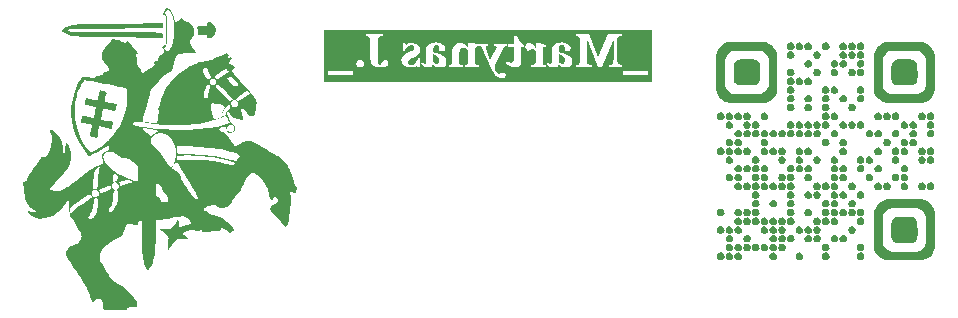
<source format=gbo>
%TF.GenerationSoftware,KiCad,Pcbnew,8.0.2*%
%TF.CreationDate,2024-05-25T15:23:05+03:00*%
%TF.ProjectId,sos_business_card,736f735f-6275-4736-996e-6573735f6361,A*%
%TF.SameCoordinates,Original*%
%TF.FileFunction,Legend,Bot*%
%TF.FilePolarity,Positive*%
%FSLAX46Y46*%
G04 Gerber Fmt 4.6, Leading zero omitted, Abs format (unit mm)*
G04 Created by KiCad (PCBNEW 8.0.2) date 2024-05-25 15:23:05*
%MOMM*%
%LPD*%
G01*
G04 APERTURE LIST*
%ADD10C,0.600000*%
%ADD11C,0.000000*%
%ADD12C,2.900000*%
%ADD13C,5.000000*%
%ADD14O,1.700000X1.100000*%
%ADD15C,0.900000*%
%ADD16R,1.905000X2.000000*%
%ADD17O,1.905000X2.000000*%
G04 APERTURE END LIST*
D10*
G36*
X156675549Y-103427363D02*
G01*
X156813313Y-103477785D01*
X156947835Y-103545759D01*
X157061512Y-103647519D01*
X157127632Y-103788014D01*
X157145686Y-103950849D01*
X157141054Y-104042017D01*
X157091674Y-104186955D01*
X156952246Y-104244674D01*
X156912727Y-104243400D01*
X156767361Y-104198807D01*
X156645233Y-104100326D01*
X156645233Y-103417423D01*
X156675549Y-103427363D01*
G37*
G36*
X167314768Y-103427363D02*
G01*
X167452532Y-103477785D01*
X167587054Y-103545759D01*
X167700731Y-103647519D01*
X167766850Y-103788014D01*
X167784905Y-103950849D01*
X167780272Y-104042017D01*
X167730892Y-104186955D01*
X167591464Y-104244674D01*
X167551946Y-104243400D01*
X167406579Y-104198807D01*
X167284451Y-104100326D01*
X167284451Y-103417423D01*
X167314768Y-103427363D01*
G37*
G36*
X175187603Y-105814120D02*
G01*
X147390197Y-105814120D01*
X147390197Y-105173041D01*
X147723530Y-105173041D01*
X149874088Y-105173041D01*
X149874088Y-104824262D01*
X147723530Y-104824262D01*
X147723530Y-105173041D01*
X147390197Y-105173041D01*
X147390197Y-104224157D01*
X150124681Y-104224157D01*
X150127770Y-104276718D01*
X150181321Y-104422342D01*
X150297716Y-104514432D01*
X150452211Y-104542894D01*
X150508900Y-104539638D01*
X150661075Y-104484690D01*
X150753049Y-104369930D01*
X150780473Y-104224157D01*
X150777381Y-104172702D01*
X150723538Y-104029184D01*
X150605806Y-103937589D01*
X150448547Y-103909084D01*
X150410255Y-103910545D01*
X150266654Y-103951201D01*
X150157440Y-104067313D01*
X150124681Y-104224157D01*
X147390197Y-104224157D01*
X147390197Y-101910200D01*
X150918226Y-101910200D01*
X151016259Y-101913060D01*
X151161480Y-101937690D01*
X151278008Y-102030656D01*
X151312759Y-102180990D01*
X151316831Y-102342510D01*
X151316831Y-103795511D01*
X151318315Y-103855289D01*
X151339690Y-104015699D01*
X151403533Y-104188643D01*
X151501259Y-104319856D01*
X151625767Y-104414850D01*
X151769956Y-104479138D01*
X151926724Y-104518233D01*
X152088970Y-104537648D01*
X152249594Y-104542894D01*
X152408308Y-104533191D01*
X152559178Y-104500506D01*
X152707803Y-104426176D01*
X152807122Y-104304755D01*
X152837242Y-104156746D01*
X152824257Y-104059792D01*
X152741556Y-103939859D01*
X153938533Y-103939859D01*
X153956348Y-104100409D01*
X154024300Y-104260535D01*
X154135373Y-104379882D01*
X154281382Y-104463043D01*
X154454145Y-104514615D01*
X154606118Y-104536217D01*
X154765784Y-104542894D01*
X154812876Y-104542222D01*
X154971318Y-104527510D01*
X155118624Y-104488512D01*
X155257445Y-104425658D01*
X155274297Y-104425658D01*
X155366621Y-104542894D01*
X155500711Y-104542894D01*
X155507760Y-104214632D01*
X155620878Y-104214632D01*
X155660081Y-104266492D01*
X155772066Y-104387614D01*
X155907328Y-104477833D01*
X156057145Y-104525537D01*
X156217319Y-104539230D01*
X156290256Y-104537297D01*
X156440555Y-104511781D01*
X156562701Y-104421457D01*
X156615923Y-104274715D01*
X156632776Y-104274715D01*
X156669361Y-104305379D01*
X156783839Y-104399562D01*
X156907802Y-104480119D01*
X157051823Y-104528829D01*
X157216761Y-104542894D01*
X157379588Y-104527936D01*
X157519067Y-104481650D01*
X157645053Y-104385233D01*
X157675756Y-104328205D01*
X157958282Y-104328205D01*
X157958282Y-104496000D01*
X159125519Y-104496000D01*
X159125519Y-104328205D01*
X159102934Y-104328008D01*
X158951537Y-104305821D01*
X158859708Y-104188729D01*
X158848547Y-104029984D01*
X158848547Y-103384450D01*
X158849918Y-103314583D01*
X158870346Y-103141688D01*
X158924620Y-103002611D01*
X159041438Y-102906757D01*
X159188533Y-102883264D01*
X159334824Y-102904489D01*
X159470645Y-102968406D01*
X159595930Y-103061317D01*
X159595930Y-104027053D01*
X159595194Y-104087642D01*
X159569904Y-104234630D01*
X159445510Y-104317081D01*
X159297710Y-104328205D01*
X159297710Y-104496000D01*
X160490592Y-104496000D01*
X160490592Y-104328205D01*
X160465393Y-104327994D01*
X160300734Y-104304699D01*
X160209728Y-104185405D01*
X160201164Y-104027053D01*
X160201164Y-102952873D01*
X160233097Y-102811770D01*
X160373355Y-102764562D01*
X160486196Y-102772622D01*
X160486196Y-102690556D01*
X160501583Y-102690556D01*
X160583126Y-102697323D01*
X160710582Y-102770877D01*
X160787347Y-102907444D01*
X161534730Y-104565609D01*
X161612479Y-104729894D01*
X161689948Y-104877805D01*
X161767788Y-105009388D01*
X161873269Y-105159515D01*
X161982097Y-105280810D01*
X162125179Y-105392053D01*
X162278894Y-105458640D01*
X162446244Y-105480787D01*
X162481990Y-105479852D01*
X162626260Y-105451484D01*
X162749715Y-105358576D01*
X162790627Y-105212608D01*
X162789611Y-105185893D01*
X162783826Y-105173041D01*
X172703711Y-105173041D01*
X174854270Y-105173041D01*
X174854270Y-104824262D01*
X172703711Y-104824262D01*
X172703711Y-105173041D01*
X162783826Y-105173041D01*
X162724859Y-105042035D01*
X162584730Y-104994988D01*
X162521623Y-105001526D01*
X162372118Y-105054107D01*
X162227891Y-105094639D01*
X162191699Y-105090710D01*
X162050900Y-105008835D01*
X161944448Y-104878059D01*
X161867561Y-104725550D01*
X161832951Y-104565609D01*
X161853570Y-104446964D01*
X161906132Y-104309428D01*
X161976691Y-104162413D01*
X161992204Y-104131833D01*
X162819203Y-104131833D01*
X162899261Y-104234361D01*
X163000691Y-104344713D01*
X163119928Y-104435895D01*
X163269638Y-104502255D01*
X163426811Y-104534518D01*
X163579043Y-104542894D01*
X163694206Y-104535657D01*
X163838209Y-104494214D01*
X163962587Y-104390583D01*
X164031771Y-104245856D01*
X164063011Y-104080143D01*
X164070704Y-103914946D01*
X164070704Y-102782880D01*
X164335219Y-102782880D01*
X164335219Y-102777751D01*
X164430473Y-102777751D01*
X164452821Y-102933502D01*
X164540193Y-103066509D01*
X164686928Y-103117737D01*
X164767265Y-103106151D01*
X164905281Y-103029443D01*
X165035707Y-102941150D01*
X165078712Y-102946860D01*
X165206882Y-103023259D01*
X165312678Y-103132392D01*
X165312678Y-104006537D01*
X165296170Y-104156332D01*
X165208266Y-104278908D01*
X165053619Y-104322129D01*
X164905281Y-104328205D01*
X164905281Y-104496000D01*
X166224193Y-104496000D01*
X166224193Y-104328205D01*
X166199255Y-104328042D01*
X166031030Y-104308473D01*
X165942990Y-104214632D01*
X166260096Y-104214632D01*
X166299300Y-104266492D01*
X166411284Y-104387614D01*
X166546547Y-104477833D01*
X166696363Y-104525537D01*
X166856537Y-104539230D01*
X166929475Y-104537297D01*
X167079774Y-104511781D01*
X167201920Y-104421457D01*
X167255142Y-104274715D01*
X167271995Y-104274715D01*
X167308579Y-104305379D01*
X167423058Y-104399562D01*
X167547020Y-104480119D01*
X167691042Y-104528829D01*
X167855979Y-104542894D01*
X168018806Y-104527936D01*
X168158286Y-104481650D01*
X168284272Y-104385233D01*
X168321682Y-104315748D01*
X168694953Y-104315748D01*
X168694953Y-104496000D01*
X170051967Y-104496000D01*
X170051967Y-104315748D01*
X169921078Y-104310823D01*
X169768792Y-104268221D01*
X169691482Y-104129452D01*
X169681939Y-103974297D01*
X169681939Y-102297814D01*
X169707584Y-102297814D01*
X170618366Y-104496000D01*
X170950292Y-104496000D01*
X171874263Y-102297814D01*
X171899908Y-102297814D01*
X171899908Y-103856327D01*
X171899214Y-103932367D01*
X171886398Y-104109565D01*
X171822618Y-104258166D01*
X171681027Y-104310208D01*
X171529880Y-104315748D01*
X171529880Y-104496000D01*
X172596733Y-104496000D01*
X172596733Y-104315748D01*
X172509671Y-104314669D01*
X172358467Y-104295825D01*
X172244279Y-104190705D01*
X172215182Y-104030004D01*
X172210585Y-103856327D01*
X172210585Y-102302210D01*
X172221117Y-102127355D01*
X172290537Y-101977005D01*
X172435150Y-101919252D01*
X172588673Y-101910200D01*
X172588673Y-101729217D01*
X171408247Y-101729217D01*
X170618366Y-103679740D01*
X170585393Y-103679740D01*
X169799908Y-101729217D01*
X168699350Y-101729217D01*
X168699350Y-101910200D01*
X168859573Y-101922722D01*
X168998233Y-101998269D01*
X169052050Y-102146133D01*
X169060585Y-102297814D01*
X169060585Y-103974297D01*
X169054526Y-104091085D01*
X168996497Y-104241289D01*
X168856009Y-104305600D01*
X168694953Y-104315748D01*
X168321682Y-104315748D01*
X168362497Y-104239937D01*
X168385009Y-104073948D01*
X168382985Y-104018099D01*
X168354099Y-103867862D01*
X168269204Y-103704195D01*
X168142080Y-103576522D01*
X167984481Y-103478423D01*
X167808164Y-103403473D01*
X167624883Y-103345249D01*
X167446394Y-103297330D01*
X167284451Y-103253292D01*
X167284451Y-103051792D01*
X167287395Y-102930280D01*
X167308854Y-102774130D01*
X167395514Y-102646455D01*
X167545302Y-102618016D01*
X167669279Y-102638946D01*
X167749424Y-102768867D01*
X167759259Y-102916969D01*
X167781939Y-103040595D01*
X167884374Y-103151800D01*
X168036963Y-103185881D01*
X168150171Y-103158676D01*
X168257874Y-103053302D01*
X168292685Y-102903780D01*
X168291792Y-102880252D01*
X168237216Y-102723827D01*
X168127306Y-102607472D01*
X167994985Y-102528631D01*
X167828697Y-102470807D01*
X167673136Y-102442542D01*
X167499140Y-102432636D01*
X167313292Y-102441665D01*
X167150190Y-102469421D01*
X166979254Y-102531983D01*
X166846062Y-102627338D01*
X166751839Y-102757449D01*
X166697809Y-102924278D01*
X166684346Y-103085497D01*
X166684346Y-104016062D01*
X166676961Y-104100326D01*
X166674196Y-104131879D01*
X166553921Y-104224157D01*
X166477156Y-104204837D01*
X166352420Y-104117912D01*
X166260096Y-104214632D01*
X165942990Y-104214632D01*
X165926801Y-104197376D01*
X165913516Y-104039510D01*
X165913516Y-103015155D01*
X165913881Y-102987776D01*
X165951515Y-102834741D01*
X166089371Y-102781415D01*
X166219796Y-102789475D01*
X166219796Y-102609956D01*
X165560341Y-102479531D01*
X165320738Y-102479531D01*
X165320738Y-102894988D01*
X165303886Y-102894988D01*
X165227379Y-102790761D01*
X165131326Y-102657555D01*
X165030619Y-102539273D01*
X164902775Y-102456376D01*
X164754339Y-102432636D01*
X164695727Y-102436037D01*
X164543284Y-102494117D01*
X164455550Y-102617630D01*
X164430473Y-102777751D01*
X164335219Y-102777751D01*
X164335219Y-102606293D01*
X164226614Y-102534916D01*
X164101177Y-102434741D01*
X163981976Y-102315358D01*
X163888094Y-102198626D01*
X163799761Y-102064017D01*
X163717528Y-101909468D01*
X163469866Y-101909468D01*
X163469866Y-102526425D01*
X162945233Y-102526425D01*
X162945233Y-102782880D01*
X163469866Y-102782880D01*
X163469866Y-103768400D01*
X163469716Y-103796320D01*
X163459482Y-103956986D01*
X163404278Y-104103343D01*
X163260306Y-104152350D01*
X163202878Y-104149857D01*
X163049757Y-104105315D01*
X162923983Y-104014597D01*
X162819203Y-104131833D01*
X161992204Y-104131833D01*
X162051304Y-104015330D01*
X162652141Y-102836369D01*
X162656545Y-102827893D01*
X162761685Y-102720280D01*
X162908596Y-102690556D01*
X162908596Y-102526425D01*
X161774332Y-102526425D01*
X161774332Y-102694953D01*
X161895806Y-102702989D01*
X162005142Y-102803397D01*
X162000036Y-102844521D01*
X161942127Y-102982182D01*
X161564772Y-103736160D01*
X161484905Y-103948651D01*
X161463655Y-103948651D01*
X161081171Y-102870075D01*
X161068715Y-102790207D01*
X161131942Y-102711084D01*
X161279008Y-102690556D01*
X161279008Y-102526425D01*
X160501583Y-102526425D01*
X160501583Y-102690556D01*
X160486196Y-102690556D01*
X160486196Y-102601163D01*
X159839929Y-102479531D01*
X159608387Y-102479531D01*
X159608387Y-102837102D01*
X159591534Y-102837102D01*
X159493308Y-102743464D01*
X159378554Y-102645998D01*
X159243697Y-102557044D01*
X159101477Y-102499791D01*
X158945267Y-102479531D01*
X158904457Y-102480308D01*
X158752298Y-102498986D01*
X158588021Y-102557463D01*
X158454079Y-102655131D01*
X158352115Y-102792157D01*
X158294673Y-102930227D01*
X158259591Y-103093680D01*
X158247710Y-103282601D01*
X158247710Y-104027053D01*
X158247570Y-104048160D01*
X158225215Y-104211526D01*
X158106133Y-104313504D01*
X157958282Y-104328205D01*
X157675756Y-104328205D01*
X157723278Y-104239937D01*
X157745791Y-104073948D01*
X157743767Y-104018099D01*
X157714880Y-103867862D01*
X157629985Y-103704195D01*
X157502861Y-103576522D01*
X157345263Y-103478423D01*
X157168946Y-103403473D01*
X156985665Y-103345249D01*
X156807176Y-103297330D01*
X156645233Y-103253292D01*
X156645233Y-103051792D01*
X156648176Y-102930280D01*
X156669635Y-102774130D01*
X156756296Y-102646455D01*
X156906084Y-102618016D01*
X157030060Y-102638946D01*
X157110206Y-102768867D01*
X157120041Y-102916969D01*
X157142721Y-103040595D01*
X157245155Y-103151800D01*
X157397745Y-103185881D01*
X157510953Y-103158676D01*
X157618655Y-103053302D01*
X157653467Y-102903780D01*
X157652574Y-102880252D01*
X157597997Y-102723827D01*
X157488087Y-102607472D01*
X157355767Y-102528631D01*
X157189478Y-102470807D01*
X157033918Y-102442542D01*
X156859922Y-102432636D01*
X156674074Y-102441665D01*
X156510971Y-102469421D01*
X156340035Y-102531983D01*
X156206843Y-102627338D01*
X156112620Y-102757449D01*
X156058590Y-102924278D01*
X156045128Y-103085497D01*
X156045128Y-104016062D01*
X156037743Y-104100326D01*
X156034978Y-104131879D01*
X155914702Y-104224157D01*
X155837937Y-104204837D01*
X155713202Y-104117912D01*
X155620878Y-104214632D01*
X155507760Y-104214632D01*
X155517563Y-103758142D01*
X155332916Y-103758142D01*
X155325253Y-103794037D01*
X155281112Y-103956109D01*
X155212771Y-104112509D01*
X155106570Y-104242865D01*
X154965553Y-104317584D01*
X154811946Y-104337730D01*
X154661185Y-104319815D01*
X154530067Y-104248178D01*
X154475623Y-104105455D01*
X154480015Y-104057954D01*
X154567123Y-103927402D01*
X154690285Y-103844752D01*
X154820846Y-103775830D01*
X154954828Y-103711980D01*
X155081271Y-103649701D01*
X155218021Y-103571894D01*
X155349482Y-103470486D01*
X155443612Y-103350289D01*
X155498585Y-103200697D01*
X155513167Y-103045930D01*
X155512394Y-103013683D01*
X155485766Y-102864417D01*
X155405555Y-102713768D01*
X155275517Y-102597489D01*
X155131243Y-102529374D01*
X154956169Y-102489593D01*
X154795093Y-102479531D01*
X154749784Y-102480628D01*
X154590575Y-102503372D01*
X154451636Y-102550995D01*
X154320285Y-102622413D01*
X154303432Y-102622413D01*
X154240417Y-102479531D01*
X154068226Y-102479531D01*
X154055770Y-103164632D01*
X154240417Y-103194674D01*
X154285213Y-103058423D01*
X154347672Y-102921826D01*
X154448054Y-102787093D01*
X154582819Y-102702349D01*
X154740871Y-102677367D01*
X154840029Y-102687288D01*
X154971460Y-102757439D01*
X155022239Y-102896453D01*
X154974185Y-103032497D01*
X154853050Y-103123854D01*
X154711663Y-103194019D01*
X154559887Y-103265016D01*
X154398571Y-103343019D01*
X154255705Y-103421889D01*
X154134931Y-103507962D01*
X154024285Y-103629687D01*
X153956978Y-103781870D01*
X153938533Y-103939859D01*
X152741556Y-103939859D01*
X152735311Y-103930802D01*
X152585916Y-103887835D01*
X152528982Y-103892978D01*
X152390457Y-103976133D01*
X152313433Y-104116812D01*
X152254607Y-104257492D01*
X152136021Y-104345790D01*
X152095358Y-104343542D01*
X151975847Y-104252351D01*
X151947121Y-104095256D01*
X151942581Y-103933997D01*
X151942581Y-102342510D01*
X151944809Y-102228635D01*
X151968012Y-102076964D01*
X152063116Y-101959466D01*
X152213948Y-101918053D01*
X152375623Y-101910200D01*
X152375623Y-101729217D01*
X150918226Y-101729217D01*
X150918226Y-101910200D01*
X147390197Y-101910200D01*
X147390197Y-101395884D01*
X175187603Y-101395884D01*
X175187603Y-105814120D01*
G37*
D11*
%TO.C,G\u002A\u002A\u002A*%
G36*
X181058628Y-108356309D02*
G01*
X181149158Y-108398407D01*
X181225318Y-108468591D01*
X181279960Y-108564874D01*
X181293410Y-108609702D01*
X181298560Y-108714571D01*
X181269633Y-108813629D01*
X181209786Y-108898920D01*
X181122176Y-108962489D01*
X181035275Y-108992254D01*
X180930137Y-108995917D01*
X180831682Y-108966775D01*
X180747566Y-108907324D01*
X180685445Y-108820060D01*
X180650672Y-108714427D01*
X180651603Y-108609214D01*
X180690667Y-108511412D01*
X180767567Y-108422463D01*
X180772291Y-108418391D01*
X180863048Y-108364315D01*
X180960876Y-108344283D01*
X181058628Y-108356309D01*
G37*
G36*
X181058628Y-111319317D02*
G01*
X181149158Y-111361416D01*
X181225318Y-111431599D01*
X181279960Y-111527882D01*
X181293410Y-111572710D01*
X181298560Y-111677580D01*
X181269633Y-111776637D01*
X181209786Y-111861928D01*
X181122176Y-111925498D01*
X181035275Y-111955263D01*
X180930137Y-111958926D01*
X180831682Y-111929783D01*
X180747566Y-111870332D01*
X180685445Y-111783069D01*
X180650672Y-111677435D01*
X180651603Y-111572223D01*
X180690667Y-111474421D01*
X180767567Y-111385471D01*
X180772291Y-111381400D01*
X180863048Y-111327323D01*
X180960876Y-111307291D01*
X181058628Y-111319317D01*
G37*
G36*
X181058628Y-116504582D02*
G01*
X181149158Y-116546681D01*
X181225318Y-116616864D01*
X181279960Y-116713147D01*
X181293410Y-116757975D01*
X181298560Y-116862844D01*
X181269633Y-116961902D01*
X181209786Y-117047193D01*
X181122176Y-117110763D01*
X181035275Y-117140528D01*
X180930137Y-117144191D01*
X180831682Y-117115048D01*
X180747566Y-117055597D01*
X180685445Y-116968334D01*
X180650672Y-116862700D01*
X180651603Y-116757488D01*
X180690667Y-116659686D01*
X180767567Y-116570736D01*
X180772291Y-116566664D01*
X180863048Y-116512588D01*
X180960876Y-116492556D01*
X181058628Y-116504582D01*
G37*
G36*
X181058628Y-117986086D02*
G01*
X181149158Y-118028185D01*
X181225318Y-118098368D01*
X181279960Y-118194651D01*
X181293410Y-118239479D01*
X181298560Y-118344349D01*
X181269633Y-118443406D01*
X181209786Y-118528697D01*
X181122176Y-118592267D01*
X181035275Y-118622032D01*
X180930137Y-118625695D01*
X180831682Y-118596552D01*
X180747566Y-118537101D01*
X180685445Y-118449838D01*
X180650672Y-118344204D01*
X180651603Y-118238992D01*
X180690667Y-118141190D01*
X180767567Y-118052240D01*
X180772291Y-118048169D01*
X180863048Y-117994092D01*
X180960876Y-117974060D01*
X181058628Y-117986086D01*
G37*
G36*
X181058628Y-120208343D02*
G01*
X181149158Y-120250441D01*
X181225318Y-120320625D01*
X181279960Y-120416907D01*
X181293410Y-120461735D01*
X181298560Y-120566605D01*
X181269633Y-120665663D01*
X181209786Y-120750954D01*
X181122176Y-120814523D01*
X181035275Y-120844288D01*
X180930137Y-120847951D01*
X180831682Y-120818809D01*
X180747566Y-120759357D01*
X180685445Y-120672094D01*
X180650672Y-120566461D01*
X180651603Y-120461248D01*
X180690667Y-120363446D01*
X180767567Y-120274497D01*
X180772291Y-120270425D01*
X180863048Y-120216348D01*
X180960876Y-120196316D01*
X181058628Y-120208343D01*
G37*
G36*
X181799380Y-108356309D02*
G01*
X181889910Y-108398407D01*
X181966070Y-108468591D01*
X182020712Y-108564874D01*
X182034162Y-108609702D01*
X182039312Y-108714571D01*
X182010385Y-108813629D01*
X181950538Y-108898920D01*
X181862928Y-108962489D01*
X181776027Y-108992254D01*
X181670889Y-108995917D01*
X181572434Y-108966775D01*
X181488318Y-108907324D01*
X181426197Y-108820060D01*
X181391424Y-108714427D01*
X181392355Y-108609214D01*
X181431419Y-108511412D01*
X181508319Y-108422463D01*
X181513044Y-108418391D01*
X181603800Y-108364315D01*
X181701628Y-108344283D01*
X181799380Y-108356309D01*
G37*
G36*
X181799380Y-109097061D02*
G01*
X181889910Y-109139159D01*
X181966070Y-109209343D01*
X182020712Y-109305626D01*
X182034162Y-109350454D01*
X182039312Y-109455323D01*
X182010385Y-109554381D01*
X181950538Y-109639672D01*
X181862928Y-109703242D01*
X181776027Y-109733007D01*
X181670889Y-109736669D01*
X181572434Y-109707527D01*
X181488318Y-109648076D01*
X181426197Y-109560812D01*
X181391424Y-109455179D01*
X181392355Y-109349967D01*
X181431419Y-109252164D01*
X181508319Y-109163215D01*
X181513044Y-109159143D01*
X181603800Y-109105067D01*
X181701628Y-109085035D01*
X181799380Y-109097061D01*
G37*
G36*
X181799380Y-110578565D02*
G01*
X181889910Y-110620664D01*
X181966070Y-110690847D01*
X182020712Y-110787130D01*
X182034162Y-110831958D01*
X182039312Y-110936827D01*
X182010385Y-111035885D01*
X181950538Y-111121176D01*
X181862928Y-111184746D01*
X181776027Y-111214511D01*
X181670889Y-111218174D01*
X181572434Y-111189031D01*
X181488318Y-111129580D01*
X181426197Y-111042317D01*
X181391424Y-110936683D01*
X181392355Y-110831471D01*
X181431419Y-110733669D01*
X181508319Y-110644719D01*
X181513044Y-110640648D01*
X181603800Y-110586571D01*
X181701628Y-110566539D01*
X181799380Y-110578565D01*
G37*
G36*
X181799380Y-111319317D02*
G01*
X181889910Y-111361416D01*
X181966070Y-111431599D01*
X182020712Y-111527882D01*
X182034162Y-111572710D01*
X182039312Y-111677580D01*
X182010385Y-111776637D01*
X181950538Y-111861928D01*
X181862928Y-111925498D01*
X181776027Y-111955263D01*
X181670889Y-111958926D01*
X181572434Y-111929783D01*
X181488318Y-111870332D01*
X181426197Y-111783069D01*
X181391424Y-111677435D01*
X181392355Y-111572223D01*
X181431419Y-111474421D01*
X181508319Y-111385471D01*
X181513044Y-111381400D01*
X181603800Y-111327323D01*
X181701628Y-111307291D01*
X181799380Y-111319317D01*
G37*
G36*
X181799380Y-112060070D02*
G01*
X181889910Y-112102168D01*
X181966070Y-112172352D01*
X182020712Y-112268634D01*
X182034162Y-112313462D01*
X182039312Y-112418332D01*
X182010385Y-112517389D01*
X181950538Y-112602681D01*
X181862928Y-112666250D01*
X181776027Y-112696015D01*
X181670889Y-112699678D01*
X181572434Y-112670535D01*
X181488318Y-112611084D01*
X181426197Y-112523821D01*
X181391424Y-112418187D01*
X181392355Y-112312975D01*
X181431419Y-112215173D01*
X181508319Y-112126224D01*
X181513044Y-112122152D01*
X181603800Y-112068075D01*
X181701628Y-112048043D01*
X181799380Y-112060070D01*
G37*
G36*
X181799380Y-113541574D02*
G01*
X181889910Y-113583672D01*
X181966070Y-113653856D01*
X182020712Y-113750138D01*
X182034162Y-113794966D01*
X182039312Y-113899836D01*
X182010385Y-113998894D01*
X181950538Y-114084185D01*
X181862928Y-114147754D01*
X181776027Y-114177519D01*
X181670889Y-114181182D01*
X181572434Y-114152040D01*
X181488318Y-114092588D01*
X181426197Y-114005325D01*
X181391424Y-113899692D01*
X181392355Y-113794479D01*
X181431419Y-113696677D01*
X181508319Y-113607728D01*
X181513044Y-113603656D01*
X181603800Y-113549579D01*
X181701628Y-113529547D01*
X181799380Y-113541574D01*
G37*
G36*
X181799380Y-117986086D02*
G01*
X181889910Y-118028185D01*
X181966070Y-118098368D01*
X182020712Y-118194651D01*
X182034162Y-118239479D01*
X182039312Y-118344349D01*
X182010385Y-118443406D01*
X181950538Y-118528697D01*
X181862928Y-118592267D01*
X181776027Y-118622032D01*
X181670889Y-118625695D01*
X181572434Y-118596552D01*
X181488318Y-118537101D01*
X181426197Y-118449838D01*
X181391424Y-118344204D01*
X181392355Y-118238992D01*
X181431419Y-118141190D01*
X181508319Y-118052240D01*
X181513044Y-118048169D01*
X181603800Y-117994092D01*
X181701628Y-117974060D01*
X181799380Y-117986086D01*
G37*
G36*
X181799380Y-118726839D02*
G01*
X181889910Y-118768937D01*
X181966070Y-118839121D01*
X182020712Y-118935403D01*
X182034162Y-118980231D01*
X182039312Y-119085101D01*
X182010385Y-119184158D01*
X181950538Y-119269450D01*
X181862928Y-119333019D01*
X181776027Y-119362784D01*
X181670889Y-119366447D01*
X181572434Y-119337304D01*
X181488318Y-119277853D01*
X181426197Y-119190590D01*
X181391424Y-119084956D01*
X181392355Y-118979744D01*
X181431419Y-118881942D01*
X181508319Y-118792992D01*
X181513044Y-118788921D01*
X181603800Y-118734844D01*
X181701628Y-118714812D01*
X181799380Y-118726839D01*
G37*
G36*
X181799380Y-119467591D02*
G01*
X181889910Y-119509689D01*
X181966070Y-119579873D01*
X182020712Y-119676155D01*
X182034162Y-119720983D01*
X182039312Y-119825853D01*
X182010385Y-119924911D01*
X181950538Y-120010202D01*
X181862928Y-120073771D01*
X181776027Y-120103536D01*
X181670889Y-120107199D01*
X181572434Y-120078057D01*
X181488318Y-120018605D01*
X181426197Y-119931342D01*
X181391424Y-119825709D01*
X181392355Y-119720496D01*
X181431419Y-119622694D01*
X181508319Y-119533745D01*
X181513044Y-119529673D01*
X181603800Y-119475596D01*
X181701628Y-119455564D01*
X181799380Y-119467591D01*
G37*
G36*
X181799380Y-120208343D02*
G01*
X181889910Y-120250441D01*
X181966070Y-120320625D01*
X182020712Y-120416907D01*
X182034162Y-120461735D01*
X182039312Y-120566605D01*
X182010385Y-120665663D01*
X181950538Y-120750954D01*
X181862928Y-120814523D01*
X181776027Y-120844288D01*
X181670889Y-120847951D01*
X181572434Y-120818809D01*
X181488318Y-120759357D01*
X181426197Y-120672094D01*
X181391424Y-120566461D01*
X181392355Y-120461248D01*
X181431419Y-120363446D01*
X181508319Y-120274497D01*
X181513044Y-120270425D01*
X181603800Y-120216348D01*
X181701628Y-120196316D01*
X181799380Y-120208343D01*
G37*
G36*
X182540132Y-108356309D02*
G01*
X182630662Y-108398407D01*
X182706822Y-108468591D01*
X182761464Y-108564874D01*
X182774914Y-108609702D01*
X182780064Y-108714571D01*
X182751137Y-108813629D01*
X182691290Y-108898920D01*
X182603680Y-108962489D01*
X182516779Y-108992254D01*
X182411641Y-108995917D01*
X182313186Y-108966775D01*
X182229070Y-108907324D01*
X182166949Y-108820060D01*
X182132176Y-108714427D01*
X182133107Y-108609214D01*
X182172171Y-108511412D01*
X182249071Y-108422463D01*
X182253796Y-108418391D01*
X182344552Y-108364315D01*
X182442380Y-108344283D01*
X182540132Y-108356309D01*
G37*
G36*
X182540132Y-109837813D02*
G01*
X182630662Y-109879912D01*
X182706822Y-109950095D01*
X182761464Y-110046378D01*
X182774914Y-110091206D01*
X182780064Y-110196075D01*
X182751137Y-110295133D01*
X182691290Y-110380424D01*
X182603680Y-110443994D01*
X182516779Y-110473759D01*
X182411641Y-110477422D01*
X182313186Y-110448279D01*
X182229070Y-110388828D01*
X182166949Y-110301565D01*
X182132176Y-110195931D01*
X182133107Y-110090719D01*
X182172171Y-109992917D01*
X182249071Y-109903967D01*
X182253796Y-109899895D01*
X182344552Y-109845819D01*
X182442380Y-109825787D01*
X182540132Y-109837813D01*
G37*
G36*
X182540132Y-110578565D02*
G01*
X182630662Y-110620664D01*
X182706822Y-110690847D01*
X182761464Y-110787130D01*
X182774914Y-110831958D01*
X182780064Y-110936827D01*
X182751137Y-111035885D01*
X182691290Y-111121176D01*
X182603680Y-111184746D01*
X182516779Y-111214511D01*
X182411641Y-111218174D01*
X182313186Y-111189031D01*
X182229070Y-111129580D01*
X182166949Y-111042317D01*
X182132176Y-110936683D01*
X182133107Y-110831471D01*
X182172171Y-110733669D01*
X182249071Y-110644719D01*
X182253796Y-110640648D01*
X182344552Y-110586571D01*
X182442380Y-110566539D01*
X182540132Y-110578565D01*
G37*
G36*
X182540132Y-111319317D02*
G01*
X182630662Y-111361416D01*
X182706822Y-111431599D01*
X182761464Y-111527882D01*
X182774914Y-111572710D01*
X182780064Y-111677580D01*
X182751137Y-111776637D01*
X182691290Y-111861928D01*
X182603680Y-111925498D01*
X182516779Y-111955263D01*
X182411641Y-111958926D01*
X182313186Y-111929783D01*
X182229070Y-111870332D01*
X182166949Y-111783069D01*
X182132176Y-111677435D01*
X182133107Y-111572223D01*
X182172171Y-111474421D01*
X182249071Y-111385471D01*
X182253796Y-111381400D01*
X182344552Y-111327323D01*
X182442380Y-111307291D01*
X182540132Y-111319317D01*
G37*
G36*
X182540132Y-112800822D02*
G01*
X182630662Y-112842920D01*
X182706822Y-112913104D01*
X182761464Y-113009386D01*
X182774914Y-113054214D01*
X182780064Y-113159084D01*
X182751137Y-113258142D01*
X182691290Y-113343433D01*
X182603680Y-113407002D01*
X182516779Y-113436767D01*
X182411641Y-113440430D01*
X182313186Y-113411288D01*
X182229070Y-113351836D01*
X182166949Y-113264573D01*
X182132176Y-113158940D01*
X182133107Y-113053727D01*
X182172171Y-112955925D01*
X182249071Y-112866976D01*
X182253796Y-112862904D01*
X182344552Y-112808827D01*
X182442380Y-112788795D01*
X182540132Y-112800822D01*
G37*
G36*
X182540132Y-113541574D02*
G01*
X182630662Y-113583672D01*
X182706822Y-113653856D01*
X182761464Y-113750138D01*
X182774914Y-113794966D01*
X182780064Y-113899836D01*
X182751137Y-113998894D01*
X182691290Y-114084185D01*
X182603680Y-114147754D01*
X182516779Y-114177519D01*
X182411641Y-114181182D01*
X182313186Y-114152040D01*
X182229070Y-114092588D01*
X182166949Y-114005325D01*
X182132176Y-113899692D01*
X182133107Y-113794479D01*
X182172171Y-113696677D01*
X182249071Y-113607728D01*
X182253796Y-113603656D01*
X182344552Y-113549579D01*
X182442380Y-113529547D01*
X182540132Y-113541574D01*
G37*
G36*
X182540132Y-114282326D02*
G01*
X182630662Y-114324424D01*
X182706822Y-114394608D01*
X182761464Y-114490891D01*
X182774914Y-114535719D01*
X182780064Y-114640588D01*
X182751137Y-114739646D01*
X182691290Y-114824937D01*
X182603680Y-114888506D01*
X182516779Y-114918271D01*
X182411641Y-114921934D01*
X182313186Y-114892792D01*
X182229070Y-114833341D01*
X182166949Y-114746077D01*
X182132176Y-114640444D01*
X182133107Y-114535231D01*
X182172171Y-114437429D01*
X182249071Y-114348480D01*
X182253796Y-114344408D01*
X182344552Y-114290331D01*
X182442380Y-114270300D01*
X182540132Y-114282326D01*
G37*
G36*
X182540132Y-116504582D02*
G01*
X182630662Y-116546681D01*
X182706822Y-116616864D01*
X182761464Y-116713147D01*
X182774914Y-116757975D01*
X182780064Y-116862844D01*
X182751137Y-116961902D01*
X182691290Y-117047193D01*
X182603680Y-117110763D01*
X182516779Y-117140528D01*
X182411641Y-117144191D01*
X182313186Y-117115048D01*
X182229070Y-117055597D01*
X182166949Y-116968334D01*
X182132176Y-116862700D01*
X182133107Y-116757488D01*
X182172171Y-116659686D01*
X182249071Y-116570736D01*
X182253796Y-116566664D01*
X182344552Y-116512588D01*
X182442380Y-116492556D01*
X182540132Y-116504582D01*
G37*
G36*
X182540132Y-117245334D02*
G01*
X182630662Y-117287433D01*
X182706822Y-117357616D01*
X182761464Y-117453899D01*
X182774914Y-117498727D01*
X182780064Y-117603596D01*
X182751137Y-117702654D01*
X182691290Y-117787945D01*
X182603680Y-117851515D01*
X182516779Y-117881280D01*
X182411641Y-117884943D01*
X182313186Y-117855800D01*
X182229070Y-117796349D01*
X182166949Y-117709086D01*
X182132176Y-117603452D01*
X182133107Y-117498240D01*
X182172171Y-117400438D01*
X182249071Y-117311488D01*
X182253796Y-117307417D01*
X182344552Y-117253340D01*
X182442380Y-117233308D01*
X182540132Y-117245334D01*
G37*
G36*
X182540132Y-117986086D02*
G01*
X182630662Y-118028185D01*
X182706822Y-118098368D01*
X182761464Y-118194651D01*
X182774914Y-118239479D01*
X182780064Y-118344349D01*
X182751137Y-118443406D01*
X182691290Y-118528697D01*
X182603680Y-118592267D01*
X182516779Y-118622032D01*
X182411641Y-118625695D01*
X182313186Y-118596552D01*
X182229070Y-118537101D01*
X182166949Y-118449838D01*
X182132176Y-118344204D01*
X182133107Y-118238992D01*
X182172171Y-118141190D01*
X182249071Y-118052240D01*
X182253796Y-118048169D01*
X182344552Y-117994092D01*
X182442380Y-117974060D01*
X182540132Y-117986086D01*
G37*
G36*
X182540132Y-119467591D02*
G01*
X182630662Y-119509689D01*
X182706822Y-119579873D01*
X182761464Y-119676155D01*
X182774914Y-119720983D01*
X182780064Y-119825853D01*
X182751137Y-119924911D01*
X182691290Y-120010202D01*
X182603680Y-120073771D01*
X182516779Y-120103536D01*
X182411641Y-120107199D01*
X182313186Y-120078057D01*
X182229070Y-120018605D01*
X182166949Y-119931342D01*
X182132176Y-119825709D01*
X182133107Y-119720496D01*
X182172171Y-119622694D01*
X182249071Y-119533745D01*
X182253796Y-119529673D01*
X182344552Y-119475596D01*
X182442380Y-119455564D01*
X182540132Y-119467591D01*
G37*
G36*
X182540132Y-120208343D02*
G01*
X182630662Y-120250441D01*
X182706822Y-120320625D01*
X182761464Y-120416907D01*
X182774914Y-120461735D01*
X182780064Y-120566605D01*
X182751137Y-120665663D01*
X182691290Y-120750954D01*
X182603680Y-120814523D01*
X182516779Y-120844288D01*
X182411641Y-120847951D01*
X182313186Y-120818809D01*
X182229070Y-120759357D01*
X182166949Y-120672094D01*
X182132176Y-120566461D01*
X182133107Y-120461248D01*
X182172171Y-120363446D01*
X182249071Y-120274497D01*
X182253796Y-120270425D01*
X182344552Y-120216348D01*
X182442380Y-120196316D01*
X182540132Y-120208343D01*
G37*
G36*
X183280885Y-108356309D02*
G01*
X183371414Y-108398407D01*
X183447574Y-108468591D01*
X183502217Y-108564874D01*
X183515667Y-108609702D01*
X183520816Y-108714571D01*
X183491889Y-108813629D01*
X183432042Y-108898920D01*
X183344432Y-108962489D01*
X183257531Y-108992254D01*
X183152393Y-108995917D01*
X183053938Y-108966775D01*
X182969823Y-108907324D01*
X182907701Y-108820060D01*
X182872929Y-108714427D01*
X182873859Y-108609214D01*
X182912923Y-108511412D01*
X182989823Y-108422463D01*
X182994548Y-108418391D01*
X183085304Y-108364315D01*
X183183132Y-108344283D01*
X183280885Y-108356309D01*
G37*
G36*
X183280885Y-109097061D02*
G01*
X183371414Y-109139159D01*
X183447574Y-109209343D01*
X183502217Y-109305626D01*
X183515667Y-109350454D01*
X183520816Y-109455323D01*
X183491889Y-109554381D01*
X183432042Y-109639672D01*
X183344432Y-109703242D01*
X183257531Y-109733007D01*
X183152393Y-109736669D01*
X183053938Y-109707527D01*
X182969823Y-109648076D01*
X182907701Y-109560812D01*
X182872929Y-109455179D01*
X182873859Y-109349967D01*
X182912923Y-109252164D01*
X182989823Y-109163215D01*
X182994548Y-109159143D01*
X183085304Y-109105067D01*
X183183132Y-109085035D01*
X183280885Y-109097061D01*
G37*
G36*
X183280885Y-109837813D02*
G01*
X183371414Y-109879912D01*
X183447574Y-109950095D01*
X183502217Y-110046378D01*
X183515667Y-110091206D01*
X183520816Y-110196075D01*
X183491889Y-110295133D01*
X183432042Y-110380424D01*
X183344432Y-110443994D01*
X183257531Y-110473759D01*
X183152393Y-110477422D01*
X183053938Y-110448279D01*
X182969823Y-110388828D01*
X182907701Y-110301565D01*
X182872929Y-110195931D01*
X182873859Y-110090719D01*
X182912923Y-109992917D01*
X182989823Y-109903967D01*
X182994548Y-109899895D01*
X183085304Y-109845819D01*
X183183132Y-109825787D01*
X183280885Y-109837813D01*
G37*
G36*
X183280885Y-111319317D02*
G01*
X183371414Y-111361416D01*
X183447574Y-111431599D01*
X183502217Y-111527882D01*
X183515667Y-111572710D01*
X183520816Y-111677580D01*
X183491889Y-111776637D01*
X183432042Y-111861928D01*
X183344432Y-111925498D01*
X183257531Y-111955263D01*
X183152393Y-111958926D01*
X183053938Y-111929783D01*
X182969823Y-111870332D01*
X182907701Y-111783069D01*
X182872929Y-111677435D01*
X182873859Y-111572223D01*
X182912923Y-111474421D01*
X182989823Y-111385471D01*
X182994548Y-111381400D01*
X183085304Y-111327323D01*
X183183132Y-111307291D01*
X183280885Y-111319317D01*
G37*
G36*
X183280885Y-112800822D02*
G01*
X183371414Y-112842920D01*
X183447574Y-112913104D01*
X183502217Y-113009386D01*
X183515667Y-113054214D01*
X183520816Y-113159084D01*
X183491889Y-113258142D01*
X183432042Y-113343433D01*
X183344432Y-113407002D01*
X183257531Y-113436767D01*
X183152393Y-113440430D01*
X183053938Y-113411288D01*
X182969823Y-113351836D01*
X182907701Y-113264573D01*
X182872929Y-113158940D01*
X182873859Y-113053727D01*
X182912923Y-112955925D01*
X182989823Y-112866976D01*
X182994548Y-112862904D01*
X183085304Y-112808827D01*
X183183132Y-112788795D01*
X183280885Y-112800822D01*
G37*
G36*
X183280885Y-114282326D02*
G01*
X183371414Y-114324424D01*
X183447574Y-114394608D01*
X183502217Y-114490891D01*
X183515667Y-114535719D01*
X183520816Y-114640588D01*
X183491889Y-114739646D01*
X183432042Y-114824937D01*
X183344432Y-114888506D01*
X183257531Y-114918271D01*
X183152393Y-114921934D01*
X183053938Y-114892792D01*
X182969823Y-114833341D01*
X182907701Y-114746077D01*
X182872929Y-114640444D01*
X182873859Y-114535231D01*
X182912923Y-114437429D01*
X182989823Y-114348480D01*
X182994548Y-114344408D01*
X183085304Y-114290331D01*
X183183132Y-114270300D01*
X183280885Y-114282326D01*
G37*
G36*
X183280885Y-116504582D02*
G01*
X183371414Y-116546681D01*
X183447574Y-116616864D01*
X183502217Y-116713147D01*
X183515667Y-116757975D01*
X183520816Y-116862844D01*
X183491889Y-116961902D01*
X183432042Y-117047193D01*
X183344432Y-117110763D01*
X183257531Y-117140528D01*
X183152393Y-117144191D01*
X183053938Y-117115048D01*
X182969823Y-117055597D01*
X182907701Y-116968334D01*
X182872929Y-116862700D01*
X182873859Y-116757488D01*
X182912923Y-116659686D01*
X182989823Y-116570736D01*
X182994548Y-116566664D01*
X183085304Y-116512588D01*
X183183132Y-116492556D01*
X183280885Y-116504582D01*
G37*
G36*
X183280885Y-117245334D02*
G01*
X183371414Y-117287433D01*
X183447574Y-117357616D01*
X183502217Y-117453899D01*
X183515667Y-117498727D01*
X183520816Y-117603596D01*
X183491889Y-117702654D01*
X183432042Y-117787945D01*
X183344432Y-117851515D01*
X183257531Y-117881280D01*
X183152393Y-117884943D01*
X183053938Y-117855800D01*
X182969823Y-117796349D01*
X182907701Y-117709086D01*
X182872929Y-117603452D01*
X182873859Y-117498240D01*
X182912923Y-117400438D01*
X182989823Y-117311488D01*
X182994548Y-117307417D01*
X183085304Y-117253340D01*
X183183132Y-117233308D01*
X183280885Y-117245334D01*
G37*
G36*
X183280885Y-118726839D02*
G01*
X183371414Y-118768937D01*
X183447574Y-118839121D01*
X183502217Y-118935403D01*
X183515667Y-118980231D01*
X183520816Y-119085101D01*
X183491889Y-119184158D01*
X183432042Y-119269450D01*
X183344432Y-119333019D01*
X183257531Y-119362784D01*
X183152393Y-119366447D01*
X183053938Y-119337304D01*
X182969823Y-119277853D01*
X182907701Y-119190590D01*
X182872929Y-119084956D01*
X182873859Y-118979744D01*
X182912923Y-118881942D01*
X182989823Y-118792992D01*
X182994548Y-118788921D01*
X183085304Y-118734844D01*
X183183132Y-118714812D01*
X183280885Y-118726839D01*
G37*
G36*
X183280885Y-119467591D02*
G01*
X183371414Y-119509689D01*
X183447574Y-119579873D01*
X183502217Y-119676155D01*
X183515667Y-119720983D01*
X183520816Y-119825853D01*
X183491889Y-119924911D01*
X183432042Y-120010202D01*
X183344432Y-120073771D01*
X183257531Y-120103536D01*
X183152393Y-120107199D01*
X183053938Y-120078057D01*
X182969823Y-120018605D01*
X182907701Y-119931342D01*
X182872929Y-119825709D01*
X182873859Y-119720496D01*
X182912923Y-119622694D01*
X182989823Y-119533745D01*
X182994548Y-119529673D01*
X183085304Y-119475596D01*
X183183132Y-119455564D01*
X183280885Y-119467591D01*
G37*
G36*
X184021637Y-109097061D02*
G01*
X184112166Y-109139159D01*
X184188326Y-109209343D01*
X184242969Y-109305626D01*
X184256419Y-109350454D01*
X184261568Y-109455323D01*
X184232641Y-109554381D01*
X184172794Y-109639672D01*
X184085184Y-109703242D01*
X183998283Y-109733007D01*
X183893145Y-109736669D01*
X183794690Y-109707527D01*
X183710575Y-109648076D01*
X183648453Y-109560812D01*
X183613681Y-109455179D01*
X183614611Y-109349967D01*
X183653675Y-109252164D01*
X183730575Y-109163215D01*
X183735300Y-109159143D01*
X183826056Y-109105067D01*
X183923884Y-109085035D01*
X184021637Y-109097061D01*
G37*
G36*
X184021637Y-109837813D02*
G01*
X184112166Y-109879912D01*
X184188326Y-109950095D01*
X184242969Y-110046378D01*
X184256419Y-110091206D01*
X184261568Y-110196075D01*
X184232641Y-110295133D01*
X184172794Y-110380424D01*
X184085184Y-110443994D01*
X183998283Y-110473759D01*
X183893145Y-110477422D01*
X183794690Y-110448279D01*
X183710575Y-110388828D01*
X183648453Y-110301565D01*
X183613681Y-110195931D01*
X183614611Y-110090719D01*
X183653675Y-109992917D01*
X183730575Y-109903967D01*
X183735300Y-109899895D01*
X183826056Y-109845819D01*
X183923884Y-109825787D01*
X184021637Y-109837813D01*
G37*
G36*
X184021637Y-112060070D02*
G01*
X184112166Y-112102168D01*
X184188326Y-112172352D01*
X184242969Y-112268634D01*
X184256419Y-112313462D01*
X184261568Y-112418332D01*
X184232641Y-112517389D01*
X184172794Y-112602681D01*
X184085184Y-112666250D01*
X183998283Y-112696015D01*
X183893145Y-112699678D01*
X183794690Y-112670535D01*
X183710575Y-112611084D01*
X183648453Y-112523821D01*
X183613681Y-112418187D01*
X183614611Y-112312975D01*
X183653675Y-112215173D01*
X183730575Y-112126224D01*
X183735300Y-112122152D01*
X183826056Y-112068075D01*
X183923884Y-112048043D01*
X184021637Y-112060070D01*
G37*
G36*
X184021637Y-112800822D02*
G01*
X184112166Y-112842920D01*
X184188326Y-112913104D01*
X184242969Y-113009386D01*
X184256419Y-113054214D01*
X184261568Y-113159084D01*
X184232641Y-113258142D01*
X184172794Y-113343433D01*
X184085184Y-113407002D01*
X183998283Y-113436767D01*
X183893145Y-113440430D01*
X183794690Y-113411288D01*
X183710575Y-113351836D01*
X183648453Y-113264573D01*
X183613681Y-113158940D01*
X183614611Y-113053727D01*
X183653675Y-112955925D01*
X183730575Y-112866976D01*
X183735300Y-112862904D01*
X183826056Y-112808827D01*
X183923884Y-112788795D01*
X184021637Y-112800822D01*
G37*
G36*
X184021637Y-113541574D02*
G01*
X184112166Y-113583672D01*
X184188326Y-113653856D01*
X184242969Y-113750138D01*
X184256419Y-113794966D01*
X184261568Y-113899836D01*
X184232641Y-113998894D01*
X184172794Y-114084185D01*
X184085184Y-114147754D01*
X183998283Y-114177519D01*
X183893145Y-114181182D01*
X183794690Y-114152040D01*
X183710575Y-114092588D01*
X183648453Y-114005325D01*
X183613681Y-113899692D01*
X183614611Y-113794479D01*
X183653675Y-113696677D01*
X183730575Y-113607728D01*
X183735300Y-113603656D01*
X183826056Y-113549579D01*
X183923884Y-113529547D01*
X184021637Y-113541574D01*
G37*
G36*
X184021637Y-114282326D02*
G01*
X184112166Y-114324424D01*
X184188326Y-114394608D01*
X184242969Y-114490891D01*
X184256419Y-114535719D01*
X184261568Y-114640588D01*
X184232641Y-114739646D01*
X184172794Y-114824937D01*
X184085184Y-114888506D01*
X183998283Y-114918271D01*
X183893145Y-114921934D01*
X183794690Y-114892792D01*
X183710575Y-114833341D01*
X183648453Y-114746077D01*
X183613681Y-114640444D01*
X183614611Y-114535231D01*
X183653675Y-114437429D01*
X183730575Y-114348480D01*
X183735300Y-114344408D01*
X183826056Y-114290331D01*
X183923884Y-114270300D01*
X184021637Y-114282326D01*
G37*
G36*
X184021637Y-115023078D02*
G01*
X184112166Y-115065176D01*
X184188326Y-115135360D01*
X184242969Y-115231643D01*
X184256419Y-115276471D01*
X184261568Y-115381340D01*
X184232641Y-115480398D01*
X184172794Y-115565689D01*
X184085184Y-115629258D01*
X183998283Y-115659023D01*
X183893145Y-115662686D01*
X183794690Y-115633544D01*
X183710575Y-115574093D01*
X183648453Y-115486829D01*
X183613681Y-115381196D01*
X183614611Y-115275983D01*
X183653675Y-115178181D01*
X183730575Y-115089232D01*
X183735300Y-115085160D01*
X183826056Y-115031084D01*
X183923884Y-115011052D01*
X184021637Y-115023078D01*
G37*
G36*
X184021637Y-115763830D02*
G01*
X184112166Y-115805928D01*
X184188326Y-115876112D01*
X184242969Y-115972395D01*
X184256419Y-116017223D01*
X184261568Y-116122092D01*
X184232641Y-116221150D01*
X184172794Y-116306441D01*
X184085184Y-116370011D01*
X183998283Y-116399776D01*
X183893145Y-116403438D01*
X183794690Y-116374296D01*
X183710575Y-116314845D01*
X183648453Y-116227581D01*
X183613681Y-116121948D01*
X183614611Y-116016736D01*
X183653675Y-115918933D01*
X183730575Y-115829984D01*
X183735300Y-115825912D01*
X183826056Y-115771836D01*
X183923884Y-115751804D01*
X184021637Y-115763830D01*
G37*
G36*
X184021637Y-116504582D02*
G01*
X184112166Y-116546681D01*
X184188326Y-116616864D01*
X184242969Y-116713147D01*
X184256419Y-116757975D01*
X184261568Y-116862844D01*
X184232641Y-116961902D01*
X184172794Y-117047193D01*
X184085184Y-117110763D01*
X183998283Y-117140528D01*
X183893145Y-117144191D01*
X183794690Y-117115048D01*
X183710575Y-117055597D01*
X183648453Y-116968334D01*
X183613681Y-116862700D01*
X183614611Y-116757488D01*
X183653675Y-116659686D01*
X183730575Y-116570736D01*
X183735300Y-116566664D01*
X183826056Y-116512588D01*
X183923884Y-116492556D01*
X184021637Y-116504582D01*
G37*
G36*
X184021637Y-117245334D02*
G01*
X184112166Y-117287433D01*
X184188326Y-117357616D01*
X184242969Y-117453899D01*
X184256419Y-117498727D01*
X184261568Y-117603596D01*
X184232641Y-117702654D01*
X184172794Y-117787945D01*
X184085184Y-117851515D01*
X183998283Y-117881280D01*
X183893145Y-117884943D01*
X183794690Y-117855800D01*
X183710575Y-117796349D01*
X183648453Y-117709086D01*
X183613681Y-117603452D01*
X183614611Y-117498240D01*
X183653675Y-117400438D01*
X183730575Y-117311488D01*
X183735300Y-117307417D01*
X183826056Y-117253340D01*
X183923884Y-117233308D01*
X184021637Y-117245334D01*
G37*
G36*
X184021637Y-119467591D02*
G01*
X184112166Y-119509689D01*
X184188326Y-119579873D01*
X184242969Y-119676155D01*
X184256419Y-119720983D01*
X184261568Y-119825853D01*
X184232641Y-119924911D01*
X184172794Y-120010202D01*
X184085184Y-120073771D01*
X183998283Y-120103536D01*
X183893145Y-120107199D01*
X183794690Y-120078057D01*
X183710575Y-120018605D01*
X183648453Y-119931342D01*
X183613681Y-119825709D01*
X183614611Y-119720496D01*
X183653675Y-119622694D01*
X183730575Y-119533745D01*
X183735300Y-119529673D01*
X183826056Y-119475596D01*
X183923884Y-119455564D01*
X184021637Y-119467591D01*
G37*
G36*
X184762389Y-108356309D02*
G01*
X184852919Y-108398407D01*
X184929078Y-108468591D01*
X184983721Y-108564874D01*
X184997171Y-108609702D01*
X185002320Y-108714571D01*
X184973393Y-108813629D01*
X184913546Y-108898920D01*
X184825936Y-108962489D01*
X184739036Y-108992254D01*
X184633897Y-108995917D01*
X184535443Y-108966775D01*
X184451327Y-108907324D01*
X184389205Y-108820060D01*
X184354433Y-108714427D01*
X184355363Y-108609214D01*
X184394427Y-108511412D01*
X184471328Y-108422463D01*
X184476052Y-108418391D01*
X184566808Y-108364315D01*
X184664636Y-108344283D01*
X184762389Y-108356309D01*
G37*
G36*
X184762389Y-109837813D02*
G01*
X184852919Y-109879912D01*
X184929078Y-109950095D01*
X184983721Y-110046378D01*
X184997171Y-110091206D01*
X185002320Y-110196075D01*
X184973393Y-110295133D01*
X184913546Y-110380424D01*
X184825936Y-110443994D01*
X184739036Y-110473759D01*
X184633897Y-110477422D01*
X184535443Y-110448279D01*
X184451327Y-110388828D01*
X184389205Y-110301565D01*
X184354433Y-110195931D01*
X184355363Y-110090719D01*
X184394427Y-109992917D01*
X184471328Y-109903967D01*
X184476052Y-109899895D01*
X184566808Y-109845819D01*
X184664636Y-109825787D01*
X184762389Y-109837813D01*
G37*
G36*
X184762389Y-110578565D02*
G01*
X184852919Y-110620664D01*
X184929078Y-110690847D01*
X184983721Y-110787130D01*
X184997171Y-110831958D01*
X185002320Y-110936827D01*
X184973393Y-111035885D01*
X184913546Y-111121176D01*
X184825936Y-111184746D01*
X184739036Y-111214511D01*
X184633897Y-111218174D01*
X184535443Y-111189031D01*
X184451327Y-111129580D01*
X184389205Y-111042317D01*
X184354433Y-110936683D01*
X184355363Y-110831471D01*
X184394427Y-110733669D01*
X184471328Y-110644719D01*
X184476052Y-110640648D01*
X184566808Y-110586571D01*
X184664636Y-110566539D01*
X184762389Y-110578565D01*
G37*
G36*
X184762389Y-111319317D02*
G01*
X184852919Y-111361416D01*
X184929078Y-111431599D01*
X184983721Y-111527882D01*
X184997171Y-111572710D01*
X185002320Y-111677580D01*
X184973393Y-111776637D01*
X184913546Y-111861928D01*
X184825936Y-111925498D01*
X184739036Y-111955263D01*
X184633897Y-111958926D01*
X184535443Y-111929783D01*
X184451327Y-111870332D01*
X184389205Y-111783069D01*
X184354433Y-111677435D01*
X184355363Y-111572223D01*
X184394427Y-111474421D01*
X184471328Y-111385471D01*
X184476052Y-111381400D01*
X184566808Y-111327323D01*
X184664636Y-111307291D01*
X184762389Y-111319317D01*
G37*
G36*
X184762389Y-112800822D02*
G01*
X184852919Y-112842920D01*
X184929078Y-112913104D01*
X184983721Y-113009386D01*
X184997171Y-113054214D01*
X185002320Y-113159084D01*
X184973393Y-113258142D01*
X184913546Y-113343433D01*
X184825936Y-113407002D01*
X184739036Y-113436767D01*
X184633897Y-113440430D01*
X184535443Y-113411288D01*
X184451327Y-113351836D01*
X184389205Y-113264573D01*
X184354433Y-113158940D01*
X184355363Y-113053727D01*
X184394427Y-112955925D01*
X184471328Y-112866976D01*
X184476052Y-112862904D01*
X184566808Y-112808827D01*
X184664636Y-112788795D01*
X184762389Y-112800822D01*
G37*
G36*
X184762389Y-113541574D02*
G01*
X184852919Y-113583672D01*
X184929078Y-113653856D01*
X184983721Y-113750138D01*
X184997171Y-113794966D01*
X185002320Y-113899836D01*
X184973393Y-113998894D01*
X184913546Y-114084185D01*
X184825936Y-114147754D01*
X184739036Y-114177519D01*
X184633897Y-114181182D01*
X184535443Y-114152040D01*
X184451327Y-114092588D01*
X184389205Y-114005325D01*
X184354433Y-113899692D01*
X184355363Y-113794479D01*
X184394427Y-113696677D01*
X184471328Y-113607728D01*
X184476052Y-113603656D01*
X184566808Y-113549579D01*
X184664636Y-113529547D01*
X184762389Y-113541574D01*
G37*
G36*
X184762389Y-114282326D02*
G01*
X184852919Y-114324424D01*
X184929078Y-114394608D01*
X184983721Y-114490891D01*
X184997171Y-114535719D01*
X185002320Y-114640588D01*
X184973393Y-114739646D01*
X184913546Y-114824937D01*
X184825936Y-114888506D01*
X184739036Y-114918271D01*
X184633897Y-114921934D01*
X184535443Y-114892792D01*
X184451327Y-114833341D01*
X184389205Y-114746077D01*
X184354433Y-114640444D01*
X184355363Y-114535231D01*
X184394427Y-114437429D01*
X184471328Y-114348480D01*
X184476052Y-114344408D01*
X184566808Y-114290331D01*
X184664636Y-114270300D01*
X184762389Y-114282326D01*
G37*
G36*
X184762389Y-117245334D02*
G01*
X184852919Y-117287433D01*
X184929078Y-117357616D01*
X184983721Y-117453899D01*
X184997171Y-117498727D01*
X185002320Y-117603596D01*
X184973393Y-117702654D01*
X184913546Y-117787945D01*
X184825936Y-117851515D01*
X184739036Y-117881280D01*
X184633897Y-117884943D01*
X184535443Y-117855800D01*
X184451327Y-117796349D01*
X184389205Y-117709086D01*
X184354433Y-117603452D01*
X184355363Y-117498240D01*
X184394427Y-117400438D01*
X184471328Y-117311488D01*
X184476052Y-117307417D01*
X184566808Y-117253340D01*
X184664636Y-117233308D01*
X184762389Y-117245334D01*
G37*
G36*
X184762389Y-117986086D02*
G01*
X184852919Y-118028185D01*
X184929078Y-118098368D01*
X184983721Y-118194651D01*
X184997171Y-118239479D01*
X185002320Y-118344349D01*
X184973393Y-118443406D01*
X184913546Y-118528697D01*
X184825936Y-118592267D01*
X184739036Y-118622032D01*
X184633897Y-118625695D01*
X184535443Y-118596552D01*
X184451327Y-118537101D01*
X184389205Y-118449838D01*
X184354433Y-118344204D01*
X184355363Y-118238992D01*
X184394427Y-118141190D01*
X184471328Y-118052240D01*
X184476052Y-118048169D01*
X184566808Y-117994092D01*
X184664636Y-117974060D01*
X184762389Y-117986086D01*
G37*
G36*
X184762389Y-119467591D02*
G01*
X184852919Y-119509689D01*
X184929078Y-119579873D01*
X184983721Y-119676155D01*
X184997171Y-119720983D01*
X185002320Y-119825853D01*
X184973393Y-119924911D01*
X184913546Y-120010202D01*
X184825936Y-120073771D01*
X184739036Y-120103536D01*
X184633897Y-120107199D01*
X184535443Y-120078057D01*
X184451327Y-120018605D01*
X184389205Y-119931342D01*
X184354433Y-119825709D01*
X184355363Y-119720496D01*
X184394427Y-119622694D01*
X184471328Y-119533745D01*
X184476052Y-119529673D01*
X184566808Y-119475596D01*
X184664636Y-119455564D01*
X184762389Y-119467591D01*
G37*
G36*
X185503141Y-109837813D02*
G01*
X185593671Y-109879912D01*
X185669830Y-109950095D01*
X185724473Y-110046378D01*
X185737923Y-110091206D01*
X185743072Y-110196075D01*
X185714145Y-110295133D01*
X185654298Y-110380424D01*
X185566688Y-110443994D01*
X185479788Y-110473759D01*
X185374649Y-110477422D01*
X185276195Y-110448279D01*
X185192079Y-110388828D01*
X185129958Y-110301565D01*
X185095185Y-110195931D01*
X185096115Y-110090719D01*
X185135180Y-109992917D01*
X185212080Y-109903967D01*
X185216804Y-109899895D01*
X185307560Y-109845819D01*
X185405388Y-109825787D01*
X185503141Y-109837813D01*
G37*
G36*
X185503141Y-111319317D02*
G01*
X185593671Y-111361416D01*
X185669830Y-111431599D01*
X185724473Y-111527882D01*
X185737923Y-111572710D01*
X185743072Y-111677580D01*
X185714145Y-111776637D01*
X185654298Y-111861928D01*
X185566688Y-111925498D01*
X185479788Y-111955263D01*
X185374649Y-111958926D01*
X185276195Y-111929783D01*
X185192079Y-111870332D01*
X185129958Y-111783069D01*
X185095185Y-111677435D01*
X185096115Y-111572223D01*
X185135180Y-111474421D01*
X185212080Y-111385471D01*
X185216804Y-111381400D01*
X185307560Y-111327323D01*
X185405388Y-111307291D01*
X185503141Y-111319317D01*
G37*
G36*
X185503141Y-114282326D02*
G01*
X185593671Y-114324424D01*
X185669830Y-114394608D01*
X185724473Y-114490891D01*
X185737923Y-114535719D01*
X185743072Y-114640588D01*
X185714145Y-114739646D01*
X185654298Y-114824937D01*
X185566688Y-114888506D01*
X185479788Y-114918271D01*
X185374649Y-114921934D01*
X185276195Y-114892792D01*
X185192079Y-114833341D01*
X185129958Y-114746077D01*
X185095185Y-114640444D01*
X185096115Y-114535231D01*
X185135180Y-114437429D01*
X185212080Y-114348480D01*
X185216804Y-114344408D01*
X185307560Y-114290331D01*
X185405388Y-114270300D01*
X185503141Y-114282326D01*
G37*
G36*
X185503141Y-115763830D02*
G01*
X185593671Y-115805928D01*
X185669830Y-115876112D01*
X185724473Y-115972395D01*
X185737923Y-116017223D01*
X185743072Y-116122092D01*
X185714145Y-116221150D01*
X185654298Y-116306441D01*
X185566688Y-116370011D01*
X185479788Y-116399776D01*
X185374649Y-116403438D01*
X185276195Y-116374296D01*
X185192079Y-116314845D01*
X185129958Y-116227581D01*
X185095185Y-116121948D01*
X185096115Y-116016736D01*
X185135180Y-115918933D01*
X185212080Y-115829984D01*
X185216804Y-115825912D01*
X185307560Y-115771836D01*
X185405388Y-115751804D01*
X185503141Y-115763830D01*
G37*
G36*
X185503141Y-117245334D02*
G01*
X185593671Y-117287433D01*
X185669830Y-117357616D01*
X185724473Y-117453899D01*
X185737923Y-117498727D01*
X185743072Y-117603596D01*
X185714145Y-117702654D01*
X185654298Y-117787945D01*
X185566688Y-117851515D01*
X185479788Y-117881280D01*
X185374649Y-117884943D01*
X185276195Y-117855800D01*
X185192079Y-117796349D01*
X185129958Y-117709086D01*
X185095185Y-117603452D01*
X185096115Y-117498240D01*
X185135180Y-117400438D01*
X185212080Y-117311488D01*
X185216804Y-117307417D01*
X185307560Y-117253340D01*
X185405388Y-117233308D01*
X185503141Y-117245334D01*
G37*
G36*
X185503141Y-117986086D02*
G01*
X185593671Y-118028185D01*
X185669830Y-118098368D01*
X185724473Y-118194651D01*
X185737923Y-118239479D01*
X185743072Y-118344349D01*
X185714145Y-118443406D01*
X185654298Y-118528697D01*
X185566688Y-118592267D01*
X185479788Y-118622032D01*
X185374649Y-118625695D01*
X185276195Y-118596552D01*
X185192079Y-118537101D01*
X185129958Y-118449838D01*
X185095185Y-118344204D01*
X185096115Y-118238992D01*
X185135180Y-118141190D01*
X185212080Y-118052240D01*
X185216804Y-118048169D01*
X185307560Y-117994092D01*
X185405388Y-117974060D01*
X185503141Y-117986086D01*
G37*
G36*
X185503141Y-118726839D02*
G01*
X185593671Y-118768937D01*
X185669830Y-118839121D01*
X185724473Y-118935403D01*
X185737923Y-118980231D01*
X185743072Y-119085101D01*
X185714145Y-119184158D01*
X185654298Y-119269450D01*
X185566688Y-119333019D01*
X185479788Y-119362784D01*
X185374649Y-119366447D01*
X185276195Y-119337304D01*
X185192079Y-119277853D01*
X185129958Y-119190590D01*
X185095185Y-119084956D01*
X185096115Y-118979744D01*
X185135180Y-118881942D01*
X185212080Y-118792992D01*
X185216804Y-118788921D01*
X185307560Y-118734844D01*
X185405388Y-118714812D01*
X185503141Y-118726839D01*
G37*
G36*
X185503141Y-119467591D02*
G01*
X185593671Y-119509689D01*
X185669830Y-119579873D01*
X185724473Y-119676155D01*
X185737923Y-119720983D01*
X185743072Y-119825853D01*
X185714145Y-119924911D01*
X185654298Y-120010202D01*
X185566688Y-120073771D01*
X185479788Y-120103536D01*
X185374649Y-120107199D01*
X185276195Y-120078057D01*
X185192079Y-120018605D01*
X185129958Y-119931342D01*
X185095185Y-119825709D01*
X185096115Y-119720496D01*
X185135180Y-119622694D01*
X185212080Y-119533745D01*
X185216804Y-119529673D01*
X185307560Y-119475596D01*
X185405388Y-119455564D01*
X185503141Y-119467591D01*
G37*
G36*
X185503141Y-120208343D02*
G01*
X185593671Y-120250441D01*
X185669830Y-120320625D01*
X185724473Y-120416907D01*
X185737923Y-120461735D01*
X185743072Y-120566605D01*
X185714145Y-120665663D01*
X185654298Y-120750954D01*
X185566688Y-120814523D01*
X185479788Y-120844288D01*
X185374649Y-120847951D01*
X185276195Y-120818809D01*
X185192079Y-120759357D01*
X185129958Y-120672094D01*
X185095185Y-120566461D01*
X185096115Y-120461248D01*
X185135180Y-120363446D01*
X185212080Y-120274497D01*
X185216804Y-120270425D01*
X185307560Y-120216348D01*
X185405388Y-120196316D01*
X185503141Y-120208343D01*
G37*
G36*
X186243893Y-109837813D02*
G01*
X186334423Y-109879912D01*
X186410582Y-109950095D01*
X186465225Y-110046378D01*
X186478675Y-110091206D01*
X186483825Y-110196075D01*
X186454897Y-110295133D01*
X186395051Y-110380424D01*
X186307441Y-110443994D01*
X186220540Y-110473759D01*
X186115401Y-110477422D01*
X186016947Y-110448279D01*
X185932831Y-110388828D01*
X185870710Y-110301565D01*
X185835937Y-110195931D01*
X185836867Y-110090719D01*
X185875932Y-109992917D01*
X185952832Y-109903967D01*
X185957556Y-109899895D01*
X186048313Y-109845819D01*
X186146141Y-109825787D01*
X186243893Y-109837813D01*
G37*
G36*
X186243893Y-111319317D02*
G01*
X186334423Y-111361416D01*
X186410582Y-111431599D01*
X186465225Y-111527882D01*
X186478675Y-111572710D01*
X186483825Y-111677580D01*
X186454897Y-111776637D01*
X186395051Y-111861928D01*
X186307441Y-111925498D01*
X186220540Y-111955263D01*
X186115401Y-111958926D01*
X186016947Y-111929783D01*
X185932831Y-111870332D01*
X185870710Y-111783069D01*
X185835937Y-111677435D01*
X185836867Y-111572223D01*
X185875932Y-111474421D01*
X185952832Y-111385471D01*
X185957556Y-111381400D01*
X186048313Y-111327323D01*
X186146141Y-111307291D01*
X186243893Y-111319317D01*
G37*
G36*
X186243893Y-112060070D02*
G01*
X186334423Y-112102168D01*
X186410582Y-112172352D01*
X186465225Y-112268634D01*
X186478675Y-112313462D01*
X186483825Y-112418332D01*
X186454897Y-112517389D01*
X186395051Y-112602681D01*
X186307441Y-112666250D01*
X186220540Y-112696015D01*
X186115401Y-112699678D01*
X186016947Y-112670535D01*
X185932831Y-112611084D01*
X185870710Y-112523821D01*
X185835937Y-112418187D01*
X185836867Y-112312975D01*
X185875932Y-112215173D01*
X185952832Y-112126224D01*
X185957556Y-112122152D01*
X186048313Y-112068075D01*
X186146141Y-112048043D01*
X186243893Y-112060070D01*
G37*
G36*
X186243893Y-113541574D02*
G01*
X186334423Y-113583672D01*
X186410582Y-113653856D01*
X186465225Y-113750138D01*
X186478675Y-113794966D01*
X186483825Y-113899836D01*
X186454897Y-113998894D01*
X186395051Y-114084185D01*
X186307441Y-114147754D01*
X186220540Y-114177519D01*
X186115401Y-114181182D01*
X186016947Y-114152040D01*
X185932831Y-114092588D01*
X185870710Y-114005325D01*
X185835937Y-113899692D01*
X185836867Y-113794479D01*
X185875932Y-113696677D01*
X185952832Y-113607728D01*
X185957556Y-113603656D01*
X186048313Y-113549579D01*
X186146141Y-113529547D01*
X186243893Y-113541574D01*
G37*
G36*
X186243893Y-114282326D02*
G01*
X186334423Y-114324424D01*
X186410582Y-114394608D01*
X186465225Y-114490891D01*
X186478675Y-114535719D01*
X186483825Y-114640588D01*
X186454897Y-114739646D01*
X186395051Y-114824937D01*
X186307441Y-114888506D01*
X186220540Y-114918271D01*
X186115401Y-114921934D01*
X186016947Y-114892792D01*
X185932831Y-114833341D01*
X185870710Y-114746077D01*
X185835937Y-114640444D01*
X185836867Y-114535231D01*
X185875932Y-114437429D01*
X185952832Y-114348480D01*
X185957556Y-114344408D01*
X186048313Y-114290331D01*
X186146141Y-114270300D01*
X186243893Y-114282326D01*
G37*
G36*
X186243893Y-117245334D02*
G01*
X186334423Y-117287433D01*
X186410582Y-117357616D01*
X186465225Y-117453899D01*
X186478675Y-117498727D01*
X186483825Y-117603596D01*
X186454897Y-117702654D01*
X186395051Y-117787945D01*
X186307441Y-117851515D01*
X186220540Y-117881280D01*
X186115401Y-117884943D01*
X186016947Y-117855800D01*
X185932831Y-117796349D01*
X185870710Y-117709086D01*
X185835937Y-117603452D01*
X185836867Y-117498240D01*
X185875932Y-117400438D01*
X185952832Y-117311488D01*
X185957556Y-117307417D01*
X186048313Y-117253340D01*
X186146141Y-117233308D01*
X186243893Y-117245334D01*
G37*
G36*
X186243893Y-117986086D02*
G01*
X186334423Y-118028185D01*
X186410582Y-118098368D01*
X186465225Y-118194651D01*
X186478675Y-118239479D01*
X186483825Y-118344349D01*
X186454897Y-118443406D01*
X186395051Y-118528697D01*
X186307441Y-118592267D01*
X186220540Y-118622032D01*
X186115401Y-118625695D01*
X186016947Y-118596552D01*
X185932831Y-118537101D01*
X185870710Y-118449838D01*
X185835937Y-118344204D01*
X185836867Y-118238992D01*
X185875932Y-118141190D01*
X185952832Y-118052240D01*
X185957556Y-118048169D01*
X186048313Y-117994092D01*
X186146141Y-117974060D01*
X186243893Y-117986086D01*
G37*
G36*
X186243893Y-118726839D02*
G01*
X186334423Y-118768937D01*
X186410582Y-118839121D01*
X186465225Y-118935403D01*
X186478675Y-118980231D01*
X186483825Y-119085101D01*
X186454897Y-119184158D01*
X186395051Y-119269450D01*
X186307441Y-119333019D01*
X186220540Y-119362784D01*
X186115401Y-119366447D01*
X186016947Y-119337304D01*
X185932831Y-119277853D01*
X185870710Y-119190590D01*
X185835937Y-119084956D01*
X185836867Y-118979744D01*
X185875932Y-118881942D01*
X185952832Y-118792992D01*
X185957556Y-118788921D01*
X186048313Y-118734844D01*
X186146141Y-118714812D01*
X186243893Y-118726839D01*
G37*
G36*
X186243893Y-119467591D02*
G01*
X186334423Y-119509689D01*
X186410582Y-119579873D01*
X186465225Y-119676155D01*
X186478675Y-119720983D01*
X186483825Y-119825853D01*
X186454897Y-119924911D01*
X186395051Y-120010202D01*
X186307441Y-120073771D01*
X186220540Y-120103536D01*
X186115401Y-120107199D01*
X186016947Y-120078057D01*
X185932831Y-120018605D01*
X185870710Y-119931342D01*
X185835937Y-119825709D01*
X185836867Y-119720496D01*
X185875932Y-119622694D01*
X185952832Y-119533745D01*
X185957556Y-119529673D01*
X186048313Y-119475596D01*
X186146141Y-119455564D01*
X186243893Y-119467591D01*
G37*
G36*
X186984645Y-102430292D02*
G01*
X187075175Y-102472390D01*
X187151335Y-102542574D01*
X187205977Y-102638857D01*
X187219427Y-102683685D01*
X187224577Y-102788554D01*
X187195650Y-102887612D01*
X187135803Y-102972903D01*
X187048193Y-103036473D01*
X186961292Y-103066238D01*
X186856154Y-103069900D01*
X186757699Y-103040758D01*
X186673583Y-102981307D01*
X186611462Y-102894043D01*
X186576689Y-102788410D01*
X186577620Y-102683198D01*
X186616684Y-102585395D01*
X186693584Y-102496446D01*
X186698308Y-102492374D01*
X186789065Y-102438298D01*
X186886893Y-102418266D01*
X186984645Y-102430292D01*
G37*
G36*
X186984645Y-103171044D02*
G01*
X187075175Y-103213143D01*
X187151335Y-103283326D01*
X187205977Y-103379609D01*
X187219427Y-103424437D01*
X187224577Y-103529306D01*
X187195650Y-103628364D01*
X187135803Y-103713655D01*
X187048193Y-103777225D01*
X186961292Y-103806990D01*
X186856154Y-103810653D01*
X186757699Y-103781510D01*
X186673583Y-103722059D01*
X186611462Y-103634796D01*
X186576689Y-103529162D01*
X186577620Y-103423950D01*
X186616684Y-103326148D01*
X186693584Y-103237198D01*
X186698308Y-103233126D01*
X186789065Y-103179050D01*
X186886893Y-103159018D01*
X186984645Y-103171044D01*
G37*
G36*
X186984645Y-104652548D02*
G01*
X187075175Y-104694647D01*
X187151335Y-104764830D01*
X187205977Y-104861113D01*
X187219427Y-104905941D01*
X187224577Y-105010811D01*
X187195650Y-105109868D01*
X187135803Y-105195159D01*
X187048193Y-105258729D01*
X186961292Y-105288494D01*
X186856154Y-105292157D01*
X186757699Y-105263014D01*
X186673583Y-105203563D01*
X186611462Y-105116300D01*
X186576689Y-105010666D01*
X186577620Y-104905454D01*
X186616684Y-104807652D01*
X186693584Y-104718702D01*
X186698308Y-104714631D01*
X186789065Y-104660554D01*
X186886893Y-104640522D01*
X186984645Y-104652548D01*
G37*
G36*
X186984645Y-105393301D02*
G01*
X187075175Y-105435399D01*
X187151335Y-105505583D01*
X187205977Y-105601865D01*
X187219427Y-105646693D01*
X187224577Y-105751563D01*
X187195650Y-105850620D01*
X187135803Y-105935912D01*
X187048193Y-105999481D01*
X186961292Y-106029246D01*
X186856154Y-106032909D01*
X186757699Y-106003766D01*
X186673583Y-105944315D01*
X186611462Y-105857052D01*
X186576689Y-105751418D01*
X186577620Y-105646206D01*
X186616684Y-105548404D01*
X186693584Y-105459455D01*
X186698308Y-105455383D01*
X186789065Y-105401306D01*
X186886893Y-105381274D01*
X186984645Y-105393301D01*
G37*
G36*
X186984645Y-106134053D02*
G01*
X187075175Y-106176151D01*
X187151335Y-106246335D01*
X187205977Y-106342617D01*
X187219427Y-106387445D01*
X187224577Y-106492315D01*
X187195650Y-106591373D01*
X187135803Y-106676664D01*
X187048193Y-106740233D01*
X186961292Y-106769998D01*
X186856154Y-106773661D01*
X186757699Y-106744519D01*
X186673583Y-106685067D01*
X186611462Y-106597804D01*
X186576689Y-106492171D01*
X186577620Y-106386958D01*
X186616684Y-106289156D01*
X186693584Y-106200207D01*
X186698308Y-106196135D01*
X186789065Y-106142058D01*
X186886893Y-106122026D01*
X186984645Y-106134053D01*
G37*
G36*
X186984645Y-106874805D02*
G01*
X187075175Y-106916903D01*
X187151335Y-106987087D01*
X187205977Y-107083369D01*
X187219427Y-107128197D01*
X187224577Y-107233067D01*
X187195650Y-107332125D01*
X187135803Y-107417416D01*
X187048193Y-107480985D01*
X186961292Y-107510750D01*
X186856154Y-107514413D01*
X186757699Y-107485271D01*
X186673583Y-107425819D01*
X186611462Y-107338556D01*
X186576689Y-107232923D01*
X186577620Y-107127710D01*
X186616684Y-107029908D01*
X186693584Y-106940959D01*
X186698308Y-106936887D01*
X186789065Y-106882810D01*
X186886893Y-106862778D01*
X186984645Y-106874805D01*
G37*
G36*
X186984645Y-107615557D02*
G01*
X187075175Y-107657655D01*
X187151335Y-107727839D01*
X187205977Y-107824122D01*
X187219427Y-107868950D01*
X187224577Y-107973819D01*
X187195650Y-108072877D01*
X187135803Y-108158168D01*
X187048193Y-108221737D01*
X186961292Y-108251502D01*
X186856154Y-108255165D01*
X186757699Y-108226023D01*
X186673583Y-108166572D01*
X186611462Y-108079308D01*
X186576689Y-107973675D01*
X186577620Y-107868462D01*
X186616684Y-107770660D01*
X186693584Y-107681711D01*
X186698308Y-107677639D01*
X186789065Y-107623562D01*
X186886893Y-107603531D01*
X186984645Y-107615557D01*
G37*
G36*
X186984645Y-109097061D02*
G01*
X187075175Y-109139159D01*
X187151335Y-109209343D01*
X187205977Y-109305626D01*
X187219427Y-109350454D01*
X187224577Y-109455323D01*
X187195650Y-109554381D01*
X187135803Y-109639672D01*
X187048193Y-109703242D01*
X186961292Y-109733007D01*
X186856154Y-109736669D01*
X186757699Y-109707527D01*
X186673583Y-109648076D01*
X186611462Y-109560812D01*
X186576689Y-109455179D01*
X186577620Y-109349967D01*
X186616684Y-109252164D01*
X186693584Y-109163215D01*
X186698308Y-109159143D01*
X186789065Y-109105067D01*
X186886893Y-109085035D01*
X186984645Y-109097061D01*
G37*
G36*
X186984645Y-109837813D02*
G01*
X187075175Y-109879912D01*
X187151335Y-109950095D01*
X187205977Y-110046378D01*
X187219427Y-110091206D01*
X187224577Y-110196075D01*
X187195650Y-110295133D01*
X187135803Y-110380424D01*
X187048193Y-110443994D01*
X186961292Y-110473759D01*
X186856154Y-110477422D01*
X186757699Y-110448279D01*
X186673583Y-110388828D01*
X186611462Y-110301565D01*
X186576689Y-110195931D01*
X186577620Y-110090719D01*
X186616684Y-109992917D01*
X186693584Y-109903967D01*
X186698308Y-109899895D01*
X186789065Y-109845819D01*
X186886893Y-109825787D01*
X186984645Y-109837813D01*
G37*
G36*
X186984645Y-112800822D02*
G01*
X187075175Y-112842920D01*
X187151335Y-112913104D01*
X187205977Y-113009386D01*
X187219427Y-113054214D01*
X187224577Y-113159084D01*
X187195650Y-113258142D01*
X187135803Y-113343433D01*
X187048193Y-113407002D01*
X186961292Y-113436767D01*
X186856154Y-113440430D01*
X186757699Y-113411288D01*
X186673583Y-113351836D01*
X186611462Y-113264573D01*
X186576689Y-113158940D01*
X186577620Y-113053727D01*
X186616684Y-112955925D01*
X186693584Y-112866976D01*
X186698308Y-112862904D01*
X186789065Y-112808827D01*
X186886893Y-112788795D01*
X186984645Y-112800822D01*
G37*
G36*
X186984645Y-113541574D02*
G01*
X187075175Y-113583672D01*
X187151335Y-113653856D01*
X187205977Y-113750138D01*
X187219427Y-113794966D01*
X187224577Y-113899836D01*
X187195650Y-113998894D01*
X187135803Y-114084185D01*
X187048193Y-114147754D01*
X186961292Y-114177519D01*
X186856154Y-114181182D01*
X186757699Y-114152040D01*
X186673583Y-114092588D01*
X186611462Y-114005325D01*
X186576689Y-113899692D01*
X186577620Y-113794479D01*
X186616684Y-113696677D01*
X186693584Y-113607728D01*
X186698308Y-113603656D01*
X186789065Y-113549579D01*
X186886893Y-113529547D01*
X186984645Y-113541574D01*
G37*
G36*
X186984645Y-114282326D02*
G01*
X187075175Y-114324424D01*
X187151335Y-114394608D01*
X187205977Y-114490891D01*
X187219427Y-114535719D01*
X187224577Y-114640588D01*
X187195650Y-114739646D01*
X187135803Y-114824937D01*
X187048193Y-114888506D01*
X186961292Y-114918271D01*
X186856154Y-114921934D01*
X186757699Y-114892792D01*
X186673583Y-114833341D01*
X186611462Y-114746077D01*
X186576689Y-114640444D01*
X186577620Y-114535231D01*
X186616684Y-114437429D01*
X186693584Y-114348480D01*
X186698308Y-114344408D01*
X186789065Y-114290331D01*
X186886893Y-114270300D01*
X186984645Y-114282326D01*
G37*
G36*
X186984645Y-115023078D02*
G01*
X187075175Y-115065176D01*
X187151335Y-115135360D01*
X187205977Y-115231643D01*
X187219427Y-115276471D01*
X187224577Y-115381340D01*
X187195650Y-115480398D01*
X187135803Y-115565689D01*
X187048193Y-115629258D01*
X186961292Y-115659023D01*
X186856154Y-115662686D01*
X186757699Y-115633544D01*
X186673583Y-115574093D01*
X186611462Y-115486829D01*
X186576689Y-115381196D01*
X186577620Y-115275983D01*
X186616684Y-115178181D01*
X186693584Y-115089232D01*
X186698308Y-115085160D01*
X186789065Y-115031084D01*
X186886893Y-115011052D01*
X186984645Y-115023078D01*
G37*
G36*
X186984645Y-115763830D02*
G01*
X187075175Y-115805928D01*
X187151335Y-115876112D01*
X187205977Y-115972395D01*
X187219427Y-116017223D01*
X187224577Y-116122092D01*
X187195650Y-116221150D01*
X187135803Y-116306441D01*
X187048193Y-116370011D01*
X186961292Y-116399776D01*
X186856154Y-116403438D01*
X186757699Y-116374296D01*
X186673583Y-116314845D01*
X186611462Y-116227581D01*
X186576689Y-116121948D01*
X186577620Y-116016736D01*
X186616684Y-115918933D01*
X186693584Y-115829984D01*
X186698308Y-115825912D01*
X186789065Y-115771836D01*
X186886893Y-115751804D01*
X186984645Y-115763830D01*
G37*
G36*
X186984645Y-116504582D02*
G01*
X187075175Y-116546681D01*
X187151335Y-116616864D01*
X187205977Y-116713147D01*
X187219427Y-116757975D01*
X187224577Y-116862844D01*
X187195650Y-116961902D01*
X187135803Y-117047193D01*
X187048193Y-117110763D01*
X186961292Y-117140528D01*
X186856154Y-117144191D01*
X186757699Y-117115048D01*
X186673583Y-117055597D01*
X186611462Y-116968334D01*
X186576689Y-116862700D01*
X186577620Y-116757488D01*
X186616684Y-116659686D01*
X186693584Y-116570736D01*
X186698308Y-116566664D01*
X186789065Y-116512588D01*
X186886893Y-116492556D01*
X186984645Y-116504582D01*
G37*
G36*
X186984645Y-117245334D02*
G01*
X187075175Y-117287433D01*
X187151335Y-117357616D01*
X187205977Y-117453899D01*
X187219427Y-117498727D01*
X187224577Y-117603596D01*
X187195650Y-117702654D01*
X187135803Y-117787945D01*
X187048193Y-117851515D01*
X186961292Y-117881280D01*
X186856154Y-117884943D01*
X186757699Y-117855800D01*
X186673583Y-117796349D01*
X186611462Y-117709086D01*
X186576689Y-117603452D01*
X186577620Y-117498240D01*
X186616684Y-117400438D01*
X186693584Y-117311488D01*
X186698308Y-117307417D01*
X186789065Y-117253340D01*
X186886893Y-117233308D01*
X186984645Y-117245334D01*
G37*
G36*
X186984645Y-118726839D02*
G01*
X187075175Y-118768937D01*
X187151335Y-118839121D01*
X187205977Y-118935403D01*
X187219427Y-118980231D01*
X187224577Y-119085101D01*
X187195650Y-119184158D01*
X187135803Y-119269450D01*
X187048193Y-119333019D01*
X186961292Y-119362784D01*
X186856154Y-119366447D01*
X186757699Y-119337304D01*
X186673583Y-119277853D01*
X186611462Y-119190590D01*
X186576689Y-119084956D01*
X186577620Y-118979744D01*
X186616684Y-118881942D01*
X186693584Y-118792992D01*
X186698308Y-118788921D01*
X186789065Y-118734844D01*
X186886893Y-118714812D01*
X186984645Y-118726839D01*
G37*
G36*
X187725397Y-102430292D02*
G01*
X187815927Y-102472390D01*
X187892087Y-102542574D01*
X187946729Y-102638857D01*
X187960179Y-102683685D01*
X187965329Y-102788554D01*
X187936402Y-102887612D01*
X187876555Y-102972903D01*
X187788945Y-103036473D01*
X187702044Y-103066238D01*
X187596906Y-103069900D01*
X187498451Y-103040758D01*
X187414335Y-102981307D01*
X187352214Y-102894043D01*
X187317441Y-102788410D01*
X187318372Y-102683198D01*
X187357436Y-102585395D01*
X187434336Y-102496446D01*
X187439060Y-102492374D01*
X187529817Y-102438298D01*
X187627645Y-102418266D01*
X187725397Y-102430292D01*
G37*
G36*
X187725397Y-105393301D02*
G01*
X187815927Y-105435399D01*
X187892087Y-105505583D01*
X187946729Y-105601865D01*
X187960179Y-105646693D01*
X187965329Y-105751563D01*
X187936402Y-105850620D01*
X187876555Y-105935912D01*
X187788945Y-105999481D01*
X187702044Y-106029246D01*
X187596906Y-106032909D01*
X187498451Y-106003766D01*
X187414335Y-105944315D01*
X187352214Y-105857052D01*
X187317441Y-105751418D01*
X187318372Y-105646206D01*
X187357436Y-105548404D01*
X187434336Y-105459455D01*
X187439060Y-105455383D01*
X187529817Y-105401306D01*
X187627645Y-105381274D01*
X187725397Y-105393301D01*
G37*
G36*
X187725397Y-109097061D02*
G01*
X187815927Y-109139159D01*
X187892087Y-109209343D01*
X187946729Y-109305626D01*
X187960179Y-109350454D01*
X187965329Y-109455323D01*
X187936402Y-109554381D01*
X187876555Y-109639672D01*
X187788945Y-109703242D01*
X187702044Y-109733007D01*
X187596906Y-109736669D01*
X187498451Y-109707527D01*
X187414335Y-109648076D01*
X187352214Y-109560812D01*
X187317441Y-109455179D01*
X187318372Y-109349967D01*
X187357436Y-109252164D01*
X187434336Y-109163215D01*
X187439060Y-109159143D01*
X187529817Y-109105067D01*
X187627645Y-109085035D01*
X187725397Y-109097061D01*
G37*
G36*
X187725397Y-109837813D02*
G01*
X187815927Y-109879912D01*
X187892087Y-109950095D01*
X187946729Y-110046378D01*
X187960179Y-110091206D01*
X187965329Y-110196075D01*
X187936402Y-110295133D01*
X187876555Y-110380424D01*
X187788945Y-110443994D01*
X187702044Y-110473759D01*
X187596906Y-110477422D01*
X187498451Y-110448279D01*
X187414335Y-110388828D01*
X187352214Y-110301565D01*
X187317441Y-110195931D01*
X187318372Y-110090719D01*
X187357436Y-109992917D01*
X187434336Y-109903967D01*
X187439060Y-109899895D01*
X187529817Y-109845819D01*
X187627645Y-109825787D01*
X187725397Y-109837813D01*
G37*
G36*
X187725397Y-111319317D02*
G01*
X187815927Y-111361416D01*
X187892087Y-111431599D01*
X187946729Y-111527882D01*
X187960179Y-111572710D01*
X187965329Y-111677580D01*
X187936402Y-111776637D01*
X187876555Y-111861928D01*
X187788945Y-111925498D01*
X187702044Y-111955263D01*
X187596906Y-111958926D01*
X187498451Y-111929783D01*
X187414335Y-111870332D01*
X187352214Y-111783069D01*
X187317441Y-111677435D01*
X187318372Y-111572223D01*
X187357436Y-111474421D01*
X187434336Y-111385471D01*
X187439060Y-111381400D01*
X187529817Y-111327323D01*
X187627645Y-111307291D01*
X187725397Y-111319317D01*
G37*
G36*
X187725397Y-112060070D02*
G01*
X187815927Y-112102168D01*
X187892087Y-112172352D01*
X187946729Y-112268634D01*
X187960179Y-112313462D01*
X187965329Y-112418332D01*
X187936402Y-112517389D01*
X187876555Y-112602681D01*
X187788945Y-112666250D01*
X187702044Y-112696015D01*
X187596906Y-112699678D01*
X187498451Y-112670535D01*
X187414335Y-112611084D01*
X187352214Y-112523821D01*
X187317441Y-112418187D01*
X187318372Y-112312975D01*
X187357436Y-112215173D01*
X187434336Y-112126224D01*
X187439060Y-112122152D01*
X187529817Y-112068075D01*
X187627645Y-112048043D01*
X187725397Y-112060070D01*
G37*
G36*
X187725397Y-112800822D02*
G01*
X187815927Y-112842920D01*
X187892087Y-112913104D01*
X187946729Y-113009386D01*
X187960179Y-113054214D01*
X187965329Y-113159084D01*
X187936402Y-113258142D01*
X187876555Y-113343433D01*
X187788945Y-113407002D01*
X187702044Y-113436767D01*
X187596906Y-113440430D01*
X187498451Y-113411288D01*
X187414335Y-113351836D01*
X187352214Y-113264573D01*
X187317441Y-113158940D01*
X187318372Y-113053727D01*
X187357436Y-112955925D01*
X187434336Y-112866976D01*
X187439060Y-112862904D01*
X187529817Y-112808827D01*
X187627645Y-112788795D01*
X187725397Y-112800822D01*
G37*
G36*
X187725397Y-117986086D02*
G01*
X187815927Y-118028185D01*
X187892087Y-118098368D01*
X187946729Y-118194651D01*
X187960179Y-118239479D01*
X187965329Y-118344349D01*
X187936402Y-118443406D01*
X187876555Y-118528697D01*
X187788945Y-118592267D01*
X187702044Y-118622032D01*
X187596906Y-118625695D01*
X187498451Y-118596552D01*
X187414335Y-118537101D01*
X187352214Y-118449838D01*
X187317441Y-118344204D01*
X187318372Y-118238992D01*
X187357436Y-118141190D01*
X187434336Y-118052240D01*
X187439060Y-118048169D01*
X187529817Y-117994092D01*
X187627645Y-117974060D01*
X187725397Y-117986086D01*
G37*
G36*
X187725397Y-120208343D02*
G01*
X187815927Y-120250441D01*
X187892087Y-120320625D01*
X187946729Y-120416907D01*
X187960179Y-120461735D01*
X187965329Y-120566605D01*
X187936402Y-120665663D01*
X187876555Y-120750954D01*
X187788945Y-120814523D01*
X187702044Y-120844288D01*
X187596906Y-120847951D01*
X187498451Y-120818809D01*
X187414335Y-120759357D01*
X187352214Y-120672094D01*
X187317441Y-120566461D01*
X187318372Y-120461248D01*
X187357436Y-120363446D01*
X187434336Y-120274497D01*
X187439060Y-120270425D01*
X187529817Y-120216348D01*
X187627645Y-120196316D01*
X187725397Y-120208343D01*
G37*
G36*
X188466149Y-102430292D02*
G01*
X188556679Y-102472390D01*
X188632839Y-102542574D01*
X188687481Y-102638857D01*
X188700931Y-102683685D01*
X188706081Y-102788554D01*
X188677154Y-102887612D01*
X188617307Y-102972903D01*
X188529697Y-103036473D01*
X188442796Y-103066238D01*
X188337658Y-103069900D01*
X188239203Y-103040758D01*
X188155087Y-102981307D01*
X188092966Y-102894043D01*
X188058193Y-102788410D01*
X188059124Y-102683198D01*
X188098188Y-102585395D01*
X188175088Y-102496446D01*
X188179813Y-102492374D01*
X188270569Y-102438298D01*
X188368397Y-102418266D01*
X188466149Y-102430292D01*
G37*
G36*
X188466149Y-103911796D02*
G01*
X188556679Y-103953895D01*
X188632839Y-104024078D01*
X188687481Y-104120361D01*
X188700931Y-104165189D01*
X188706081Y-104270058D01*
X188677154Y-104369116D01*
X188617307Y-104454407D01*
X188529697Y-104517977D01*
X188442796Y-104547742D01*
X188337658Y-104551405D01*
X188239203Y-104522262D01*
X188155087Y-104462811D01*
X188092966Y-104375548D01*
X188058193Y-104269914D01*
X188059124Y-104164702D01*
X188098188Y-104066900D01*
X188175088Y-103977950D01*
X188179813Y-103973879D01*
X188270569Y-103919802D01*
X188368397Y-103899770D01*
X188466149Y-103911796D01*
G37*
G36*
X188466149Y-105393301D02*
G01*
X188556679Y-105435399D01*
X188632839Y-105505583D01*
X188687481Y-105601865D01*
X188700931Y-105646693D01*
X188706081Y-105751563D01*
X188677154Y-105850620D01*
X188617307Y-105935912D01*
X188529697Y-105999481D01*
X188442796Y-106029246D01*
X188337658Y-106032909D01*
X188239203Y-106003766D01*
X188155087Y-105944315D01*
X188092966Y-105857052D01*
X188058193Y-105751418D01*
X188059124Y-105646206D01*
X188098188Y-105548404D01*
X188175088Y-105459455D01*
X188179813Y-105455383D01*
X188270569Y-105401306D01*
X188368397Y-105381274D01*
X188466149Y-105393301D01*
G37*
G36*
X188466149Y-106874805D02*
G01*
X188556679Y-106916903D01*
X188632839Y-106987087D01*
X188687481Y-107083369D01*
X188700931Y-107128197D01*
X188706081Y-107233067D01*
X188677154Y-107332125D01*
X188617307Y-107417416D01*
X188529697Y-107480985D01*
X188442796Y-107510750D01*
X188337658Y-107514413D01*
X188239203Y-107485271D01*
X188155087Y-107425819D01*
X188092966Y-107338556D01*
X188058193Y-107232923D01*
X188059124Y-107127710D01*
X188098188Y-107029908D01*
X188175088Y-106940959D01*
X188179813Y-106936887D01*
X188270569Y-106882810D01*
X188368397Y-106862778D01*
X188466149Y-106874805D01*
G37*
G36*
X188466149Y-107615557D02*
G01*
X188556679Y-107657655D01*
X188632839Y-107727839D01*
X188687481Y-107824122D01*
X188700931Y-107868950D01*
X188706081Y-107973819D01*
X188677154Y-108072877D01*
X188617307Y-108158168D01*
X188529697Y-108221737D01*
X188442796Y-108251502D01*
X188337658Y-108255165D01*
X188239203Y-108226023D01*
X188155087Y-108166572D01*
X188092966Y-108079308D01*
X188058193Y-107973675D01*
X188059124Y-107868462D01*
X188098188Y-107770660D01*
X188175088Y-107681711D01*
X188179813Y-107677639D01*
X188270569Y-107623562D01*
X188368397Y-107603531D01*
X188466149Y-107615557D01*
G37*
G36*
X188466149Y-109097061D02*
G01*
X188556679Y-109139159D01*
X188632839Y-109209343D01*
X188687481Y-109305626D01*
X188700931Y-109350454D01*
X188706081Y-109455323D01*
X188677154Y-109554381D01*
X188617307Y-109639672D01*
X188529697Y-109703242D01*
X188442796Y-109733007D01*
X188337658Y-109736669D01*
X188239203Y-109707527D01*
X188155087Y-109648076D01*
X188092966Y-109560812D01*
X188058193Y-109455179D01*
X188059124Y-109349967D01*
X188098188Y-109252164D01*
X188175088Y-109163215D01*
X188179813Y-109159143D01*
X188270569Y-109105067D01*
X188368397Y-109085035D01*
X188466149Y-109097061D01*
G37*
G36*
X188466149Y-109837813D02*
G01*
X188556679Y-109879912D01*
X188632839Y-109950095D01*
X188687481Y-110046378D01*
X188700931Y-110091206D01*
X188706081Y-110196075D01*
X188677154Y-110295133D01*
X188617307Y-110380424D01*
X188529697Y-110443994D01*
X188442796Y-110473759D01*
X188337658Y-110477422D01*
X188239203Y-110448279D01*
X188155087Y-110388828D01*
X188092966Y-110301565D01*
X188058193Y-110195931D01*
X188059124Y-110090719D01*
X188098188Y-109992917D01*
X188175088Y-109903967D01*
X188179813Y-109899895D01*
X188270569Y-109845819D01*
X188368397Y-109825787D01*
X188466149Y-109837813D01*
G37*
G36*
X188466149Y-111319317D02*
G01*
X188556679Y-111361416D01*
X188632839Y-111431599D01*
X188687481Y-111527882D01*
X188700931Y-111572710D01*
X188706081Y-111677580D01*
X188677154Y-111776637D01*
X188617307Y-111861928D01*
X188529697Y-111925498D01*
X188442796Y-111955263D01*
X188337658Y-111958926D01*
X188239203Y-111929783D01*
X188155087Y-111870332D01*
X188092966Y-111783069D01*
X188058193Y-111677435D01*
X188059124Y-111572223D01*
X188098188Y-111474421D01*
X188175088Y-111385471D01*
X188179813Y-111381400D01*
X188270569Y-111327323D01*
X188368397Y-111307291D01*
X188466149Y-111319317D01*
G37*
G36*
X188466149Y-112800822D02*
G01*
X188556679Y-112842920D01*
X188632839Y-112913104D01*
X188687481Y-113009386D01*
X188700931Y-113054214D01*
X188706081Y-113159084D01*
X188677154Y-113258142D01*
X188617307Y-113343433D01*
X188529697Y-113407002D01*
X188442796Y-113436767D01*
X188337658Y-113440430D01*
X188239203Y-113411288D01*
X188155087Y-113351836D01*
X188092966Y-113264573D01*
X188058193Y-113158940D01*
X188059124Y-113053727D01*
X188098188Y-112955925D01*
X188175088Y-112866976D01*
X188179813Y-112862904D01*
X188270569Y-112808827D01*
X188368397Y-112788795D01*
X188466149Y-112800822D01*
G37*
G36*
X188466149Y-113541574D02*
G01*
X188556679Y-113583672D01*
X188632839Y-113653856D01*
X188687481Y-113750138D01*
X188700931Y-113794966D01*
X188706081Y-113899836D01*
X188677154Y-113998894D01*
X188617307Y-114084185D01*
X188529697Y-114147754D01*
X188442796Y-114177519D01*
X188337658Y-114181182D01*
X188239203Y-114152040D01*
X188155087Y-114092588D01*
X188092966Y-114005325D01*
X188058193Y-113899692D01*
X188059124Y-113794479D01*
X188098188Y-113696677D01*
X188175088Y-113607728D01*
X188179813Y-113603656D01*
X188270569Y-113549579D01*
X188368397Y-113529547D01*
X188466149Y-113541574D01*
G37*
G36*
X188466149Y-115023078D02*
G01*
X188556679Y-115065176D01*
X188632839Y-115135360D01*
X188687481Y-115231643D01*
X188700931Y-115276471D01*
X188706081Y-115381340D01*
X188677154Y-115480398D01*
X188617307Y-115565689D01*
X188529697Y-115629258D01*
X188442796Y-115659023D01*
X188337658Y-115662686D01*
X188239203Y-115633544D01*
X188155087Y-115574093D01*
X188092966Y-115486829D01*
X188058193Y-115381196D01*
X188059124Y-115275983D01*
X188098188Y-115178181D01*
X188175088Y-115089232D01*
X188179813Y-115085160D01*
X188270569Y-115031084D01*
X188368397Y-115011052D01*
X188466149Y-115023078D01*
G37*
G36*
X188466149Y-116504582D02*
G01*
X188556679Y-116546681D01*
X188632839Y-116616864D01*
X188687481Y-116713147D01*
X188700931Y-116757975D01*
X188706081Y-116862844D01*
X188677154Y-116961902D01*
X188617307Y-117047193D01*
X188529697Y-117110763D01*
X188442796Y-117140528D01*
X188337658Y-117144191D01*
X188239203Y-117115048D01*
X188155087Y-117055597D01*
X188092966Y-116968334D01*
X188058193Y-116862700D01*
X188059124Y-116757488D01*
X188098188Y-116659686D01*
X188175088Y-116570736D01*
X188179813Y-116566664D01*
X188270569Y-116512588D01*
X188368397Y-116492556D01*
X188466149Y-116504582D01*
G37*
G36*
X188466149Y-117986086D02*
G01*
X188556679Y-118028185D01*
X188632839Y-118098368D01*
X188687481Y-118194651D01*
X188700931Y-118239479D01*
X188706081Y-118344349D01*
X188677154Y-118443406D01*
X188617307Y-118528697D01*
X188529697Y-118592267D01*
X188442796Y-118622032D01*
X188337658Y-118625695D01*
X188239203Y-118596552D01*
X188155087Y-118537101D01*
X188092966Y-118449838D01*
X188058193Y-118344204D01*
X188059124Y-118238992D01*
X188098188Y-118141190D01*
X188175088Y-118052240D01*
X188179813Y-118048169D01*
X188270569Y-117994092D01*
X188368397Y-117974060D01*
X188466149Y-117986086D01*
G37*
G36*
X188466149Y-118726839D02*
G01*
X188556679Y-118768937D01*
X188632839Y-118839121D01*
X188687481Y-118935403D01*
X188700931Y-118980231D01*
X188706081Y-119085101D01*
X188677154Y-119184158D01*
X188617307Y-119269450D01*
X188529697Y-119333019D01*
X188442796Y-119362784D01*
X188337658Y-119366447D01*
X188239203Y-119337304D01*
X188155087Y-119277853D01*
X188092966Y-119190590D01*
X188058193Y-119084956D01*
X188059124Y-118979744D01*
X188098188Y-118881942D01*
X188175088Y-118792992D01*
X188179813Y-118788921D01*
X188270569Y-118734844D01*
X188368397Y-118714812D01*
X188466149Y-118726839D01*
G37*
G36*
X189206901Y-103171044D02*
G01*
X189297431Y-103213143D01*
X189373591Y-103283326D01*
X189428233Y-103379609D01*
X189441683Y-103424437D01*
X189446833Y-103529306D01*
X189417906Y-103628364D01*
X189358059Y-103713655D01*
X189270449Y-103777225D01*
X189183548Y-103806990D01*
X189078410Y-103810653D01*
X188979955Y-103781510D01*
X188895839Y-103722059D01*
X188833718Y-103634796D01*
X188798945Y-103529162D01*
X188799876Y-103423950D01*
X188838940Y-103326148D01*
X188915840Y-103237198D01*
X188920565Y-103233126D01*
X189011321Y-103179050D01*
X189109149Y-103159018D01*
X189206901Y-103171044D01*
G37*
G36*
X189206901Y-104652548D02*
G01*
X189297431Y-104694647D01*
X189373591Y-104764830D01*
X189428233Y-104861113D01*
X189441683Y-104905941D01*
X189446833Y-105010811D01*
X189417906Y-105109868D01*
X189358059Y-105195159D01*
X189270449Y-105258729D01*
X189183548Y-105288494D01*
X189078410Y-105292157D01*
X188979955Y-105263014D01*
X188895839Y-105203563D01*
X188833718Y-105116300D01*
X188798945Y-105010666D01*
X188799876Y-104905454D01*
X188838940Y-104807652D01*
X188915840Y-104718702D01*
X188920565Y-104714631D01*
X189011321Y-104660554D01*
X189109149Y-104640522D01*
X189206901Y-104652548D01*
G37*
G36*
X189206901Y-109097061D02*
G01*
X189297431Y-109139159D01*
X189373591Y-109209343D01*
X189428233Y-109305626D01*
X189441683Y-109350454D01*
X189446833Y-109455323D01*
X189417906Y-109554381D01*
X189358059Y-109639672D01*
X189270449Y-109703242D01*
X189183548Y-109733007D01*
X189078410Y-109736669D01*
X188979955Y-109707527D01*
X188895839Y-109648076D01*
X188833718Y-109560812D01*
X188798945Y-109455179D01*
X188799876Y-109349967D01*
X188838940Y-109252164D01*
X188915840Y-109163215D01*
X188920565Y-109159143D01*
X189011321Y-109105067D01*
X189109149Y-109085035D01*
X189206901Y-109097061D01*
G37*
G36*
X189206901Y-109837813D02*
G01*
X189297431Y-109879912D01*
X189373591Y-109950095D01*
X189428233Y-110046378D01*
X189441683Y-110091206D01*
X189446833Y-110196075D01*
X189417906Y-110295133D01*
X189358059Y-110380424D01*
X189270449Y-110443994D01*
X189183548Y-110473759D01*
X189078410Y-110477422D01*
X188979955Y-110448279D01*
X188895839Y-110388828D01*
X188833718Y-110301565D01*
X188798945Y-110195931D01*
X188799876Y-110090719D01*
X188838940Y-109992917D01*
X188915840Y-109903967D01*
X188920565Y-109899895D01*
X189011321Y-109845819D01*
X189109149Y-109825787D01*
X189206901Y-109837813D01*
G37*
G36*
X189206901Y-112060070D02*
G01*
X189297431Y-112102168D01*
X189373591Y-112172352D01*
X189428233Y-112268634D01*
X189441683Y-112313462D01*
X189446833Y-112418332D01*
X189417906Y-112517389D01*
X189358059Y-112602681D01*
X189270449Y-112666250D01*
X189183548Y-112696015D01*
X189078410Y-112699678D01*
X188979955Y-112670535D01*
X188895839Y-112611084D01*
X188833718Y-112523821D01*
X188798945Y-112418187D01*
X188799876Y-112312975D01*
X188838940Y-112215173D01*
X188915840Y-112126224D01*
X188920565Y-112122152D01*
X189011321Y-112068075D01*
X189109149Y-112048043D01*
X189206901Y-112060070D01*
G37*
G36*
X189206901Y-114282326D02*
G01*
X189297431Y-114324424D01*
X189373591Y-114394608D01*
X189428233Y-114490891D01*
X189441683Y-114535719D01*
X189446833Y-114640588D01*
X189417906Y-114739646D01*
X189358059Y-114824937D01*
X189270449Y-114888506D01*
X189183548Y-114918271D01*
X189078410Y-114921934D01*
X188979955Y-114892792D01*
X188895839Y-114833341D01*
X188833718Y-114746077D01*
X188798945Y-114640444D01*
X188799876Y-114535231D01*
X188838940Y-114437429D01*
X188915840Y-114348480D01*
X188920565Y-114344408D01*
X189011321Y-114290331D01*
X189109149Y-114270300D01*
X189206901Y-114282326D01*
G37*
G36*
X189206901Y-115023078D02*
G01*
X189297431Y-115065176D01*
X189373591Y-115135360D01*
X189428233Y-115231643D01*
X189441683Y-115276471D01*
X189446833Y-115381340D01*
X189417906Y-115480398D01*
X189358059Y-115565689D01*
X189270449Y-115629258D01*
X189183548Y-115659023D01*
X189078410Y-115662686D01*
X188979955Y-115633544D01*
X188895839Y-115574093D01*
X188833718Y-115486829D01*
X188798945Y-115381196D01*
X188799876Y-115275983D01*
X188838940Y-115178181D01*
X188915840Y-115089232D01*
X188920565Y-115085160D01*
X189011321Y-115031084D01*
X189109149Y-115011052D01*
X189206901Y-115023078D01*
G37*
G36*
X189206901Y-117245334D02*
G01*
X189297431Y-117287433D01*
X189373591Y-117357616D01*
X189428233Y-117453899D01*
X189441683Y-117498727D01*
X189446833Y-117603596D01*
X189417906Y-117702654D01*
X189358059Y-117787945D01*
X189270449Y-117851515D01*
X189183548Y-117881280D01*
X189078410Y-117884943D01*
X188979955Y-117855800D01*
X188895839Y-117796349D01*
X188833718Y-117709086D01*
X188798945Y-117603452D01*
X188799876Y-117498240D01*
X188838940Y-117400438D01*
X188915840Y-117311488D01*
X188920565Y-117307417D01*
X189011321Y-117253340D01*
X189109149Y-117233308D01*
X189206901Y-117245334D01*
G37*
G36*
X189206901Y-117986086D02*
G01*
X189297431Y-118028185D01*
X189373591Y-118098368D01*
X189428233Y-118194651D01*
X189441683Y-118239479D01*
X189446833Y-118344349D01*
X189417906Y-118443406D01*
X189358059Y-118528697D01*
X189270449Y-118592267D01*
X189183548Y-118622032D01*
X189078410Y-118625695D01*
X188979955Y-118596552D01*
X188895839Y-118537101D01*
X188833718Y-118449838D01*
X188798945Y-118344204D01*
X188799876Y-118238992D01*
X188838940Y-118141190D01*
X188915840Y-118052240D01*
X188920565Y-118048169D01*
X189011321Y-117994092D01*
X189109149Y-117974060D01*
X189206901Y-117986086D01*
G37*
G36*
X189206901Y-118726839D02*
G01*
X189297431Y-118768937D01*
X189373591Y-118839121D01*
X189428233Y-118935403D01*
X189441683Y-118980231D01*
X189446833Y-119085101D01*
X189417906Y-119184158D01*
X189358059Y-119269450D01*
X189270449Y-119333019D01*
X189183548Y-119362784D01*
X189078410Y-119366447D01*
X188979955Y-119337304D01*
X188895839Y-119277853D01*
X188833718Y-119190590D01*
X188798945Y-119084956D01*
X188799876Y-118979744D01*
X188838940Y-118881942D01*
X188915840Y-118792992D01*
X188920565Y-118788921D01*
X189011321Y-118734844D01*
X189109149Y-118714812D01*
X189206901Y-118726839D01*
G37*
G36*
X189947654Y-102430292D02*
G01*
X190038183Y-102472390D01*
X190114343Y-102542574D01*
X190168986Y-102638857D01*
X190182436Y-102683685D01*
X190187585Y-102788554D01*
X190158658Y-102887612D01*
X190098811Y-102972903D01*
X190011201Y-103036473D01*
X189924300Y-103066238D01*
X189819162Y-103069900D01*
X189720707Y-103040758D01*
X189636592Y-102981307D01*
X189574470Y-102894043D01*
X189539698Y-102788410D01*
X189540628Y-102683198D01*
X189579692Y-102585395D01*
X189656592Y-102496446D01*
X189661317Y-102492374D01*
X189752073Y-102438298D01*
X189849901Y-102418266D01*
X189947654Y-102430292D01*
G37*
G36*
X189947654Y-106134053D02*
G01*
X190038183Y-106176151D01*
X190114343Y-106246335D01*
X190168986Y-106342617D01*
X190182436Y-106387445D01*
X190187585Y-106492315D01*
X190158658Y-106591373D01*
X190098811Y-106676664D01*
X190011201Y-106740233D01*
X189924300Y-106769998D01*
X189819162Y-106773661D01*
X189720707Y-106744519D01*
X189636592Y-106685067D01*
X189574470Y-106597804D01*
X189539698Y-106492171D01*
X189540628Y-106386958D01*
X189579692Y-106289156D01*
X189656592Y-106200207D01*
X189661317Y-106196135D01*
X189752073Y-106142058D01*
X189849901Y-106122026D01*
X189947654Y-106134053D01*
G37*
G36*
X189947654Y-106874805D02*
G01*
X190038183Y-106916903D01*
X190114343Y-106987087D01*
X190168986Y-107083369D01*
X190182436Y-107128197D01*
X190187585Y-107233067D01*
X190158658Y-107332125D01*
X190098811Y-107417416D01*
X190011201Y-107480985D01*
X189924300Y-107510750D01*
X189819162Y-107514413D01*
X189720707Y-107485271D01*
X189636592Y-107425819D01*
X189574470Y-107338556D01*
X189539698Y-107232923D01*
X189540628Y-107127710D01*
X189579692Y-107029908D01*
X189656592Y-106940959D01*
X189661317Y-106936887D01*
X189752073Y-106882810D01*
X189849901Y-106862778D01*
X189947654Y-106874805D01*
G37*
G36*
X189947654Y-107615557D02*
G01*
X190038183Y-107657655D01*
X190114343Y-107727839D01*
X190168986Y-107824122D01*
X190182436Y-107868950D01*
X190187585Y-107973819D01*
X190158658Y-108072877D01*
X190098811Y-108158168D01*
X190011201Y-108221737D01*
X189924300Y-108251502D01*
X189819162Y-108255165D01*
X189720707Y-108226023D01*
X189636592Y-108166572D01*
X189574470Y-108079308D01*
X189539698Y-107973675D01*
X189540628Y-107868462D01*
X189579692Y-107770660D01*
X189656592Y-107681711D01*
X189661317Y-107677639D01*
X189752073Y-107623562D01*
X189849901Y-107603531D01*
X189947654Y-107615557D01*
G37*
G36*
X189947654Y-108356309D02*
G01*
X190038183Y-108398407D01*
X190114343Y-108468591D01*
X190168986Y-108564874D01*
X190182436Y-108609702D01*
X190187585Y-108714571D01*
X190158658Y-108813629D01*
X190098811Y-108898920D01*
X190011201Y-108962489D01*
X189924300Y-108992254D01*
X189819162Y-108995917D01*
X189720707Y-108966775D01*
X189636592Y-108907324D01*
X189574470Y-108820060D01*
X189539698Y-108714427D01*
X189540628Y-108609214D01*
X189579692Y-108511412D01*
X189656592Y-108422463D01*
X189661317Y-108418391D01*
X189752073Y-108364315D01*
X189849901Y-108344283D01*
X189947654Y-108356309D01*
G37*
G36*
X189947654Y-109097061D02*
G01*
X190038183Y-109139159D01*
X190114343Y-109209343D01*
X190168986Y-109305626D01*
X190182436Y-109350454D01*
X190187585Y-109455323D01*
X190158658Y-109554381D01*
X190098811Y-109639672D01*
X190011201Y-109703242D01*
X189924300Y-109733007D01*
X189819162Y-109736669D01*
X189720707Y-109707527D01*
X189636592Y-109648076D01*
X189574470Y-109560812D01*
X189539698Y-109455179D01*
X189540628Y-109349967D01*
X189579692Y-109252164D01*
X189656592Y-109163215D01*
X189661317Y-109159143D01*
X189752073Y-109105067D01*
X189849901Y-109085035D01*
X189947654Y-109097061D01*
G37*
G36*
X189947654Y-110578565D02*
G01*
X190038183Y-110620664D01*
X190114343Y-110690847D01*
X190168986Y-110787130D01*
X190182436Y-110831958D01*
X190187585Y-110936827D01*
X190158658Y-111035885D01*
X190098811Y-111121176D01*
X190011201Y-111184746D01*
X189924300Y-111214511D01*
X189819162Y-111218174D01*
X189720707Y-111189031D01*
X189636592Y-111129580D01*
X189574470Y-111042317D01*
X189539698Y-110936683D01*
X189540628Y-110831471D01*
X189579692Y-110733669D01*
X189656592Y-110644719D01*
X189661317Y-110640648D01*
X189752073Y-110586571D01*
X189849901Y-110566539D01*
X189947654Y-110578565D01*
G37*
G36*
X189947654Y-114282326D02*
G01*
X190038183Y-114324424D01*
X190114343Y-114394608D01*
X190168986Y-114490891D01*
X190182436Y-114535719D01*
X190187585Y-114640588D01*
X190158658Y-114739646D01*
X190098811Y-114824937D01*
X190011201Y-114888506D01*
X189924300Y-114918271D01*
X189819162Y-114921934D01*
X189720707Y-114892792D01*
X189636592Y-114833341D01*
X189574470Y-114746077D01*
X189539698Y-114640444D01*
X189540628Y-114535231D01*
X189579692Y-114437429D01*
X189656592Y-114348480D01*
X189661317Y-114344408D01*
X189752073Y-114290331D01*
X189849901Y-114270300D01*
X189947654Y-114282326D01*
G37*
G36*
X189947654Y-115763830D02*
G01*
X190038183Y-115805928D01*
X190114343Y-115876112D01*
X190168986Y-115972395D01*
X190182436Y-116017223D01*
X190187585Y-116122092D01*
X190158658Y-116221150D01*
X190098811Y-116306441D01*
X190011201Y-116370011D01*
X189924300Y-116399776D01*
X189819162Y-116403438D01*
X189720707Y-116374296D01*
X189636592Y-116314845D01*
X189574470Y-116227581D01*
X189539698Y-116121948D01*
X189540628Y-116016736D01*
X189579692Y-115918933D01*
X189656592Y-115829984D01*
X189661317Y-115825912D01*
X189752073Y-115771836D01*
X189849901Y-115751804D01*
X189947654Y-115763830D01*
G37*
G36*
X189947654Y-116504582D02*
G01*
X190038183Y-116546681D01*
X190114343Y-116616864D01*
X190168986Y-116713147D01*
X190182436Y-116757975D01*
X190187585Y-116862844D01*
X190158658Y-116961902D01*
X190098811Y-117047193D01*
X190011201Y-117110763D01*
X189924300Y-117140528D01*
X189819162Y-117144191D01*
X189720707Y-117115048D01*
X189636592Y-117055597D01*
X189574470Y-116968334D01*
X189539698Y-116862700D01*
X189540628Y-116757488D01*
X189579692Y-116659686D01*
X189656592Y-116570736D01*
X189661317Y-116566664D01*
X189752073Y-116512588D01*
X189849901Y-116492556D01*
X189947654Y-116504582D01*
G37*
G36*
X189947654Y-117245334D02*
G01*
X190038183Y-117287433D01*
X190114343Y-117357616D01*
X190168986Y-117453899D01*
X190182436Y-117498727D01*
X190187585Y-117603596D01*
X190158658Y-117702654D01*
X190098811Y-117787945D01*
X190011201Y-117851515D01*
X189924300Y-117881280D01*
X189819162Y-117884943D01*
X189720707Y-117855800D01*
X189636592Y-117796349D01*
X189574470Y-117709086D01*
X189539698Y-117603452D01*
X189540628Y-117498240D01*
X189579692Y-117400438D01*
X189656592Y-117311488D01*
X189661317Y-117307417D01*
X189752073Y-117253340D01*
X189849901Y-117233308D01*
X189947654Y-117245334D01*
G37*
G36*
X189947654Y-119467591D02*
G01*
X190038183Y-119509689D01*
X190114343Y-119579873D01*
X190168986Y-119676155D01*
X190182436Y-119720983D01*
X190187585Y-119825853D01*
X190158658Y-119924911D01*
X190098811Y-120010202D01*
X190011201Y-120073771D01*
X189924300Y-120103536D01*
X189819162Y-120107199D01*
X189720707Y-120078057D01*
X189636592Y-120018605D01*
X189574470Y-119931342D01*
X189539698Y-119825709D01*
X189540628Y-119720496D01*
X189579692Y-119622694D01*
X189656592Y-119533745D01*
X189661317Y-119529673D01*
X189752073Y-119475596D01*
X189849901Y-119455564D01*
X189947654Y-119467591D01*
G37*
G36*
X189947654Y-120208343D02*
G01*
X190038183Y-120250441D01*
X190114343Y-120320625D01*
X190168986Y-120416907D01*
X190182436Y-120461735D01*
X190187585Y-120566605D01*
X190158658Y-120665663D01*
X190098811Y-120750954D01*
X190011201Y-120814523D01*
X189924300Y-120844288D01*
X189819162Y-120847951D01*
X189720707Y-120818809D01*
X189636592Y-120759357D01*
X189574470Y-120672094D01*
X189539698Y-120566461D01*
X189540628Y-120461248D01*
X189579692Y-120363446D01*
X189656592Y-120274497D01*
X189661317Y-120270425D01*
X189752073Y-120216348D01*
X189849901Y-120196316D01*
X189947654Y-120208343D01*
G37*
G36*
X190688406Y-103911796D02*
G01*
X190778935Y-103953895D01*
X190855095Y-104024078D01*
X190909738Y-104120361D01*
X190923188Y-104165189D01*
X190928337Y-104270058D01*
X190899410Y-104369116D01*
X190839563Y-104454407D01*
X190751953Y-104517977D01*
X190665052Y-104547742D01*
X190559914Y-104551405D01*
X190461459Y-104522262D01*
X190377344Y-104462811D01*
X190315222Y-104375548D01*
X190280450Y-104269914D01*
X190281380Y-104164702D01*
X190320444Y-104066900D01*
X190397344Y-103977950D01*
X190402069Y-103973879D01*
X190492825Y-103919802D01*
X190590653Y-103899770D01*
X190688406Y-103911796D01*
G37*
G36*
X190688406Y-104652548D02*
G01*
X190778935Y-104694647D01*
X190855095Y-104764830D01*
X190909738Y-104861113D01*
X190923188Y-104905941D01*
X190928337Y-105010811D01*
X190899410Y-105109868D01*
X190839563Y-105195159D01*
X190751953Y-105258729D01*
X190665052Y-105288494D01*
X190559914Y-105292157D01*
X190461459Y-105263014D01*
X190377344Y-105203563D01*
X190315222Y-105116300D01*
X190280450Y-105010666D01*
X190281380Y-104905454D01*
X190320444Y-104807652D01*
X190397344Y-104718702D01*
X190402069Y-104714631D01*
X190492825Y-104660554D01*
X190590653Y-104640522D01*
X190688406Y-104652548D01*
G37*
G36*
X190688406Y-106134053D02*
G01*
X190778935Y-106176151D01*
X190855095Y-106246335D01*
X190909738Y-106342617D01*
X190923188Y-106387445D01*
X190928337Y-106492315D01*
X190899410Y-106591373D01*
X190839563Y-106676664D01*
X190751953Y-106740233D01*
X190665052Y-106769998D01*
X190559914Y-106773661D01*
X190461459Y-106744519D01*
X190377344Y-106685067D01*
X190315222Y-106597804D01*
X190280450Y-106492171D01*
X190281380Y-106386958D01*
X190320444Y-106289156D01*
X190397344Y-106200207D01*
X190402069Y-106196135D01*
X190492825Y-106142058D01*
X190590653Y-106122026D01*
X190688406Y-106134053D01*
G37*
G36*
X190688406Y-108356309D02*
G01*
X190778935Y-108398407D01*
X190855095Y-108468591D01*
X190909738Y-108564874D01*
X190923188Y-108609702D01*
X190928337Y-108714571D01*
X190899410Y-108813629D01*
X190839563Y-108898920D01*
X190751953Y-108962489D01*
X190665052Y-108992254D01*
X190559914Y-108995917D01*
X190461459Y-108966775D01*
X190377344Y-108907324D01*
X190315222Y-108820060D01*
X190280450Y-108714427D01*
X190281380Y-108609214D01*
X190320444Y-108511412D01*
X190397344Y-108422463D01*
X190402069Y-108418391D01*
X190492825Y-108364315D01*
X190590653Y-108344283D01*
X190688406Y-108356309D01*
G37*
G36*
X190688406Y-109837813D02*
G01*
X190778935Y-109879912D01*
X190855095Y-109950095D01*
X190909738Y-110046378D01*
X190923188Y-110091206D01*
X190928337Y-110196075D01*
X190899410Y-110295133D01*
X190839563Y-110380424D01*
X190751953Y-110443994D01*
X190665052Y-110473759D01*
X190559914Y-110477422D01*
X190461459Y-110448279D01*
X190377344Y-110388828D01*
X190315222Y-110301565D01*
X190280450Y-110195931D01*
X190281380Y-110090719D01*
X190320444Y-109992917D01*
X190397344Y-109903967D01*
X190402069Y-109899895D01*
X190492825Y-109845819D01*
X190590653Y-109825787D01*
X190688406Y-109837813D01*
G37*
G36*
X190688406Y-112060070D02*
G01*
X190778935Y-112102168D01*
X190855095Y-112172352D01*
X190909738Y-112268634D01*
X190923188Y-112313462D01*
X190928337Y-112418332D01*
X190899410Y-112517389D01*
X190839563Y-112602681D01*
X190751953Y-112666250D01*
X190665052Y-112696015D01*
X190559914Y-112699678D01*
X190461459Y-112670535D01*
X190377344Y-112611084D01*
X190315222Y-112523821D01*
X190280450Y-112418187D01*
X190281380Y-112312975D01*
X190320444Y-112215173D01*
X190397344Y-112126224D01*
X190402069Y-112122152D01*
X190492825Y-112068075D01*
X190590653Y-112048043D01*
X190688406Y-112060070D01*
G37*
G36*
X190688406Y-112800822D02*
G01*
X190778935Y-112842920D01*
X190855095Y-112913104D01*
X190909738Y-113009386D01*
X190923188Y-113054214D01*
X190928337Y-113159084D01*
X190899410Y-113258142D01*
X190839563Y-113343433D01*
X190751953Y-113407002D01*
X190665052Y-113436767D01*
X190559914Y-113440430D01*
X190461459Y-113411288D01*
X190377344Y-113351836D01*
X190315222Y-113264573D01*
X190280450Y-113158940D01*
X190281380Y-113053727D01*
X190320444Y-112955925D01*
X190397344Y-112866976D01*
X190402069Y-112862904D01*
X190492825Y-112808827D01*
X190590653Y-112788795D01*
X190688406Y-112800822D01*
G37*
G36*
X190688406Y-113541574D02*
G01*
X190778935Y-113583672D01*
X190855095Y-113653856D01*
X190909738Y-113750138D01*
X190923188Y-113794966D01*
X190928337Y-113899836D01*
X190899410Y-113998894D01*
X190839563Y-114084185D01*
X190751953Y-114147754D01*
X190665052Y-114177519D01*
X190559914Y-114181182D01*
X190461459Y-114152040D01*
X190377344Y-114092588D01*
X190315222Y-114005325D01*
X190280450Y-113899692D01*
X190281380Y-113794479D01*
X190320444Y-113696677D01*
X190397344Y-113607728D01*
X190402069Y-113603656D01*
X190492825Y-113549579D01*
X190590653Y-113529547D01*
X190688406Y-113541574D01*
G37*
G36*
X190688406Y-114282326D02*
G01*
X190778935Y-114324424D01*
X190855095Y-114394608D01*
X190909738Y-114490891D01*
X190923188Y-114535719D01*
X190928337Y-114640588D01*
X190899410Y-114739646D01*
X190839563Y-114824937D01*
X190751953Y-114888506D01*
X190665052Y-114918271D01*
X190559914Y-114921934D01*
X190461459Y-114892792D01*
X190377344Y-114833341D01*
X190315222Y-114746077D01*
X190280450Y-114640444D01*
X190281380Y-114535231D01*
X190320444Y-114437429D01*
X190397344Y-114348480D01*
X190402069Y-114344408D01*
X190492825Y-114290331D01*
X190590653Y-114270300D01*
X190688406Y-114282326D01*
G37*
G36*
X190688406Y-115023078D02*
G01*
X190778935Y-115065176D01*
X190855095Y-115135360D01*
X190909738Y-115231643D01*
X190923188Y-115276471D01*
X190928337Y-115381340D01*
X190899410Y-115480398D01*
X190839563Y-115565689D01*
X190751953Y-115629258D01*
X190665052Y-115659023D01*
X190559914Y-115662686D01*
X190461459Y-115633544D01*
X190377344Y-115574093D01*
X190315222Y-115486829D01*
X190280450Y-115381196D01*
X190281380Y-115275983D01*
X190320444Y-115178181D01*
X190397344Y-115089232D01*
X190402069Y-115085160D01*
X190492825Y-115031084D01*
X190590653Y-115011052D01*
X190688406Y-115023078D01*
G37*
G36*
X190688406Y-115763830D02*
G01*
X190778935Y-115805928D01*
X190855095Y-115876112D01*
X190909738Y-115972395D01*
X190923188Y-116017223D01*
X190928337Y-116122092D01*
X190899410Y-116221150D01*
X190839563Y-116306441D01*
X190751953Y-116370011D01*
X190665052Y-116399776D01*
X190559914Y-116403438D01*
X190461459Y-116374296D01*
X190377344Y-116314845D01*
X190315222Y-116227581D01*
X190280450Y-116121948D01*
X190281380Y-116016736D01*
X190320444Y-115918933D01*
X190397344Y-115829984D01*
X190402069Y-115825912D01*
X190492825Y-115771836D01*
X190590653Y-115751804D01*
X190688406Y-115763830D01*
G37*
G36*
X190688406Y-116504582D02*
G01*
X190778935Y-116546681D01*
X190855095Y-116616864D01*
X190909738Y-116713147D01*
X190923188Y-116757975D01*
X190928337Y-116862844D01*
X190899410Y-116961902D01*
X190839563Y-117047193D01*
X190751953Y-117110763D01*
X190665052Y-117140528D01*
X190559914Y-117144191D01*
X190461459Y-117115048D01*
X190377344Y-117055597D01*
X190315222Y-116968334D01*
X190280450Y-116862700D01*
X190281380Y-116757488D01*
X190320444Y-116659686D01*
X190397344Y-116570736D01*
X190402069Y-116566664D01*
X190492825Y-116512588D01*
X190590653Y-116492556D01*
X190688406Y-116504582D01*
G37*
G36*
X190688406Y-117245334D02*
G01*
X190778935Y-117287433D01*
X190855095Y-117357616D01*
X190909738Y-117453899D01*
X190923188Y-117498727D01*
X190928337Y-117603596D01*
X190899410Y-117702654D01*
X190839563Y-117787945D01*
X190751953Y-117851515D01*
X190665052Y-117881280D01*
X190559914Y-117884943D01*
X190461459Y-117855800D01*
X190377344Y-117796349D01*
X190315222Y-117709086D01*
X190280450Y-117603452D01*
X190281380Y-117498240D01*
X190320444Y-117400438D01*
X190397344Y-117311488D01*
X190402069Y-117307417D01*
X190492825Y-117253340D01*
X190590653Y-117233308D01*
X190688406Y-117245334D01*
G37*
G36*
X190688406Y-118726839D02*
G01*
X190778935Y-118768937D01*
X190855095Y-118839121D01*
X190909738Y-118935403D01*
X190923188Y-118980231D01*
X190928337Y-119085101D01*
X190899410Y-119184158D01*
X190839563Y-119269450D01*
X190751953Y-119333019D01*
X190665052Y-119362784D01*
X190559914Y-119366447D01*
X190461459Y-119337304D01*
X190377344Y-119277853D01*
X190315222Y-119190590D01*
X190280450Y-119084956D01*
X190281380Y-118979744D01*
X190320444Y-118881942D01*
X190397344Y-118792992D01*
X190402069Y-118788921D01*
X190492825Y-118734844D01*
X190590653Y-118714812D01*
X190688406Y-118726839D01*
G37*
G36*
X191429158Y-102430292D02*
G01*
X191519688Y-102472390D01*
X191595847Y-102542574D01*
X191650490Y-102638857D01*
X191663940Y-102683685D01*
X191669089Y-102788554D01*
X191640162Y-102887612D01*
X191580315Y-102972903D01*
X191492705Y-103036473D01*
X191405805Y-103066238D01*
X191300666Y-103069900D01*
X191202212Y-103040758D01*
X191118096Y-102981307D01*
X191055974Y-102894043D01*
X191021202Y-102788410D01*
X191022132Y-102683198D01*
X191061196Y-102585395D01*
X191138097Y-102496446D01*
X191142821Y-102492374D01*
X191233577Y-102438298D01*
X191331405Y-102418266D01*
X191429158Y-102430292D01*
G37*
G36*
X191429158Y-103171044D02*
G01*
X191519688Y-103213143D01*
X191595847Y-103283326D01*
X191650490Y-103379609D01*
X191663940Y-103424437D01*
X191669089Y-103529306D01*
X191640162Y-103628364D01*
X191580315Y-103713655D01*
X191492705Y-103777225D01*
X191405805Y-103806990D01*
X191300666Y-103810653D01*
X191202212Y-103781510D01*
X191118096Y-103722059D01*
X191055974Y-103634796D01*
X191021202Y-103529162D01*
X191022132Y-103423950D01*
X191061196Y-103326148D01*
X191138097Y-103237198D01*
X191142821Y-103233126D01*
X191233577Y-103179050D01*
X191331405Y-103159018D01*
X191429158Y-103171044D01*
G37*
G36*
X191429158Y-103911796D02*
G01*
X191519688Y-103953895D01*
X191595847Y-104024078D01*
X191650490Y-104120361D01*
X191663940Y-104165189D01*
X191669089Y-104270058D01*
X191640162Y-104369116D01*
X191580315Y-104454407D01*
X191492705Y-104517977D01*
X191405805Y-104547742D01*
X191300666Y-104551405D01*
X191202212Y-104522262D01*
X191118096Y-104462811D01*
X191055974Y-104375548D01*
X191021202Y-104269914D01*
X191022132Y-104164702D01*
X191061196Y-104066900D01*
X191138097Y-103977950D01*
X191142821Y-103973879D01*
X191233577Y-103919802D01*
X191331405Y-103899770D01*
X191429158Y-103911796D01*
G37*
G36*
X191429158Y-106874805D02*
G01*
X191519688Y-106916903D01*
X191595847Y-106987087D01*
X191650490Y-107083369D01*
X191663940Y-107128197D01*
X191669089Y-107233067D01*
X191640162Y-107332125D01*
X191580315Y-107417416D01*
X191492705Y-107480985D01*
X191405805Y-107510750D01*
X191300666Y-107514413D01*
X191202212Y-107485271D01*
X191118096Y-107425819D01*
X191055974Y-107338556D01*
X191021202Y-107232923D01*
X191022132Y-107127710D01*
X191061196Y-107029908D01*
X191138097Y-106940959D01*
X191142821Y-106936887D01*
X191233577Y-106882810D01*
X191331405Y-106862778D01*
X191429158Y-106874805D01*
G37*
G36*
X191429158Y-109097061D02*
G01*
X191519688Y-109139159D01*
X191595847Y-109209343D01*
X191650490Y-109305626D01*
X191663940Y-109350454D01*
X191669089Y-109455323D01*
X191640162Y-109554381D01*
X191580315Y-109639672D01*
X191492705Y-109703242D01*
X191405805Y-109733007D01*
X191300666Y-109736669D01*
X191202212Y-109707527D01*
X191118096Y-109648076D01*
X191055974Y-109560812D01*
X191021202Y-109455179D01*
X191022132Y-109349967D01*
X191061196Y-109252164D01*
X191138097Y-109163215D01*
X191142821Y-109159143D01*
X191233577Y-109105067D01*
X191331405Y-109085035D01*
X191429158Y-109097061D01*
G37*
G36*
X191429158Y-110578565D02*
G01*
X191519688Y-110620664D01*
X191595847Y-110690847D01*
X191650490Y-110787130D01*
X191663940Y-110831958D01*
X191669089Y-110936827D01*
X191640162Y-111035885D01*
X191580315Y-111121176D01*
X191492705Y-111184746D01*
X191405805Y-111214511D01*
X191300666Y-111218174D01*
X191202212Y-111189031D01*
X191118096Y-111129580D01*
X191055974Y-111042317D01*
X191021202Y-110936683D01*
X191022132Y-110831471D01*
X191061196Y-110733669D01*
X191138097Y-110644719D01*
X191142821Y-110640648D01*
X191233577Y-110586571D01*
X191331405Y-110566539D01*
X191429158Y-110578565D01*
G37*
G36*
X191429158Y-111319317D02*
G01*
X191519688Y-111361416D01*
X191595847Y-111431599D01*
X191650490Y-111527882D01*
X191663940Y-111572710D01*
X191669089Y-111677580D01*
X191640162Y-111776637D01*
X191580315Y-111861928D01*
X191492705Y-111925498D01*
X191405805Y-111955263D01*
X191300666Y-111958926D01*
X191202212Y-111929783D01*
X191118096Y-111870332D01*
X191055974Y-111783069D01*
X191021202Y-111677435D01*
X191022132Y-111572223D01*
X191061196Y-111474421D01*
X191138097Y-111385471D01*
X191142821Y-111381400D01*
X191233577Y-111327323D01*
X191331405Y-111307291D01*
X191429158Y-111319317D01*
G37*
G36*
X191429158Y-112800822D02*
G01*
X191519688Y-112842920D01*
X191595847Y-112913104D01*
X191650490Y-113009386D01*
X191663940Y-113054214D01*
X191669089Y-113159084D01*
X191640162Y-113258142D01*
X191580315Y-113343433D01*
X191492705Y-113407002D01*
X191405805Y-113436767D01*
X191300666Y-113440430D01*
X191202212Y-113411288D01*
X191118096Y-113351836D01*
X191055974Y-113264573D01*
X191021202Y-113158940D01*
X191022132Y-113053727D01*
X191061196Y-112955925D01*
X191138097Y-112866976D01*
X191142821Y-112862904D01*
X191233577Y-112808827D01*
X191331405Y-112788795D01*
X191429158Y-112800822D01*
G37*
G36*
X191429158Y-113541574D02*
G01*
X191519688Y-113583672D01*
X191595847Y-113653856D01*
X191650490Y-113750138D01*
X191663940Y-113794966D01*
X191669089Y-113899836D01*
X191640162Y-113998894D01*
X191580315Y-114084185D01*
X191492705Y-114147754D01*
X191405805Y-114177519D01*
X191300666Y-114181182D01*
X191202212Y-114152040D01*
X191118096Y-114092588D01*
X191055974Y-114005325D01*
X191021202Y-113899692D01*
X191022132Y-113794479D01*
X191061196Y-113696677D01*
X191138097Y-113607728D01*
X191142821Y-113603656D01*
X191233577Y-113549579D01*
X191331405Y-113529547D01*
X191429158Y-113541574D01*
G37*
G36*
X191429158Y-115023078D02*
G01*
X191519688Y-115065176D01*
X191595847Y-115135360D01*
X191650490Y-115231643D01*
X191663940Y-115276471D01*
X191669089Y-115381340D01*
X191640162Y-115480398D01*
X191580315Y-115565689D01*
X191492705Y-115629258D01*
X191405805Y-115659023D01*
X191300666Y-115662686D01*
X191202212Y-115633544D01*
X191118096Y-115574093D01*
X191055974Y-115486829D01*
X191021202Y-115381196D01*
X191022132Y-115275983D01*
X191061196Y-115178181D01*
X191138097Y-115089232D01*
X191142821Y-115085160D01*
X191233577Y-115031084D01*
X191331405Y-115011052D01*
X191429158Y-115023078D01*
G37*
G36*
X191429158Y-116504582D02*
G01*
X191519688Y-116546681D01*
X191595847Y-116616864D01*
X191650490Y-116713147D01*
X191663940Y-116757975D01*
X191669089Y-116862844D01*
X191640162Y-116961902D01*
X191580315Y-117047193D01*
X191492705Y-117110763D01*
X191405805Y-117140528D01*
X191300666Y-117144191D01*
X191202212Y-117115048D01*
X191118096Y-117055597D01*
X191055974Y-116968334D01*
X191021202Y-116862700D01*
X191022132Y-116757488D01*
X191061196Y-116659686D01*
X191138097Y-116570736D01*
X191142821Y-116566664D01*
X191233577Y-116512588D01*
X191331405Y-116492556D01*
X191429158Y-116504582D01*
G37*
G36*
X191429158Y-118726839D02*
G01*
X191519688Y-118768937D01*
X191595847Y-118839121D01*
X191650490Y-118935403D01*
X191663940Y-118980231D01*
X191669089Y-119085101D01*
X191640162Y-119184158D01*
X191580315Y-119269450D01*
X191492705Y-119333019D01*
X191405805Y-119362784D01*
X191300666Y-119366447D01*
X191202212Y-119337304D01*
X191118096Y-119277853D01*
X191055974Y-119190590D01*
X191021202Y-119084956D01*
X191022132Y-118979744D01*
X191061196Y-118881942D01*
X191138097Y-118792992D01*
X191142821Y-118788921D01*
X191233577Y-118734844D01*
X191331405Y-118714812D01*
X191429158Y-118726839D01*
G37*
G36*
X192169910Y-102430292D02*
G01*
X192260440Y-102472390D01*
X192336599Y-102542574D01*
X192391242Y-102638857D01*
X192404692Y-102683685D01*
X192409841Y-102788554D01*
X192380914Y-102887612D01*
X192321067Y-102972903D01*
X192233457Y-103036473D01*
X192146557Y-103066238D01*
X192041418Y-103069900D01*
X191942964Y-103040758D01*
X191858848Y-102981307D01*
X191796727Y-102894043D01*
X191761954Y-102788410D01*
X191762884Y-102683198D01*
X191801949Y-102585395D01*
X191878849Y-102496446D01*
X191883573Y-102492374D01*
X191974329Y-102438298D01*
X192072157Y-102418266D01*
X192169910Y-102430292D01*
G37*
G36*
X192169910Y-103171044D02*
G01*
X192260440Y-103213143D01*
X192336599Y-103283326D01*
X192391242Y-103379609D01*
X192404692Y-103424437D01*
X192409841Y-103529306D01*
X192380914Y-103628364D01*
X192321067Y-103713655D01*
X192233457Y-103777225D01*
X192146557Y-103806990D01*
X192041418Y-103810653D01*
X191942964Y-103781510D01*
X191858848Y-103722059D01*
X191796727Y-103634796D01*
X191761954Y-103529162D01*
X191762884Y-103423950D01*
X191801949Y-103326148D01*
X191878849Y-103237198D01*
X191883573Y-103233126D01*
X191974329Y-103179050D01*
X192072157Y-103159018D01*
X192169910Y-103171044D01*
G37*
G36*
X192169910Y-104652548D02*
G01*
X192260440Y-104694647D01*
X192336599Y-104764830D01*
X192391242Y-104861113D01*
X192404692Y-104905941D01*
X192409841Y-105010811D01*
X192380914Y-105109868D01*
X192321067Y-105195159D01*
X192233457Y-105258729D01*
X192146557Y-105288494D01*
X192041418Y-105292157D01*
X191942964Y-105263014D01*
X191858848Y-105203563D01*
X191796727Y-105116300D01*
X191761954Y-105010666D01*
X191762884Y-104905454D01*
X191801949Y-104807652D01*
X191878849Y-104718702D01*
X191883573Y-104714631D01*
X191974329Y-104660554D01*
X192072157Y-104640522D01*
X192169910Y-104652548D01*
G37*
G36*
X192169910Y-107615557D02*
G01*
X192260440Y-107657655D01*
X192336599Y-107727839D01*
X192391242Y-107824122D01*
X192404692Y-107868950D01*
X192409841Y-107973819D01*
X192380914Y-108072877D01*
X192321067Y-108158168D01*
X192233457Y-108221737D01*
X192146557Y-108251502D01*
X192041418Y-108255165D01*
X191942964Y-108226023D01*
X191858848Y-108166572D01*
X191796727Y-108079308D01*
X191761954Y-107973675D01*
X191762884Y-107868462D01*
X191801949Y-107770660D01*
X191878849Y-107681711D01*
X191883573Y-107677639D01*
X191974329Y-107623562D01*
X192072157Y-107603531D01*
X192169910Y-107615557D01*
G37*
G36*
X192169910Y-109097061D02*
G01*
X192260440Y-109139159D01*
X192336599Y-109209343D01*
X192391242Y-109305626D01*
X192404692Y-109350454D01*
X192409841Y-109455323D01*
X192380914Y-109554381D01*
X192321067Y-109639672D01*
X192233457Y-109703242D01*
X192146557Y-109733007D01*
X192041418Y-109736669D01*
X191942964Y-109707527D01*
X191858848Y-109648076D01*
X191796727Y-109560812D01*
X191761954Y-109455179D01*
X191762884Y-109349967D01*
X191801949Y-109252164D01*
X191878849Y-109163215D01*
X191883573Y-109159143D01*
X191974329Y-109105067D01*
X192072157Y-109085035D01*
X192169910Y-109097061D01*
G37*
G36*
X192169910Y-114282326D02*
G01*
X192260440Y-114324424D01*
X192336599Y-114394608D01*
X192391242Y-114490891D01*
X192404692Y-114535719D01*
X192409841Y-114640588D01*
X192380914Y-114739646D01*
X192321067Y-114824937D01*
X192233457Y-114888506D01*
X192146557Y-114918271D01*
X192041418Y-114921934D01*
X191942964Y-114892792D01*
X191858848Y-114833341D01*
X191796727Y-114746077D01*
X191761954Y-114640444D01*
X191762884Y-114535231D01*
X191801949Y-114437429D01*
X191878849Y-114348480D01*
X191883573Y-114344408D01*
X191974329Y-114290331D01*
X192072157Y-114270300D01*
X192169910Y-114282326D01*
G37*
G36*
X192169910Y-115763830D02*
G01*
X192260440Y-115805928D01*
X192336599Y-115876112D01*
X192391242Y-115972395D01*
X192404692Y-116017223D01*
X192409841Y-116122092D01*
X192380914Y-116221150D01*
X192321067Y-116306441D01*
X192233457Y-116370011D01*
X192146557Y-116399776D01*
X192041418Y-116403438D01*
X191942964Y-116374296D01*
X191858848Y-116314845D01*
X191796727Y-116227581D01*
X191761954Y-116121948D01*
X191762884Y-116016736D01*
X191801949Y-115918933D01*
X191878849Y-115829984D01*
X191883573Y-115825912D01*
X191974329Y-115771836D01*
X192072157Y-115751804D01*
X192169910Y-115763830D01*
G37*
G36*
X192169910Y-116504582D02*
G01*
X192260440Y-116546681D01*
X192336599Y-116616864D01*
X192391242Y-116713147D01*
X192404692Y-116757975D01*
X192409841Y-116862844D01*
X192380914Y-116961902D01*
X192321067Y-117047193D01*
X192233457Y-117110763D01*
X192146557Y-117140528D01*
X192041418Y-117144191D01*
X191942964Y-117115048D01*
X191858848Y-117055597D01*
X191796727Y-116968334D01*
X191761954Y-116862700D01*
X191762884Y-116757488D01*
X191801949Y-116659686D01*
X191878849Y-116570736D01*
X191883573Y-116566664D01*
X191974329Y-116512588D01*
X192072157Y-116492556D01*
X192169910Y-116504582D01*
G37*
G36*
X192169910Y-117986086D02*
G01*
X192260440Y-118028185D01*
X192336599Y-118098368D01*
X192391242Y-118194651D01*
X192404692Y-118239479D01*
X192409841Y-118344349D01*
X192380914Y-118443406D01*
X192321067Y-118528697D01*
X192233457Y-118592267D01*
X192146557Y-118622032D01*
X192041418Y-118625695D01*
X191942964Y-118596552D01*
X191858848Y-118537101D01*
X191796727Y-118449838D01*
X191761954Y-118344204D01*
X191762884Y-118238992D01*
X191801949Y-118141190D01*
X191878849Y-118052240D01*
X191883573Y-118048169D01*
X191974329Y-117994092D01*
X192072157Y-117974060D01*
X192169910Y-117986086D01*
G37*
G36*
X192910662Y-102430292D02*
G01*
X193001192Y-102472390D01*
X193077351Y-102542574D01*
X193131994Y-102638857D01*
X193145444Y-102683685D01*
X193150594Y-102788554D01*
X193121666Y-102887612D01*
X193061820Y-102972903D01*
X192974210Y-103036473D01*
X192887309Y-103066238D01*
X192782170Y-103069900D01*
X192683716Y-103040758D01*
X192599600Y-102981307D01*
X192537479Y-102894043D01*
X192502706Y-102788410D01*
X192503636Y-102683198D01*
X192542701Y-102585395D01*
X192619601Y-102496446D01*
X192624325Y-102492374D01*
X192715082Y-102438298D01*
X192812910Y-102418266D01*
X192910662Y-102430292D01*
G37*
G36*
X192910662Y-103171044D02*
G01*
X193001192Y-103213143D01*
X193077351Y-103283326D01*
X193131994Y-103379609D01*
X193145444Y-103424437D01*
X193150594Y-103529306D01*
X193121666Y-103628364D01*
X193061820Y-103713655D01*
X192974210Y-103777225D01*
X192887309Y-103806990D01*
X192782170Y-103810653D01*
X192683716Y-103781510D01*
X192599600Y-103722059D01*
X192537479Y-103634796D01*
X192502706Y-103529162D01*
X192503636Y-103423950D01*
X192542701Y-103326148D01*
X192619601Y-103237198D01*
X192624325Y-103233126D01*
X192715082Y-103179050D01*
X192812910Y-103159018D01*
X192910662Y-103171044D01*
G37*
G36*
X192910662Y-103911796D02*
G01*
X193001192Y-103953895D01*
X193077351Y-104024078D01*
X193131994Y-104120361D01*
X193145444Y-104165189D01*
X193150594Y-104270058D01*
X193121666Y-104369116D01*
X193061820Y-104454407D01*
X192974210Y-104517977D01*
X192887309Y-104547742D01*
X192782170Y-104551405D01*
X192683716Y-104522262D01*
X192599600Y-104462811D01*
X192537479Y-104375548D01*
X192502706Y-104269914D01*
X192503636Y-104164702D01*
X192542701Y-104066900D01*
X192619601Y-103977950D01*
X192624325Y-103973879D01*
X192715082Y-103919802D01*
X192812910Y-103899770D01*
X192910662Y-103911796D01*
G37*
G36*
X192910662Y-104652548D02*
G01*
X193001192Y-104694647D01*
X193077351Y-104764830D01*
X193131994Y-104861113D01*
X193145444Y-104905941D01*
X193150594Y-105010811D01*
X193121666Y-105109868D01*
X193061820Y-105195159D01*
X192974210Y-105258729D01*
X192887309Y-105288494D01*
X192782170Y-105292157D01*
X192683716Y-105263014D01*
X192599600Y-105203563D01*
X192537479Y-105116300D01*
X192502706Y-105010666D01*
X192503636Y-104905454D01*
X192542701Y-104807652D01*
X192619601Y-104718702D01*
X192624325Y-104714631D01*
X192715082Y-104660554D01*
X192812910Y-104640522D01*
X192910662Y-104652548D01*
G37*
G36*
X192910662Y-106134053D02*
G01*
X193001192Y-106176151D01*
X193077351Y-106246335D01*
X193131994Y-106342617D01*
X193145444Y-106387445D01*
X193150594Y-106492315D01*
X193121666Y-106591373D01*
X193061820Y-106676664D01*
X192974210Y-106740233D01*
X192887309Y-106769998D01*
X192782170Y-106773661D01*
X192683716Y-106744519D01*
X192599600Y-106685067D01*
X192537479Y-106597804D01*
X192502706Y-106492171D01*
X192503636Y-106386958D01*
X192542701Y-106289156D01*
X192619601Y-106200207D01*
X192624325Y-106196135D01*
X192715082Y-106142058D01*
X192812910Y-106122026D01*
X192910662Y-106134053D01*
G37*
G36*
X192910662Y-106874805D02*
G01*
X193001192Y-106916903D01*
X193077351Y-106987087D01*
X193131994Y-107083369D01*
X193145444Y-107128197D01*
X193150594Y-107233067D01*
X193121666Y-107332125D01*
X193061820Y-107417416D01*
X192974210Y-107480985D01*
X192887309Y-107510750D01*
X192782170Y-107514413D01*
X192683716Y-107485271D01*
X192599600Y-107425819D01*
X192537479Y-107338556D01*
X192502706Y-107232923D01*
X192503636Y-107127710D01*
X192542701Y-107029908D01*
X192619601Y-106940959D01*
X192624325Y-106936887D01*
X192715082Y-106882810D01*
X192812910Y-106862778D01*
X192910662Y-106874805D01*
G37*
G36*
X192910662Y-109097061D02*
G01*
X193001192Y-109139159D01*
X193077351Y-109209343D01*
X193131994Y-109305626D01*
X193145444Y-109350454D01*
X193150594Y-109455323D01*
X193121666Y-109554381D01*
X193061820Y-109639672D01*
X192974210Y-109703242D01*
X192887309Y-109733007D01*
X192782170Y-109736669D01*
X192683716Y-109707527D01*
X192599600Y-109648076D01*
X192537479Y-109560812D01*
X192502706Y-109455179D01*
X192503636Y-109349967D01*
X192542701Y-109252164D01*
X192619601Y-109163215D01*
X192624325Y-109159143D01*
X192715082Y-109105067D01*
X192812910Y-109085035D01*
X192910662Y-109097061D01*
G37*
G36*
X192910662Y-112060070D02*
G01*
X193001192Y-112102168D01*
X193077351Y-112172352D01*
X193131994Y-112268634D01*
X193145444Y-112313462D01*
X193150594Y-112418332D01*
X193121666Y-112517389D01*
X193061820Y-112602681D01*
X192974210Y-112666250D01*
X192887309Y-112696015D01*
X192782170Y-112699678D01*
X192683716Y-112670535D01*
X192599600Y-112611084D01*
X192537479Y-112523821D01*
X192502706Y-112418187D01*
X192503636Y-112312975D01*
X192542701Y-112215173D01*
X192619601Y-112126224D01*
X192624325Y-112122152D01*
X192715082Y-112068075D01*
X192812910Y-112048043D01*
X192910662Y-112060070D01*
G37*
G36*
X192910662Y-112800822D02*
G01*
X193001192Y-112842920D01*
X193077351Y-112913104D01*
X193131994Y-113009386D01*
X193145444Y-113054214D01*
X193150594Y-113159084D01*
X193121666Y-113258142D01*
X193061820Y-113343433D01*
X192974210Y-113407002D01*
X192887309Y-113436767D01*
X192782170Y-113440430D01*
X192683716Y-113411288D01*
X192599600Y-113351836D01*
X192537479Y-113264573D01*
X192502706Y-113158940D01*
X192503636Y-113053727D01*
X192542701Y-112955925D01*
X192619601Y-112866976D01*
X192624325Y-112862904D01*
X192715082Y-112808827D01*
X192812910Y-112788795D01*
X192910662Y-112800822D01*
G37*
G36*
X192910662Y-115023078D02*
G01*
X193001192Y-115065176D01*
X193077351Y-115135360D01*
X193131994Y-115231643D01*
X193145444Y-115276471D01*
X193150594Y-115381340D01*
X193121666Y-115480398D01*
X193061820Y-115565689D01*
X192974210Y-115629258D01*
X192887309Y-115659023D01*
X192782170Y-115662686D01*
X192683716Y-115633544D01*
X192599600Y-115574093D01*
X192537479Y-115486829D01*
X192502706Y-115381196D01*
X192503636Y-115275983D01*
X192542701Y-115178181D01*
X192619601Y-115089232D01*
X192624325Y-115085160D01*
X192715082Y-115031084D01*
X192812910Y-115011052D01*
X192910662Y-115023078D01*
G37*
G36*
X192910662Y-116504582D02*
G01*
X193001192Y-116546681D01*
X193077351Y-116616864D01*
X193131994Y-116713147D01*
X193145444Y-116757975D01*
X193150594Y-116862844D01*
X193121666Y-116961902D01*
X193061820Y-117047193D01*
X192974210Y-117110763D01*
X192887309Y-117140528D01*
X192782170Y-117144191D01*
X192683716Y-117115048D01*
X192599600Y-117055597D01*
X192537479Y-116968334D01*
X192502706Y-116862700D01*
X192503636Y-116757488D01*
X192542701Y-116659686D01*
X192619601Y-116570736D01*
X192624325Y-116566664D01*
X192715082Y-116512588D01*
X192812910Y-116492556D01*
X192910662Y-116504582D01*
G37*
G36*
X192910662Y-117245334D02*
G01*
X193001192Y-117287433D01*
X193077351Y-117357616D01*
X193131994Y-117453899D01*
X193145444Y-117498727D01*
X193150594Y-117603596D01*
X193121666Y-117702654D01*
X193061820Y-117787945D01*
X192974210Y-117851515D01*
X192887309Y-117881280D01*
X192782170Y-117884943D01*
X192683716Y-117855800D01*
X192599600Y-117796349D01*
X192537479Y-117709086D01*
X192502706Y-117603452D01*
X192503636Y-117498240D01*
X192542701Y-117400438D01*
X192619601Y-117311488D01*
X192624325Y-117307417D01*
X192715082Y-117253340D01*
X192812910Y-117233308D01*
X192910662Y-117245334D01*
G37*
G36*
X192910662Y-119467591D02*
G01*
X193001192Y-119509689D01*
X193077351Y-119579873D01*
X193131994Y-119676155D01*
X193145444Y-119720983D01*
X193150594Y-119825853D01*
X193121666Y-119924911D01*
X193061820Y-120010202D01*
X192974210Y-120073771D01*
X192887309Y-120103536D01*
X192782170Y-120107199D01*
X192683716Y-120078057D01*
X192599600Y-120018605D01*
X192537479Y-119931342D01*
X192502706Y-119825709D01*
X192503636Y-119720496D01*
X192542701Y-119622694D01*
X192619601Y-119533745D01*
X192624325Y-119529673D01*
X192715082Y-119475596D01*
X192812910Y-119455564D01*
X192910662Y-119467591D01*
G37*
G36*
X192910662Y-120208343D02*
G01*
X193001192Y-120250441D01*
X193077351Y-120320625D01*
X193131994Y-120416907D01*
X193145444Y-120461735D01*
X193150594Y-120566605D01*
X193121666Y-120665663D01*
X193061820Y-120750954D01*
X192974210Y-120814523D01*
X192887309Y-120844288D01*
X192782170Y-120847951D01*
X192683716Y-120818809D01*
X192599600Y-120759357D01*
X192537479Y-120672094D01*
X192502706Y-120566461D01*
X192503636Y-120461248D01*
X192542701Y-120363446D01*
X192619601Y-120274497D01*
X192624325Y-120270425D01*
X192715082Y-120216348D01*
X192812910Y-120196316D01*
X192910662Y-120208343D01*
G37*
G36*
X193651414Y-109837813D02*
G01*
X193741944Y-109879912D01*
X193818104Y-109950095D01*
X193872746Y-110046378D01*
X193886196Y-110091206D01*
X193891346Y-110196075D01*
X193862419Y-110295133D01*
X193802572Y-110380424D01*
X193714962Y-110443994D01*
X193628061Y-110473759D01*
X193522923Y-110477422D01*
X193424468Y-110448279D01*
X193340352Y-110388828D01*
X193278231Y-110301565D01*
X193243458Y-110195931D01*
X193244389Y-110090719D01*
X193283453Y-109992917D01*
X193360353Y-109903967D01*
X193365077Y-109899895D01*
X193455834Y-109845819D01*
X193553662Y-109825787D01*
X193651414Y-109837813D01*
G37*
G36*
X193651414Y-112060070D02*
G01*
X193741944Y-112102168D01*
X193818104Y-112172352D01*
X193872746Y-112268634D01*
X193886196Y-112313462D01*
X193891346Y-112418332D01*
X193862419Y-112517389D01*
X193802572Y-112602681D01*
X193714962Y-112666250D01*
X193628061Y-112696015D01*
X193522923Y-112699678D01*
X193424468Y-112670535D01*
X193340352Y-112611084D01*
X193278231Y-112523821D01*
X193243458Y-112418187D01*
X193244389Y-112312975D01*
X193283453Y-112215173D01*
X193360353Y-112126224D01*
X193365077Y-112122152D01*
X193455834Y-112068075D01*
X193553662Y-112048043D01*
X193651414Y-112060070D01*
G37*
G36*
X193651414Y-113541574D02*
G01*
X193741944Y-113583672D01*
X193818104Y-113653856D01*
X193872746Y-113750138D01*
X193886196Y-113794966D01*
X193891346Y-113899836D01*
X193862419Y-113998894D01*
X193802572Y-114084185D01*
X193714962Y-114147754D01*
X193628061Y-114177519D01*
X193522923Y-114181182D01*
X193424468Y-114152040D01*
X193340352Y-114092588D01*
X193278231Y-114005325D01*
X193243458Y-113899692D01*
X193244389Y-113794479D01*
X193283453Y-113696677D01*
X193360353Y-113607728D01*
X193365077Y-113603656D01*
X193455834Y-113549579D01*
X193553662Y-113529547D01*
X193651414Y-113541574D01*
G37*
G36*
X194392166Y-108356309D02*
G01*
X194482696Y-108398407D01*
X194558856Y-108468591D01*
X194613498Y-108564874D01*
X194626948Y-108609702D01*
X194632098Y-108714571D01*
X194603171Y-108813629D01*
X194543324Y-108898920D01*
X194455714Y-108962489D01*
X194368813Y-108992254D01*
X194263675Y-108995917D01*
X194165220Y-108966775D01*
X194081104Y-108907324D01*
X194018983Y-108820060D01*
X193984210Y-108714427D01*
X193985141Y-108609214D01*
X194024205Y-108511412D01*
X194101105Y-108422463D01*
X194105829Y-108418391D01*
X194196586Y-108364315D01*
X194294414Y-108344283D01*
X194392166Y-108356309D01*
G37*
G36*
X194392166Y-109837813D02*
G01*
X194482696Y-109879912D01*
X194558856Y-109950095D01*
X194613498Y-110046378D01*
X194626948Y-110091206D01*
X194632098Y-110196075D01*
X194603171Y-110295133D01*
X194543324Y-110380424D01*
X194455714Y-110443994D01*
X194368813Y-110473759D01*
X194263675Y-110477422D01*
X194165220Y-110448279D01*
X194081104Y-110388828D01*
X194018983Y-110301565D01*
X193984210Y-110195931D01*
X193985141Y-110090719D01*
X194024205Y-109992917D01*
X194101105Y-109903967D01*
X194105829Y-109899895D01*
X194196586Y-109845819D01*
X194294414Y-109825787D01*
X194392166Y-109837813D01*
G37*
G36*
X194392166Y-111319317D02*
G01*
X194482696Y-111361416D01*
X194558856Y-111431599D01*
X194613498Y-111527882D01*
X194626948Y-111572710D01*
X194632098Y-111677580D01*
X194603171Y-111776637D01*
X194543324Y-111861928D01*
X194455714Y-111925498D01*
X194368813Y-111955263D01*
X194263675Y-111958926D01*
X194165220Y-111929783D01*
X194081104Y-111870332D01*
X194018983Y-111783069D01*
X193984210Y-111677435D01*
X193985141Y-111572223D01*
X194024205Y-111474421D01*
X194101105Y-111385471D01*
X194105829Y-111381400D01*
X194196586Y-111327323D01*
X194294414Y-111307291D01*
X194392166Y-111319317D01*
G37*
G36*
X194392166Y-112800822D02*
G01*
X194482696Y-112842920D01*
X194558856Y-112913104D01*
X194613498Y-113009386D01*
X194626948Y-113054214D01*
X194632098Y-113159084D01*
X194603171Y-113258142D01*
X194543324Y-113343433D01*
X194455714Y-113407002D01*
X194368813Y-113436767D01*
X194263675Y-113440430D01*
X194165220Y-113411288D01*
X194081104Y-113351836D01*
X194018983Y-113264573D01*
X193984210Y-113158940D01*
X193985141Y-113053727D01*
X194024205Y-112955925D01*
X194101105Y-112866976D01*
X194105829Y-112862904D01*
X194196586Y-112808827D01*
X194294414Y-112788795D01*
X194392166Y-112800822D01*
G37*
G36*
X194392166Y-114282326D02*
G01*
X194482696Y-114324424D01*
X194558856Y-114394608D01*
X194613498Y-114490891D01*
X194626948Y-114535719D01*
X194632098Y-114640588D01*
X194603171Y-114739646D01*
X194543324Y-114824937D01*
X194455714Y-114888506D01*
X194368813Y-114918271D01*
X194263675Y-114921934D01*
X194165220Y-114892792D01*
X194081104Y-114833341D01*
X194018983Y-114746077D01*
X193984210Y-114640444D01*
X193985141Y-114535231D01*
X194024205Y-114437429D01*
X194101105Y-114348480D01*
X194105829Y-114344408D01*
X194196586Y-114290331D01*
X194294414Y-114270300D01*
X194392166Y-114282326D01*
G37*
G36*
X195132918Y-108356309D02*
G01*
X195223448Y-108398407D01*
X195299608Y-108468591D01*
X195354250Y-108564874D01*
X195367700Y-108609702D01*
X195372850Y-108714571D01*
X195343923Y-108813629D01*
X195284076Y-108898920D01*
X195196466Y-108962489D01*
X195109565Y-108992254D01*
X195004427Y-108995917D01*
X194905972Y-108966775D01*
X194821856Y-108907324D01*
X194759735Y-108820060D01*
X194724962Y-108714427D01*
X194725893Y-108609214D01*
X194764957Y-108511412D01*
X194841857Y-108422463D01*
X194846582Y-108418391D01*
X194937338Y-108364315D01*
X195035166Y-108344283D01*
X195132918Y-108356309D01*
G37*
G36*
X195132918Y-110578565D02*
G01*
X195223448Y-110620664D01*
X195299608Y-110690847D01*
X195354250Y-110787130D01*
X195367700Y-110831958D01*
X195372850Y-110936827D01*
X195343923Y-111035885D01*
X195284076Y-111121176D01*
X195196466Y-111184746D01*
X195109565Y-111214511D01*
X195004427Y-111218174D01*
X194905972Y-111189031D01*
X194821856Y-111129580D01*
X194759735Y-111042317D01*
X194724962Y-110936683D01*
X194725893Y-110831471D01*
X194764957Y-110733669D01*
X194841857Y-110644719D01*
X194846582Y-110640648D01*
X194937338Y-110586571D01*
X195035166Y-110566539D01*
X195132918Y-110578565D01*
G37*
G36*
X195132918Y-114282326D02*
G01*
X195223448Y-114324424D01*
X195299608Y-114394608D01*
X195354250Y-114490891D01*
X195367700Y-114535719D01*
X195372850Y-114640588D01*
X195343923Y-114739646D01*
X195284076Y-114824937D01*
X195196466Y-114888506D01*
X195109565Y-114918271D01*
X195004427Y-114921934D01*
X194905972Y-114892792D01*
X194821856Y-114833341D01*
X194759735Y-114746077D01*
X194724962Y-114640444D01*
X194725893Y-114535231D01*
X194764957Y-114437429D01*
X194841857Y-114348480D01*
X194846582Y-114344408D01*
X194937338Y-114290331D01*
X195035166Y-114270300D01*
X195132918Y-114282326D01*
G37*
G36*
X195873670Y-108356309D02*
G01*
X195964200Y-108398407D01*
X196040360Y-108468591D01*
X196095002Y-108564874D01*
X196108452Y-108609702D01*
X196113602Y-108714571D01*
X196084675Y-108813629D01*
X196024828Y-108898920D01*
X195937218Y-108962489D01*
X195850317Y-108992254D01*
X195745179Y-108995917D01*
X195646724Y-108966775D01*
X195562608Y-108907324D01*
X195500487Y-108820060D01*
X195465714Y-108714427D01*
X195466645Y-108609214D01*
X195505709Y-108511412D01*
X195582609Y-108422463D01*
X195587334Y-108418391D01*
X195678090Y-108364315D01*
X195775918Y-108344283D01*
X195873670Y-108356309D01*
G37*
G36*
X195873670Y-109837813D02*
G01*
X195964200Y-109879912D01*
X196040360Y-109950095D01*
X196095002Y-110046378D01*
X196108452Y-110091206D01*
X196113602Y-110196075D01*
X196084675Y-110295133D01*
X196024828Y-110380424D01*
X195937218Y-110443994D01*
X195850317Y-110473759D01*
X195745179Y-110477422D01*
X195646724Y-110448279D01*
X195562608Y-110388828D01*
X195500487Y-110301565D01*
X195465714Y-110195931D01*
X195466645Y-110090719D01*
X195505709Y-109992917D01*
X195582609Y-109903967D01*
X195587334Y-109899895D01*
X195678090Y-109845819D01*
X195775918Y-109825787D01*
X195873670Y-109837813D01*
G37*
G36*
X195873670Y-111319317D02*
G01*
X195964200Y-111361416D01*
X196040360Y-111431599D01*
X196095002Y-111527882D01*
X196108452Y-111572710D01*
X196113602Y-111677580D01*
X196084675Y-111776637D01*
X196024828Y-111861928D01*
X195937218Y-111925498D01*
X195850317Y-111955263D01*
X195745179Y-111958926D01*
X195646724Y-111929783D01*
X195562608Y-111870332D01*
X195500487Y-111783069D01*
X195465714Y-111677435D01*
X195466645Y-111572223D01*
X195505709Y-111474421D01*
X195582609Y-111385471D01*
X195587334Y-111381400D01*
X195678090Y-111327323D01*
X195775918Y-111307291D01*
X195873670Y-111319317D01*
G37*
G36*
X195873670Y-112060070D02*
G01*
X195964200Y-112102168D01*
X196040360Y-112172352D01*
X196095002Y-112268634D01*
X196108452Y-112313462D01*
X196113602Y-112418332D01*
X196084675Y-112517389D01*
X196024828Y-112602681D01*
X195937218Y-112666250D01*
X195850317Y-112696015D01*
X195745179Y-112699678D01*
X195646724Y-112670535D01*
X195562608Y-112611084D01*
X195500487Y-112523821D01*
X195465714Y-112418187D01*
X195466645Y-112312975D01*
X195505709Y-112215173D01*
X195582609Y-112126224D01*
X195587334Y-112122152D01*
X195678090Y-112068075D01*
X195775918Y-112048043D01*
X195873670Y-112060070D01*
G37*
G36*
X195873670Y-113541574D02*
G01*
X195964200Y-113583672D01*
X196040360Y-113653856D01*
X196095002Y-113750138D01*
X196108452Y-113794966D01*
X196113602Y-113899836D01*
X196084675Y-113998894D01*
X196024828Y-114084185D01*
X195937218Y-114147754D01*
X195850317Y-114177519D01*
X195745179Y-114181182D01*
X195646724Y-114152040D01*
X195562608Y-114092588D01*
X195500487Y-114005325D01*
X195465714Y-113899692D01*
X195466645Y-113794479D01*
X195505709Y-113696677D01*
X195582609Y-113607728D01*
X195587334Y-113603656D01*
X195678090Y-113549579D01*
X195775918Y-113529547D01*
X195873670Y-113541574D01*
G37*
G36*
X196614423Y-109097061D02*
G01*
X196704952Y-109139159D01*
X196781112Y-109209343D01*
X196835755Y-109305626D01*
X196849205Y-109350454D01*
X196854354Y-109455323D01*
X196825427Y-109554381D01*
X196765580Y-109639672D01*
X196677970Y-109703242D01*
X196591069Y-109733007D01*
X196485931Y-109736669D01*
X196387476Y-109707527D01*
X196303361Y-109648076D01*
X196241239Y-109560812D01*
X196206467Y-109455179D01*
X196207397Y-109349967D01*
X196246461Y-109252164D01*
X196323361Y-109163215D01*
X196328086Y-109159143D01*
X196418842Y-109105067D01*
X196516670Y-109085035D01*
X196614423Y-109097061D01*
G37*
G36*
X196614423Y-110578565D02*
G01*
X196704952Y-110620664D01*
X196781112Y-110690847D01*
X196835755Y-110787130D01*
X196849205Y-110831958D01*
X196854354Y-110936827D01*
X196825427Y-111035885D01*
X196765580Y-111121176D01*
X196677970Y-111184746D01*
X196591069Y-111214511D01*
X196485931Y-111218174D01*
X196387476Y-111189031D01*
X196303361Y-111129580D01*
X196241239Y-111042317D01*
X196206467Y-110936683D01*
X196207397Y-110831471D01*
X196246461Y-110733669D01*
X196323361Y-110644719D01*
X196328086Y-110640648D01*
X196418842Y-110586571D01*
X196516670Y-110566539D01*
X196614423Y-110578565D01*
G37*
G36*
X196614423Y-111319317D02*
G01*
X196704952Y-111361416D01*
X196781112Y-111431599D01*
X196835755Y-111527882D01*
X196849205Y-111572710D01*
X196854354Y-111677580D01*
X196825427Y-111776637D01*
X196765580Y-111861928D01*
X196677970Y-111925498D01*
X196591069Y-111955263D01*
X196485931Y-111958926D01*
X196387476Y-111929783D01*
X196303361Y-111870332D01*
X196241239Y-111783069D01*
X196206467Y-111677435D01*
X196207397Y-111572223D01*
X196246461Y-111474421D01*
X196323361Y-111385471D01*
X196328086Y-111381400D01*
X196418842Y-111327323D01*
X196516670Y-111307291D01*
X196614423Y-111319317D01*
G37*
G36*
X196614423Y-112800822D02*
G01*
X196704952Y-112842920D01*
X196781112Y-112913104D01*
X196835755Y-113009386D01*
X196849205Y-113054214D01*
X196854354Y-113159084D01*
X196825427Y-113258142D01*
X196765580Y-113343433D01*
X196677970Y-113407002D01*
X196591069Y-113436767D01*
X196485931Y-113440430D01*
X196387476Y-113411288D01*
X196303361Y-113351836D01*
X196241239Y-113264573D01*
X196206467Y-113158940D01*
X196207397Y-113053727D01*
X196246461Y-112955925D01*
X196323361Y-112866976D01*
X196328086Y-112862904D01*
X196418842Y-112808827D01*
X196516670Y-112788795D01*
X196614423Y-112800822D01*
G37*
G36*
X196614423Y-113541574D02*
G01*
X196704952Y-113583672D01*
X196781112Y-113653856D01*
X196835755Y-113750138D01*
X196849205Y-113794966D01*
X196854354Y-113899836D01*
X196825427Y-113998894D01*
X196765580Y-114084185D01*
X196677970Y-114147754D01*
X196591069Y-114177519D01*
X196485931Y-114181182D01*
X196387476Y-114152040D01*
X196303361Y-114092588D01*
X196241239Y-114005325D01*
X196206467Y-113899692D01*
X196207397Y-113794479D01*
X196246461Y-113696677D01*
X196323361Y-113607728D01*
X196328086Y-113603656D01*
X196418842Y-113549579D01*
X196516670Y-113529547D01*
X196614423Y-113541574D01*
G37*
G36*
X196614423Y-114282326D02*
G01*
X196704952Y-114324424D01*
X196781112Y-114394608D01*
X196835755Y-114490891D01*
X196849205Y-114535719D01*
X196854354Y-114640588D01*
X196825427Y-114739646D01*
X196765580Y-114824937D01*
X196677970Y-114888506D01*
X196591069Y-114918271D01*
X196485931Y-114921934D01*
X196387476Y-114892792D01*
X196303361Y-114833341D01*
X196241239Y-114746077D01*
X196206467Y-114640444D01*
X196207397Y-114535231D01*
X196246461Y-114437429D01*
X196323361Y-114348480D01*
X196328086Y-114344408D01*
X196418842Y-114290331D01*
X196516670Y-114270300D01*
X196614423Y-114282326D01*
G37*
G36*
X197355175Y-109097061D02*
G01*
X197445704Y-109139159D01*
X197521864Y-109209343D01*
X197576507Y-109305626D01*
X197589957Y-109350454D01*
X197595106Y-109455323D01*
X197566179Y-109554381D01*
X197506332Y-109639672D01*
X197418722Y-109703242D01*
X197331821Y-109733007D01*
X197226683Y-109736669D01*
X197128228Y-109707527D01*
X197044113Y-109648076D01*
X196981991Y-109560812D01*
X196947219Y-109455179D01*
X196948149Y-109349967D01*
X196987213Y-109252164D01*
X197064113Y-109163215D01*
X197068838Y-109159143D01*
X197159594Y-109105067D01*
X197257422Y-109085035D01*
X197355175Y-109097061D01*
G37*
G36*
X197355175Y-109837813D02*
G01*
X197445704Y-109879912D01*
X197521864Y-109950095D01*
X197576507Y-110046378D01*
X197589957Y-110091206D01*
X197595106Y-110196075D01*
X197566179Y-110295133D01*
X197506332Y-110380424D01*
X197418722Y-110443994D01*
X197331821Y-110473759D01*
X197226683Y-110477422D01*
X197128228Y-110448279D01*
X197044113Y-110388828D01*
X196981991Y-110301565D01*
X196947219Y-110195931D01*
X196948149Y-110090719D01*
X196987213Y-109992917D01*
X197064113Y-109903967D01*
X197068838Y-109899895D01*
X197159594Y-109845819D01*
X197257422Y-109825787D01*
X197355175Y-109837813D01*
G37*
G36*
X197355175Y-110578565D02*
G01*
X197445704Y-110620664D01*
X197521864Y-110690847D01*
X197576507Y-110787130D01*
X197589957Y-110831958D01*
X197595106Y-110936827D01*
X197566179Y-111035885D01*
X197506332Y-111121176D01*
X197418722Y-111184746D01*
X197331821Y-111214511D01*
X197226683Y-111218174D01*
X197128228Y-111189031D01*
X197044113Y-111129580D01*
X196981991Y-111042317D01*
X196947219Y-110936683D01*
X196948149Y-110831471D01*
X196987213Y-110733669D01*
X197064113Y-110644719D01*
X197068838Y-110640648D01*
X197159594Y-110586571D01*
X197257422Y-110566539D01*
X197355175Y-110578565D01*
G37*
G36*
X198095927Y-108356309D02*
G01*
X198186457Y-108398407D01*
X198262616Y-108468591D01*
X198317259Y-108564874D01*
X198330709Y-108609702D01*
X198335858Y-108714571D01*
X198306931Y-108813629D01*
X198247084Y-108898920D01*
X198159474Y-108962489D01*
X198072574Y-108992254D01*
X197967435Y-108995917D01*
X197868981Y-108966775D01*
X197784865Y-108907324D01*
X197722743Y-108820060D01*
X197687971Y-108714427D01*
X197688901Y-108609214D01*
X197727965Y-108511412D01*
X197804865Y-108422463D01*
X197809590Y-108418391D01*
X197900346Y-108364315D01*
X197998174Y-108344283D01*
X198095927Y-108356309D01*
G37*
G36*
X198095927Y-111319317D02*
G01*
X198186457Y-111361416D01*
X198262616Y-111431599D01*
X198317259Y-111527882D01*
X198330709Y-111572710D01*
X198335858Y-111677580D01*
X198306931Y-111776637D01*
X198247084Y-111861928D01*
X198159474Y-111925498D01*
X198072574Y-111955263D01*
X197967435Y-111958926D01*
X197868981Y-111929783D01*
X197784865Y-111870332D01*
X197722743Y-111783069D01*
X197687971Y-111677435D01*
X197688901Y-111572223D01*
X197727965Y-111474421D01*
X197804865Y-111385471D01*
X197809590Y-111381400D01*
X197900346Y-111327323D01*
X197998174Y-111307291D01*
X198095927Y-111319317D01*
G37*
G36*
X198095927Y-112060070D02*
G01*
X198186457Y-112102168D01*
X198262616Y-112172352D01*
X198317259Y-112268634D01*
X198330709Y-112313462D01*
X198335858Y-112418332D01*
X198306931Y-112517389D01*
X198247084Y-112602681D01*
X198159474Y-112666250D01*
X198072574Y-112696015D01*
X197967435Y-112699678D01*
X197868981Y-112670535D01*
X197784865Y-112611084D01*
X197722743Y-112523821D01*
X197687971Y-112418187D01*
X197688901Y-112312975D01*
X197727965Y-112215173D01*
X197804865Y-112126224D01*
X197809590Y-112122152D01*
X197900346Y-112068075D01*
X197998174Y-112048043D01*
X198095927Y-112060070D01*
G37*
G36*
X198095927Y-114282326D02*
G01*
X198186457Y-114324424D01*
X198262616Y-114394608D01*
X198317259Y-114490891D01*
X198330709Y-114535719D01*
X198335858Y-114640588D01*
X198306931Y-114739646D01*
X198247084Y-114824937D01*
X198159474Y-114888506D01*
X198072574Y-114918271D01*
X197967435Y-114921934D01*
X197868981Y-114892792D01*
X197784865Y-114833341D01*
X197722743Y-114746077D01*
X197687971Y-114640444D01*
X197688901Y-114535231D01*
X197727965Y-114437429D01*
X197804865Y-114348480D01*
X197809590Y-114344408D01*
X197900346Y-114290331D01*
X197998174Y-114270300D01*
X198095927Y-114282326D01*
G37*
G36*
X198836679Y-108356309D02*
G01*
X198927209Y-108398407D01*
X199003368Y-108468591D01*
X199058011Y-108564874D01*
X199071461Y-108609702D01*
X199076610Y-108714571D01*
X199047683Y-108813629D01*
X198987836Y-108898920D01*
X198900226Y-108962489D01*
X198813326Y-108992254D01*
X198708187Y-108995917D01*
X198609733Y-108966775D01*
X198525617Y-108907324D01*
X198463496Y-108820060D01*
X198428723Y-108714427D01*
X198429653Y-108609214D01*
X198468718Y-108511412D01*
X198545618Y-108422463D01*
X198550342Y-108418391D01*
X198641098Y-108364315D01*
X198738926Y-108344283D01*
X198836679Y-108356309D01*
G37*
G36*
X198836679Y-109097061D02*
G01*
X198927209Y-109139159D01*
X199003368Y-109209343D01*
X199058011Y-109305626D01*
X199071461Y-109350454D01*
X199076610Y-109455323D01*
X199047683Y-109554381D01*
X198987836Y-109639672D01*
X198900226Y-109703242D01*
X198813326Y-109733007D01*
X198708187Y-109736669D01*
X198609733Y-109707527D01*
X198525617Y-109648076D01*
X198463496Y-109560812D01*
X198428723Y-109455179D01*
X198429653Y-109349967D01*
X198468718Y-109252164D01*
X198545618Y-109163215D01*
X198550342Y-109159143D01*
X198641098Y-109105067D01*
X198738926Y-109085035D01*
X198836679Y-109097061D01*
G37*
G36*
X198836679Y-109837813D02*
G01*
X198927209Y-109879912D01*
X199003368Y-109950095D01*
X199058011Y-110046378D01*
X199071461Y-110091206D01*
X199076610Y-110196075D01*
X199047683Y-110295133D01*
X198987836Y-110380424D01*
X198900226Y-110443994D01*
X198813326Y-110473759D01*
X198708187Y-110477422D01*
X198609733Y-110448279D01*
X198525617Y-110388828D01*
X198463496Y-110301565D01*
X198428723Y-110195931D01*
X198429653Y-110090719D01*
X198468718Y-109992917D01*
X198545618Y-109903967D01*
X198550342Y-109899895D01*
X198641098Y-109845819D01*
X198738926Y-109825787D01*
X198836679Y-109837813D01*
G37*
G36*
X198836679Y-111319317D02*
G01*
X198927209Y-111361416D01*
X199003368Y-111431599D01*
X199058011Y-111527882D01*
X199071461Y-111572710D01*
X199076610Y-111677580D01*
X199047683Y-111776637D01*
X198987836Y-111861928D01*
X198900226Y-111925498D01*
X198813326Y-111955263D01*
X198708187Y-111958926D01*
X198609733Y-111929783D01*
X198525617Y-111870332D01*
X198463496Y-111783069D01*
X198428723Y-111677435D01*
X198429653Y-111572223D01*
X198468718Y-111474421D01*
X198545618Y-111385471D01*
X198550342Y-111381400D01*
X198641098Y-111327323D01*
X198738926Y-111307291D01*
X198836679Y-111319317D01*
G37*
G36*
X198836679Y-112060070D02*
G01*
X198927209Y-112102168D01*
X199003368Y-112172352D01*
X199058011Y-112268634D01*
X199071461Y-112313462D01*
X199076610Y-112418332D01*
X199047683Y-112517389D01*
X198987836Y-112602681D01*
X198900226Y-112666250D01*
X198813326Y-112696015D01*
X198708187Y-112699678D01*
X198609733Y-112670535D01*
X198525617Y-112611084D01*
X198463496Y-112523821D01*
X198428723Y-112418187D01*
X198429653Y-112312975D01*
X198468718Y-112215173D01*
X198545618Y-112126224D01*
X198550342Y-112122152D01*
X198641098Y-112068075D01*
X198738926Y-112048043D01*
X198836679Y-112060070D01*
G37*
G36*
X198836679Y-114282326D02*
G01*
X198927209Y-114324424D01*
X199003368Y-114394608D01*
X199058011Y-114490891D01*
X199071461Y-114535719D01*
X199076610Y-114640588D01*
X199047683Y-114739646D01*
X198987836Y-114824937D01*
X198900226Y-114888506D01*
X198813326Y-114918271D01*
X198708187Y-114921934D01*
X198609733Y-114892792D01*
X198525617Y-114833341D01*
X198463496Y-114746077D01*
X198428723Y-114640444D01*
X198429653Y-114535231D01*
X198468718Y-114437429D01*
X198545618Y-114348480D01*
X198550342Y-114344408D01*
X198641098Y-114290331D01*
X198738926Y-114270300D01*
X198836679Y-114282326D01*
G37*
G36*
X183398554Y-103864915D02*
G01*
X183554836Y-103865578D01*
X183680959Y-103867520D01*
X183781237Y-103871426D01*
X183859986Y-103877979D01*
X183921520Y-103887862D01*
X183970157Y-103901759D01*
X184010210Y-103920353D01*
X184045996Y-103944328D01*
X184081828Y-103974367D01*
X184122024Y-104011153D01*
X184157514Y-104047366D01*
X184213739Y-104117197D01*
X184254782Y-104183207D01*
X184261669Y-104197451D01*
X184272693Y-104223285D01*
X184281432Y-104251642D01*
X184288209Y-104287078D01*
X184293346Y-104334152D01*
X184297166Y-104397423D01*
X184299990Y-104481447D01*
X184302141Y-104590783D01*
X184303941Y-104729990D01*
X184305713Y-104903624D01*
X184306595Y-105018790D01*
X184306813Y-105206555D01*
X184305282Y-105364290D01*
X184302046Y-105489762D01*
X184297152Y-105580741D01*
X184290646Y-105634996D01*
X184290601Y-105635213D01*
X184243730Y-105768365D01*
X184164742Y-105884561D01*
X184058933Y-105977798D01*
X183931599Y-106042072D01*
X183903573Y-106050937D01*
X183869991Y-106058651D01*
X183828706Y-106064570D01*
X183775249Y-106068872D01*
X183705152Y-106071735D01*
X183613946Y-106073336D01*
X183497163Y-106073852D01*
X183350334Y-106073461D01*
X183168991Y-106072340D01*
X183070653Y-106071614D01*
X182910127Y-106070192D01*
X182781885Y-106068499D01*
X182681526Y-106066266D01*
X182604650Y-106063224D01*
X182546856Y-106059103D01*
X182503744Y-106053636D01*
X182470913Y-106046553D01*
X182443962Y-106037584D01*
X182418492Y-106026462D01*
X182324602Y-105969594D01*
X182221200Y-105871333D01*
X182143134Y-105752260D01*
X182139573Y-105745008D01*
X182128042Y-105720170D01*
X182118798Y-105694998D01*
X182111588Y-105665197D01*
X182106161Y-105626474D01*
X182102262Y-105574532D01*
X182099639Y-105505077D01*
X182098039Y-105413814D01*
X182097210Y-105296449D01*
X182096897Y-105148686D01*
X182096850Y-104966231D01*
X182096851Y-104912986D01*
X182096946Y-104740381D01*
X182097373Y-104601301D01*
X182098387Y-104491452D01*
X182100240Y-104406539D01*
X182103184Y-104342267D01*
X182107473Y-104294341D01*
X182113360Y-104258466D01*
X182121097Y-104230348D01*
X182130938Y-104205691D01*
X182143134Y-104180202D01*
X182202860Y-104084100D01*
X182301872Y-103980797D01*
X182418492Y-103906000D01*
X182439687Y-103896548D01*
X182465052Y-103887485D01*
X182495158Y-103880335D01*
X182534286Y-103874871D01*
X182586716Y-103870868D01*
X182656730Y-103868099D01*
X182748608Y-103866338D01*
X182866630Y-103865361D01*
X183015077Y-103864940D01*
X183198231Y-103864850D01*
X183207796Y-103864849D01*
X183398554Y-103864915D01*
G37*
G36*
X196732092Y-103864915D02*
G01*
X196888374Y-103865578D01*
X197014497Y-103867520D01*
X197114775Y-103871426D01*
X197193524Y-103877979D01*
X197255058Y-103887862D01*
X197303695Y-103901759D01*
X197343748Y-103920353D01*
X197379534Y-103944328D01*
X197415366Y-103974367D01*
X197455562Y-104011153D01*
X197491052Y-104047366D01*
X197547277Y-104117197D01*
X197588320Y-104183207D01*
X197595207Y-104197451D01*
X197606231Y-104223285D01*
X197614970Y-104251642D01*
X197621747Y-104287078D01*
X197626884Y-104334152D01*
X197630704Y-104397423D01*
X197633528Y-104481447D01*
X197635679Y-104590783D01*
X197637479Y-104729990D01*
X197639251Y-104903624D01*
X197640133Y-105018790D01*
X197640351Y-105206555D01*
X197638820Y-105364290D01*
X197635584Y-105489762D01*
X197630690Y-105580741D01*
X197624184Y-105634996D01*
X197624139Y-105635213D01*
X197577268Y-105768365D01*
X197498280Y-105884561D01*
X197392471Y-105977798D01*
X197265137Y-106042072D01*
X197237111Y-106050937D01*
X197203529Y-106058651D01*
X197162244Y-106064570D01*
X197108787Y-106068872D01*
X197038690Y-106071735D01*
X196947484Y-106073336D01*
X196830701Y-106073852D01*
X196683872Y-106073461D01*
X196502529Y-106072340D01*
X196404191Y-106071614D01*
X196243665Y-106070192D01*
X196115423Y-106068499D01*
X196015064Y-106066266D01*
X195938188Y-106063224D01*
X195880394Y-106059103D01*
X195837282Y-106053636D01*
X195804451Y-106046553D01*
X195777500Y-106037584D01*
X195752030Y-106026462D01*
X195658140Y-105969594D01*
X195554738Y-105871333D01*
X195476672Y-105752260D01*
X195473111Y-105745008D01*
X195461580Y-105720170D01*
X195452336Y-105694998D01*
X195445126Y-105665197D01*
X195439699Y-105626474D01*
X195435800Y-105574532D01*
X195433177Y-105505077D01*
X195431577Y-105413814D01*
X195430748Y-105296449D01*
X195430435Y-105148686D01*
X195430388Y-104966231D01*
X195430389Y-104912986D01*
X195430484Y-104740381D01*
X195430911Y-104601301D01*
X195431925Y-104491452D01*
X195433778Y-104406539D01*
X195436722Y-104342267D01*
X195441011Y-104294341D01*
X195446898Y-104258466D01*
X195454635Y-104230348D01*
X195464476Y-104205691D01*
X195476672Y-104180202D01*
X195536398Y-104084100D01*
X195635410Y-103980797D01*
X195752030Y-103906000D01*
X195773225Y-103896548D01*
X195798590Y-103887485D01*
X195828696Y-103880335D01*
X195867824Y-103874871D01*
X195920254Y-103870868D01*
X195990268Y-103868099D01*
X196082146Y-103866338D01*
X196200168Y-103865361D01*
X196348615Y-103864940D01*
X196531769Y-103864850D01*
X196541334Y-103864849D01*
X196732092Y-103864915D01*
G37*
G36*
X196732092Y-117198453D02*
G01*
X196888374Y-117199116D01*
X197014497Y-117201058D01*
X197114775Y-117204964D01*
X197193524Y-117211517D01*
X197255058Y-117221400D01*
X197303695Y-117235297D01*
X197343748Y-117253891D01*
X197379534Y-117277866D01*
X197415366Y-117307905D01*
X197455562Y-117344691D01*
X197491052Y-117380904D01*
X197547277Y-117450735D01*
X197588320Y-117516745D01*
X197595207Y-117530989D01*
X197606231Y-117556823D01*
X197614970Y-117585180D01*
X197621747Y-117620616D01*
X197626884Y-117667690D01*
X197630704Y-117730961D01*
X197633528Y-117814985D01*
X197635679Y-117924321D01*
X197637479Y-118063528D01*
X197639251Y-118237162D01*
X197640133Y-118352328D01*
X197640351Y-118540093D01*
X197638820Y-118697828D01*
X197635584Y-118823300D01*
X197630690Y-118914279D01*
X197624184Y-118968534D01*
X197624139Y-118968751D01*
X197577268Y-119101903D01*
X197498280Y-119218099D01*
X197392471Y-119311336D01*
X197265137Y-119375610D01*
X197237111Y-119384475D01*
X197203529Y-119392189D01*
X197162244Y-119398108D01*
X197108787Y-119402410D01*
X197038690Y-119405273D01*
X196947484Y-119406874D01*
X196830701Y-119407390D01*
X196683872Y-119406999D01*
X196502529Y-119405878D01*
X196404191Y-119405152D01*
X196243665Y-119403730D01*
X196115423Y-119402037D01*
X196015064Y-119399804D01*
X195938188Y-119396762D01*
X195880394Y-119392641D01*
X195837282Y-119387174D01*
X195804451Y-119380091D01*
X195777500Y-119371122D01*
X195752030Y-119360000D01*
X195658140Y-119303132D01*
X195554738Y-119204871D01*
X195476672Y-119085798D01*
X195473111Y-119078546D01*
X195461580Y-119053708D01*
X195452336Y-119028536D01*
X195445126Y-118998735D01*
X195439699Y-118960012D01*
X195435800Y-118908070D01*
X195433177Y-118838615D01*
X195431577Y-118747352D01*
X195430748Y-118629987D01*
X195430435Y-118482224D01*
X195430388Y-118299769D01*
X195430389Y-118246524D01*
X195430484Y-118073919D01*
X195430911Y-117934839D01*
X195431925Y-117824990D01*
X195433778Y-117740077D01*
X195436722Y-117675805D01*
X195441011Y-117627878D01*
X195446898Y-117592004D01*
X195454635Y-117563886D01*
X195464476Y-117539229D01*
X195476672Y-117513740D01*
X195536398Y-117417638D01*
X195635410Y-117314335D01*
X195752030Y-117239538D01*
X195773225Y-117230086D01*
X195798590Y-117221023D01*
X195828696Y-117213873D01*
X195867824Y-117208409D01*
X195920254Y-117204406D01*
X195990268Y-117201637D01*
X196082146Y-117199876D01*
X196200168Y-117198899D01*
X196348615Y-117198478D01*
X196531769Y-117198388D01*
X196541334Y-117198387D01*
X196732092Y-117198453D01*
G37*
G36*
X185781117Y-104966231D02*
G01*
X185781117Y-106476975D01*
X185735666Y-106623177D01*
X185714721Y-106685419D01*
X185620232Y-106891320D01*
X185495565Y-107074578D01*
X185343493Y-107232639D01*
X185166790Y-107362950D01*
X184968231Y-107462957D01*
X184750588Y-107530106D01*
X184736192Y-107532861D01*
X184699474Y-107537603D01*
X184648743Y-107541651D01*
X184581500Y-107545042D01*
X184495249Y-107547808D01*
X184387493Y-107549987D01*
X184255733Y-107551613D01*
X184097474Y-107552721D01*
X183910218Y-107553347D01*
X183691468Y-107553525D01*
X183438727Y-107553292D01*
X183149497Y-107552681D01*
X181667993Y-107548900D01*
X181531539Y-107503494D01*
X181381814Y-107444790D01*
X181182409Y-107333635D01*
X181009023Y-107194304D01*
X180863231Y-107028390D01*
X180746607Y-106837484D01*
X180660725Y-106623177D01*
X180615345Y-106476975D01*
X180615345Y-104966231D01*
X180615345Y-103825863D01*
X181356097Y-103825863D01*
X181356097Y-104966231D01*
X181356097Y-106106599D01*
X181401308Y-106218551D01*
X181424347Y-106270449D01*
X181519081Y-106425577D01*
X181642602Y-106564310D01*
X181787636Y-106679383D01*
X181946908Y-106763528D01*
X181971048Y-106773072D01*
X181994660Y-106781181D01*
X182020992Y-106787968D01*
X182053341Y-106793567D01*
X182095004Y-106798108D01*
X182149277Y-106801726D01*
X182219459Y-106804554D01*
X182308845Y-106806723D01*
X182420733Y-106808366D01*
X182558420Y-106809617D01*
X182725203Y-106810608D01*
X182924379Y-106811472D01*
X183159244Y-106812341D01*
X183285708Y-106812763D01*
X183510565Y-106813271D01*
X183701126Y-106813278D01*
X183860514Y-106812720D01*
X183991853Y-106811535D01*
X184098268Y-106809657D01*
X184182881Y-106807023D01*
X184248817Y-106803569D01*
X184299199Y-106799232D01*
X184337152Y-106793946D01*
X184365800Y-106787649D01*
X184501002Y-106737814D01*
X184652871Y-106648343D01*
X184787012Y-106532184D01*
X184898170Y-106394937D01*
X184981090Y-106242200D01*
X185030515Y-106079572D01*
X185033624Y-106053145D01*
X185037644Y-105985130D01*
X185041101Y-105886076D01*
X185043996Y-105760650D01*
X185046328Y-105613520D01*
X185048097Y-105449356D01*
X185049305Y-105272824D01*
X185049950Y-105088593D01*
X185050032Y-104901332D01*
X185049553Y-104715708D01*
X185048512Y-104536390D01*
X185046909Y-104368045D01*
X185044744Y-104215343D01*
X185042017Y-104082950D01*
X185038729Y-103975536D01*
X185034880Y-103897769D01*
X185030469Y-103854316D01*
X185028490Y-103844240D01*
X184975119Y-103676511D01*
X184887608Y-103521185D01*
X184769844Y-103382880D01*
X184625716Y-103266213D01*
X184459110Y-103175801D01*
X184338599Y-103124097D01*
X183198231Y-103124097D01*
X182057863Y-103124097D01*
X181933976Y-103177173D01*
X181919801Y-103183378D01*
X181752949Y-103278062D01*
X181607550Y-103401439D01*
X181488653Y-103548418D01*
X181401308Y-103713911D01*
X181356097Y-103825863D01*
X180615345Y-103825863D01*
X180615345Y-103455487D01*
X180660796Y-103309285D01*
X180675202Y-103265145D01*
X180753394Y-103081515D01*
X180857413Y-102917327D01*
X180993811Y-102761811D01*
X181027877Y-102728646D01*
X181184379Y-102599945D01*
X181351924Y-102502178D01*
X181541286Y-102428796D01*
X181687487Y-102383345D01*
X183198231Y-102383345D01*
X184708975Y-102383345D01*
X184855177Y-102428796D01*
X184899317Y-102443202D01*
X185082947Y-102521394D01*
X185247135Y-102625413D01*
X185402651Y-102761811D01*
X185435816Y-102795877D01*
X185564517Y-102952379D01*
X185662284Y-103119924D01*
X185735666Y-103309285D01*
X185781117Y-103455487D01*
X185781117Y-104901332D01*
X185781117Y-104966231D01*
G37*
G36*
X199114655Y-104966231D02*
G01*
X199114655Y-106476975D01*
X199069204Y-106623177D01*
X199048259Y-106685419D01*
X198953770Y-106891320D01*
X198829103Y-107074578D01*
X198677031Y-107232639D01*
X198500328Y-107362950D01*
X198301769Y-107462957D01*
X198084126Y-107530106D01*
X198069730Y-107532861D01*
X198033012Y-107537603D01*
X197982281Y-107541651D01*
X197915038Y-107545042D01*
X197828787Y-107547808D01*
X197721031Y-107549987D01*
X197589271Y-107551613D01*
X197431012Y-107552721D01*
X197243756Y-107553347D01*
X197025006Y-107553525D01*
X196772265Y-107553292D01*
X196483035Y-107552681D01*
X195001531Y-107548900D01*
X194865077Y-107503494D01*
X194715352Y-107444790D01*
X194515947Y-107333635D01*
X194342561Y-107194304D01*
X194196769Y-107028390D01*
X194080145Y-106837484D01*
X193994263Y-106623177D01*
X193948883Y-106476975D01*
X193948883Y-104966231D01*
X193948883Y-103825863D01*
X194689635Y-103825863D01*
X194689635Y-104966231D01*
X194689635Y-106106599D01*
X194734845Y-106218551D01*
X194757885Y-106270449D01*
X194852619Y-106425577D01*
X194976140Y-106564310D01*
X195121174Y-106679383D01*
X195280446Y-106763528D01*
X195304586Y-106773072D01*
X195328198Y-106781181D01*
X195354530Y-106787968D01*
X195386879Y-106793567D01*
X195428542Y-106798108D01*
X195482815Y-106801726D01*
X195552997Y-106804554D01*
X195642383Y-106806723D01*
X195754271Y-106808366D01*
X195891958Y-106809617D01*
X196058741Y-106810608D01*
X196257917Y-106811472D01*
X196492782Y-106812341D01*
X196619246Y-106812763D01*
X196844103Y-106813271D01*
X197034664Y-106813278D01*
X197194052Y-106812720D01*
X197325391Y-106811535D01*
X197431806Y-106809657D01*
X197516419Y-106807023D01*
X197582355Y-106803569D01*
X197632737Y-106799232D01*
X197670690Y-106793946D01*
X197699338Y-106787649D01*
X197834540Y-106737814D01*
X197986409Y-106648343D01*
X198120550Y-106532184D01*
X198231708Y-106394937D01*
X198314628Y-106242200D01*
X198364053Y-106079572D01*
X198367162Y-106053145D01*
X198371182Y-105985130D01*
X198374639Y-105886076D01*
X198377534Y-105760650D01*
X198379866Y-105613520D01*
X198381635Y-105449356D01*
X198382843Y-105272824D01*
X198383488Y-105088593D01*
X198383570Y-104901332D01*
X198383091Y-104715708D01*
X198382050Y-104536390D01*
X198380447Y-104368045D01*
X198378282Y-104215343D01*
X198375555Y-104082950D01*
X198372267Y-103975536D01*
X198368418Y-103897769D01*
X198364007Y-103854316D01*
X198362028Y-103844240D01*
X198308657Y-103676511D01*
X198221146Y-103521185D01*
X198103382Y-103382880D01*
X197959254Y-103266213D01*
X197792648Y-103175801D01*
X197672137Y-103124097D01*
X196531769Y-103124097D01*
X195391401Y-103124097D01*
X195267514Y-103177173D01*
X195253339Y-103183378D01*
X195086487Y-103278062D01*
X194941088Y-103401439D01*
X194822191Y-103548418D01*
X194734845Y-103713911D01*
X194689635Y-103825863D01*
X193948883Y-103825863D01*
X193948883Y-103455487D01*
X193994334Y-103309285D01*
X194008740Y-103265145D01*
X194086932Y-103081515D01*
X194190951Y-102917327D01*
X194327349Y-102761811D01*
X194361415Y-102728646D01*
X194517917Y-102599945D01*
X194685462Y-102502178D01*
X194874823Y-102428796D01*
X195021025Y-102383345D01*
X196531769Y-102383345D01*
X198042513Y-102383345D01*
X198188715Y-102428796D01*
X198232855Y-102443202D01*
X198416485Y-102521394D01*
X198580673Y-102625413D01*
X198736189Y-102761811D01*
X198769354Y-102795877D01*
X198898055Y-102952379D01*
X198995822Y-103119924D01*
X199069204Y-103309285D01*
X199114655Y-103455487D01*
X199114655Y-104901332D01*
X199114655Y-104966231D01*
G37*
G36*
X199114655Y-118299769D02*
G01*
X199114655Y-119810513D01*
X199069204Y-119956714D01*
X199048259Y-120018957D01*
X198953770Y-120224858D01*
X198829103Y-120408116D01*
X198677031Y-120566177D01*
X198500328Y-120696488D01*
X198301769Y-120796495D01*
X198084126Y-120863644D01*
X198069730Y-120866399D01*
X198033012Y-120871141D01*
X197982281Y-120875189D01*
X197915038Y-120878580D01*
X197828787Y-120881346D01*
X197721031Y-120883525D01*
X197589271Y-120885151D01*
X197431012Y-120886259D01*
X197243756Y-120886885D01*
X197025006Y-120887063D01*
X196772265Y-120886830D01*
X196483035Y-120886219D01*
X195001531Y-120882438D01*
X194865077Y-120837032D01*
X194715352Y-120778328D01*
X194515947Y-120667173D01*
X194342561Y-120527842D01*
X194196769Y-120361928D01*
X194080145Y-120171022D01*
X193994263Y-119956714D01*
X193948883Y-119810513D01*
X193948883Y-118299769D01*
X193948883Y-117159401D01*
X194689635Y-117159401D01*
X194689635Y-118299769D01*
X194689635Y-119440137D01*
X194734845Y-119552089D01*
X194757885Y-119603987D01*
X194852619Y-119759115D01*
X194976140Y-119897848D01*
X195121174Y-120012921D01*
X195280446Y-120097066D01*
X195304586Y-120106610D01*
X195328198Y-120114719D01*
X195354530Y-120121506D01*
X195386879Y-120127105D01*
X195428542Y-120131646D01*
X195482815Y-120135264D01*
X195552997Y-120138092D01*
X195642383Y-120140261D01*
X195754271Y-120141904D01*
X195891958Y-120143155D01*
X196058741Y-120144146D01*
X196257917Y-120145010D01*
X196492782Y-120145879D01*
X196619246Y-120146301D01*
X196844103Y-120146809D01*
X197034664Y-120146816D01*
X197194052Y-120146258D01*
X197325391Y-120145073D01*
X197431806Y-120143195D01*
X197516419Y-120140561D01*
X197582355Y-120137107D01*
X197632737Y-120132770D01*
X197670690Y-120127484D01*
X197699338Y-120121187D01*
X197834540Y-120071352D01*
X197986409Y-119981881D01*
X198120550Y-119865722D01*
X198231708Y-119728475D01*
X198314628Y-119575738D01*
X198364053Y-119413110D01*
X198367162Y-119386683D01*
X198371182Y-119318668D01*
X198374639Y-119219614D01*
X198377534Y-119094188D01*
X198379866Y-118947058D01*
X198381635Y-118782894D01*
X198382843Y-118606362D01*
X198383488Y-118422131D01*
X198383570Y-118234870D01*
X198383091Y-118049246D01*
X198382050Y-117869928D01*
X198380447Y-117701583D01*
X198378282Y-117548881D01*
X198375555Y-117416488D01*
X198372267Y-117309074D01*
X198368418Y-117231307D01*
X198364007Y-117187854D01*
X198362028Y-117177778D01*
X198308657Y-117010049D01*
X198221146Y-116854723D01*
X198103382Y-116716418D01*
X197959254Y-116599751D01*
X197792648Y-116509339D01*
X197672137Y-116457635D01*
X196531769Y-116457635D01*
X195391401Y-116457635D01*
X195267514Y-116510711D01*
X195253339Y-116516916D01*
X195086487Y-116611600D01*
X194941088Y-116734977D01*
X194822191Y-116881956D01*
X194734845Y-117047449D01*
X194689635Y-117159401D01*
X193948883Y-117159401D01*
X193948883Y-116789025D01*
X193994334Y-116642823D01*
X194008740Y-116598683D01*
X194086932Y-116415053D01*
X194190951Y-116250865D01*
X194327349Y-116095349D01*
X194361415Y-116062184D01*
X194517917Y-115933483D01*
X194685462Y-115835716D01*
X194874823Y-115762334D01*
X195021025Y-115716883D01*
X196531769Y-115716883D01*
X198042513Y-115716883D01*
X198188715Y-115762334D01*
X198232855Y-115776740D01*
X198416485Y-115854932D01*
X198580673Y-115958951D01*
X198736189Y-116095349D01*
X198769354Y-116129415D01*
X198898055Y-116285917D01*
X198995822Y-116453462D01*
X199069204Y-116642823D01*
X199114655Y-116789025D01*
X199114655Y-118234870D01*
X199114655Y-118299769D01*
G37*
G36*
X137718557Y-100728597D02*
G01*
X137908859Y-100811976D01*
X138071711Y-100958366D01*
X138176211Y-101143777D01*
X138203475Y-101253490D01*
X138208747Y-101493975D01*
X138148273Y-101718728D01*
X138031091Y-101902239D01*
X137866234Y-102018996D01*
X137769285Y-102046445D01*
X137622660Y-102064830D01*
X137553776Y-102062075D01*
X137497317Y-102024126D01*
X137484889Y-101918000D01*
X137484889Y-101768000D01*
X136683311Y-101768000D01*
X136683311Y-101497089D01*
X136681175Y-101392041D01*
X136670156Y-101240115D01*
X136652902Y-101147089D01*
X136648135Y-101131083D01*
X136659220Y-101098418D01*
X136719097Y-101079267D01*
X136844882Y-101070253D01*
X137053691Y-101068000D01*
X137484889Y-101068000D01*
X137484889Y-100893000D01*
X137492231Y-100780314D01*
X137531650Y-100728555D01*
X137627776Y-100718000D01*
X137718557Y-100728597D01*
G37*
G36*
X133727493Y-101201697D02*
G01*
X131464830Y-101234848D01*
X131382903Y-101236034D01*
X130827835Y-101243397D01*
X130238998Y-101250184D01*
X129638718Y-101256200D01*
X129049319Y-101261252D01*
X128493127Y-101265146D01*
X127992466Y-101267687D01*
X127569663Y-101268682D01*
X127335101Y-101269096D01*
X126950495Y-101271185D01*
X126601685Y-101274818D01*
X126301552Y-101279763D01*
X126062975Y-101285787D01*
X125898834Y-101292659D01*
X125822010Y-101300147D01*
X125820630Y-101300519D01*
X125729843Y-101351052D01*
X125724914Y-101417029D01*
X125797110Y-101481335D01*
X125937697Y-101526857D01*
X126000483Y-101531789D01*
X126160408Y-101537455D01*
X126404959Y-101542828D01*
X126725680Y-101547821D01*
X127114113Y-101552353D01*
X127561801Y-101556337D01*
X128060288Y-101559690D01*
X128601115Y-101562327D01*
X129175826Y-101564165D01*
X129775964Y-101565118D01*
X130288910Y-101565833D01*
X130865594Y-101567396D01*
X131408706Y-101569672D01*
X131909919Y-101572584D01*
X132360905Y-101576060D01*
X132753336Y-101580022D01*
X133078882Y-101584397D01*
X133329216Y-101589110D01*
X133496010Y-101594086D01*
X133570935Y-101599250D01*
X133581844Y-101601464D01*
X133678631Y-101633115D01*
X133719245Y-101695972D01*
X133727493Y-101824250D01*
X133727493Y-102018000D01*
X132136862Y-102013224D01*
X131749368Y-102011326D01*
X131252642Y-102007487D01*
X130700994Y-102002068D01*
X130118017Y-101995342D01*
X129527304Y-101987584D01*
X128952447Y-101979065D01*
X128417039Y-101970062D01*
X127914058Y-101960511D01*
X127455987Y-101950445D01*
X127079423Y-101940206D01*
X126774645Y-101929304D01*
X126531930Y-101917250D01*
X126341556Y-101903554D01*
X126193800Y-101887727D01*
X126078941Y-101869279D01*
X125987256Y-101847721D01*
X125839515Y-101798860D01*
X125646684Y-101717767D01*
X125462725Y-101624962D01*
X125308826Y-101532279D01*
X125206175Y-101451550D01*
X125175961Y-101394610D01*
X125183135Y-101384181D01*
X125256988Y-101328034D01*
X125391622Y-101246632D01*
X125564763Y-101153771D01*
X125588364Y-101141861D01*
X125840196Y-101029871D01*
X126078629Y-100960639D01*
X126360251Y-100917347D01*
X126414246Y-100912834D01*
X126586220Y-100904054D01*
X126843876Y-100894873D01*
X127177794Y-100885488D01*
X127578558Y-100876096D01*
X128036749Y-100866894D01*
X128542949Y-100858078D01*
X129087739Y-100849846D01*
X129661702Y-100842394D01*
X130255419Y-100835920D01*
X133727493Y-100801688D01*
X133727493Y-101201697D01*
G37*
G36*
X128566256Y-106500667D02*
G01*
X128735000Y-106534941D01*
X128887717Y-106577796D01*
X128965390Y-106621780D01*
X128982265Y-106672786D01*
X128982157Y-106673471D01*
X128965050Y-106756564D01*
X128931292Y-106904614D01*
X128888083Y-107086034D01*
X128857110Y-107220060D01*
X128834517Y-107355172D01*
X128839578Y-107431211D01*
X128871339Y-107470104D01*
X128897629Y-107481389D01*
X129012534Y-107514370D01*
X129187461Y-107555120D01*
X129396333Y-107597320D01*
X129854798Y-107683500D01*
X129780348Y-107978475D01*
X129761111Y-108051884D01*
X129717356Y-108183709D01*
X129675409Y-108240410D01*
X129625077Y-108239094D01*
X129558984Y-108215254D01*
X129413541Y-108172622D01*
X129233728Y-108126239D01*
X129045742Y-108082155D01*
X128875779Y-108046421D01*
X128750038Y-108025087D01*
X128694713Y-108024205D01*
X128685663Y-108044031D01*
X128657016Y-108144249D01*
X128617981Y-108307178D01*
X128574290Y-108509702D01*
X128479841Y-108969276D01*
X128586211Y-108993233D01*
X128682679Y-109014806D01*
X128917418Y-109064928D01*
X129087511Y-109095934D01*
X129217354Y-109111869D01*
X129331339Y-109116777D01*
X129428551Y-109118572D01*
X129489406Y-109135606D01*
X129510349Y-109188608D01*
X129498747Y-109298391D01*
X129461971Y-109485768D01*
X129436123Y-109605507D01*
X129402671Y-109707966D01*
X129362380Y-109745407D01*
X129302587Y-109737859D01*
X129283739Y-109732353D01*
X129165751Y-109702964D01*
X128988997Y-109662819D01*
X128784058Y-109618933D01*
X128367677Y-109532362D01*
X128313990Y-109712681D01*
X128289273Y-109815206D01*
X128256035Y-110006052D01*
X128231402Y-110208141D01*
X128215659Y-110340022D01*
X128184337Y-110468410D01*
X128145664Y-110501514D01*
X128093712Y-110486499D01*
X127964678Y-110455625D01*
X127798343Y-110419561D01*
X127714646Y-110401344D01*
X127590352Y-110365009D01*
X127539271Y-110326683D01*
X127543301Y-110276188D01*
X127551089Y-110256950D01*
X127594423Y-110124031D01*
X127639861Y-109952055D01*
X127681623Y-109768107D01*
X127713929Y-109599268D01*
X127730999Y-109472620D01*
X127727052Y-109415248D01*
X127721634Y-109411337D01*
X127632087Y-109377033D01*
X127480216Y-109339061D01*
X127298938Y-109303907D01*
X127121170Y-109278057D01*
X126979831Y-109268000D01*
X126926978Y-109267735D01*
X126841765Y-109255258D01*
X126818635Y-109202567D01*
X126835070Y-109080500D01*
X126846256Y-109016157D01*
X126883204Y-108816675D01*
X126911462Y-108695060D01*
X126935590Y-108634455D01*
X126960146Y-108618000D01*
X126968674Y-108618884D01*
X127053608Y-108636269D01*
X127202682Y-108671314D01*
X127390017Y-108718000D01*
X127439560Y-108730531D01*
X127623748Y-108775049D01*
X127765915Y-108806243D01*
X127838637Y-108818000D01*
X127840286Y-108817810D01*
X127873839Y-108767619D01*
X127916288Y-108647038D01*
X127961444Y-108482816D01*
X128003117Y-108301706D01*
X128035119Y-108130456D01*
X128051261Y-107995819D01*
X128045352Y-107924544D01*
X128027253Y-107912270D01*
X127928719Y-107877911D01*
X127766793Y-107835981D01*
X127565046Y-107792938D01*
X127428130Y-107765676D01*
X127264519Y-107727792D01*
X127172948Y-107694270D01*
X127136485Y-107657918D01*
X127138202Y-107611540D01*
X127162124Y-107522797D01*
X127192857Y-107396099D01*
X127235057Y-107209328D01*
X127259767Y-107125166D01*
X127304862Y-107103026D01*
X127402534Y-107142943D01*
X127501385Y-107180737D01*
X127658262Y-107225232D01*
X127835212Y-107265941D01*
X128003147Y-107296894D01*
X128132975Y-107312125D01*
X128195606Y-107305663D01*
X128200658Y-107296725D01*
X128226921Y-107212870D01*
X128264051Y-107063597D01*
X128305719Y-106873735D01*
X128389832Y-106467754D01*
X128566256Y-106500667D01*
G37*
G36*
X136372729Y-101572011D02*
G01*
X136348655Y-101760821D01*
X136293976Y-101914272D01*
X136191746Y-102063780D01*
X136137723Y-102135649D01*
X136061826Y-102259007D01*
X136032029Y-102342770D01*
X136033000Y-102353555D01*
X136066472Y-102453090D01*
X136137835Y-102606449D01*
X136233699Y-102788022D01*
X136340677Y-102972202D01*
X136445379Y-103133378D01*
X136455903Y-103148786D01*
X136508736Y-103247194D01*
X136514523Y-103303122D01*
X136501299Y-103307934D01*
X136406756Y-103320604D01*
X136238319Y-103333928D01*
X136014488Y-103346588D01*
X135753764Y-103357267D01*
X135022429Y-103382046D01*
X134890135Y-103587523D01*
X134852049Y-103651546D01*
X134782347Y-103801177D01*
X134752090Y-103918000D01*
X134750945Y-103932229D01*
X134728714Y-104053435D01*
X134685010Y-104230329D01*
X134627845Y-104429901D01*
X134576684Y-104592095D01*
X134521220Y-104731009D01*
X134454352Y-104828162D01*
X134354118Y-104913609D01*
X134198558Y-105017401D01*
X134179248Y-105029802D01*
X134023725Y-105125088D01*
X133901287Y-105192455D01*
X133836992Y-105218000D01*
X133828342Y-105220611D01*
X133762467Y-105274659D01*
X133658756Y-105384274D01*
X133535499Y-105530500D01*
X133379447Y-105716195D01*
X133204399Y-105910672D01*
X133051394Y-106068000D01*
X132938505Y-106181045D01*
X132832249Y-106296840D01*
X132774800Y-106371553D01*
X132741919Y-106454195D01*
X132688900Y-106615266D01*
X132642449Y-106766667D01*
X132620426Y-106838447D01*
X132540892Y-107107939D01*
X132454693Y-107407945D01*
X132366222Y-107722665D01*
X132279876Y-108036303D01*
X132200048Y-108333060D01*
X132131133Y-108597137D01*
X132077525Y-108812737D01*
X132043620Y-108964061D01*
X132033812Y-109035312D01*
X132036377Y-109049945D01*
X132061819Y-109101355D01*
X132125605Y-109138410D01*
X132248177Y-109169307D01*
X132449978Y-109202247D01*
X132474421Y-109205812D01*
X132697003Y-109234508D01*
X132905067Y-109255602D01*
X133056442Y-109264747D01*
X133262116Y-109268000D01*
X133292176Y-108946730D01*
X133312055Y-108793869D01*
X133352273Y-108593911D01*
X133398507Y-108443278D01*
X133399525Y-108440842D01*
X133444405Y-108314840D01*
X133443026Y-108230028D01*
X133394814Y-108139297D01*
X133389285Y-108130762D01*
X133344129Y-108026405D01*
X133371356Y-107949550D01*
X133387388Y-107924213D01*
X137786248Y-107924213D01*
X137796855Y-108083842D01*
X137869575Y-108389214D01*
X138014782Y-108744051D01*
X138040798Y-108795665D01*
X138100947Y-108875531D01*
X138181289Y-108904939D01*
X138306032Y-108888153D01*
X138499386Y-108829440D01*
X138603827Y-108790376D01*
X138706802Y-108726626D01*
X138737355Y-108653099D01*
X138737458Y-108641792D01*
X138753129Y-108585631D01*
X138810099Y-108616008D01*
X138847914Y-108641167D01*
X138958425Y-108652644D01*
X139052830Y-108580994D01*
X139110670Y-108438311D01*
X139130344Y-108372380D01*
X139210552Y-108215286D01*
X139321820Y-108065380D01*
X139407358Y-107957247D01*
X139465646Y-107831686D01*
X139449371Y-107748260D01*
X139357403Y-107718000D01*
X139260573Y-107757726D01*
X139139010Y-107861148D01*
X139015177Y-108003043D01*
X138911071Y-108158186D01*
X138848689Y-108301352D01*
X138834051Y-108351538D01*
X138806098Y-108414000D01*
X138792631Y-108392259D01*
X138794068Y-108365075D01*
X138827182Y-108242094D01*
X138890885Y-108098918D01*
X138994316Y-107906317D01*
X138882152Y-107787158D01*
X138845437Y-107751848D01*
X138723934Y-107686385D01*
X138634658Y-107676926D01*
X139500768Y-107676926D01*
X139589031Y-107818000D01*
X139609145Y-107831686D01*
X139684887Y-107883224D01*
X139814475Y-107918000D01*
X139852971Y-107914588D01*
X139988994Y-107855698D01*
X140096460Y-107748056D01*
X140140116Y-107623539D01*
X140099502Y-107474546D01*
X139994429Y-107367550D01*
X139853601Y-107315299D01*
X139705732Y-107328357D01*
X139579534Y-107417289D01*
X139512104Y-107527868D01*
X139500768Y-107676926D01*
X138634658Y-107676926D01*
X138550412Y-107668000D01*
X138507413Y-107667074D01*
X138301455Y-107647595D01*
X138103159Y-107610782D01*
X138053371Y-107598952D01*
X137914686Y-107583278D01*
X137833900Y-107622411D01*
X137796069Y-107731129D01*
X137786248Y-107924213D01*
X133387388Y-107924213D01*
X133402407Y-107900476D01*
X133462245Y-107764601D01*
X133522998Y-107590125D01*
X133574712Y-107409737D01*
X133607432Y-107256125D01*
X133611202Y-107161978D01*
X133608928Y-107106507D01*
X133655625Y-107015283D01*
X133689047Y-106973955D01*
X133694122Y-106964727D01*
X137212867Y-106964727D01*
X137231126Y-107060754D01*
X137272256Y-107094957D01*
X137372414Y-107139708D01*
X137394858Y-107146373D01*
X137457370Y-107152967D01*
X137497826Y-107117198D01*
X137528199Y-107020172D01*
X137560462Y-106843000D01*
X137572251Y-106784347D01*
X137625278Y-106595604D01*
X137693794Y-106410110D01*
X137735744Y-106309243D01*
X137765952Y-106206111D01*
X137756522Y-106131557D01*
X137745793Y-106112687D01*
X138218916Y-106112687D01*
X138245927Y-106169723D01*
X138274347Y-106206111D01*
X138311201Y-106253298D01*
X138422914Y-106374423D01*
X138589243Y-106544112D01*
X138818365Y-106773378D01*
X139470287Y-107424017D01*
X139592025Y-107325635D01*
X139675036Y-107258549D01*
X139958918Y-107258549D01*
X140020583Y-107335818D01*
X140121252Y-107378102D01*
X140249690Y-107339739D01*
X140419940Y-107219542D01*
X140524953Y-107137589D01*
X140711145Y-107007217D01*
X140875433Y-106907828D01*
X140947975Y-106866368D01*
X141051374Y-106792656D01*
X141091990Y-106740585D01*
X141076997Y-106686481D01*
X140997452Y-106603839D01*
X140887886Y-106568000D01*
X140824275Y-106578944D01*
X140686225Y-106636510D01*
X140521115Y-106730939D01*
X140348067Y-106848017D01*
X140186202Y-106973532D01*
X140054642Y-107093267D01*
X139972506Y-107193011D01*
X139965407Y-107227252D01*
X139958918Y-107258549D01*
X139675036Y-107258549D01*
X139713762Y-107227252D01*
X139191782Y-106685126D01*
X138970041Y-106454529D01*
X138768171Y-106245608D01*
X138618295Y-106094919D01*
X138510564Y-105995438D01*
X138435125Y-105940143D01*
X138382127Y-105922012D01*
X138341719Y-105934021D01*
X138304050Y-105969147D01*
X138259269Y-106020369D01*
X138246969Y-106034175D01*
X138221989Y-106071175D01*
X138218916Y-106112687D01*
X137745793Y-106112687D01*
X137709035Y-106048040D01*
X137689756Y-106019635D01*
X137630458Y-105957051D01*
X137573737Y-105960594D01*
X137503761Y-106038019D01*
X137404698Y-106197078D01*
X137377175Y-106249633D01*
X137312611Y-106417772D01*
X137259667Y-106613095D01*
X137224400Y-106805460D01*
X137212867Y-106964727D01*
X133694122Y-106964727D01*
X133754636Y-106854690D01*
X133821019Y-106699317D01*
X133841455Y-106646995D01*
X134039405Y-106258800D01*
X134314397Y-105864764D01*
X134449685Y-105711200D01*
X137694774Y-105711200D01*
X137697554Y-105856832D01*
X137776901Y-105985250D01*
X137916029Y-106056351D01*
X138072828Y-106054000D01*
X138203555Y-105976562D01*
X138251506Y-105907785D01*
X138284331Y-105757292D01*
X138241258Y-105615202D01*
X138134725Y-105509457D01*
X137977171Y-105468000D01*
X137872212Y-105488922D01*
X137756886Y-105578512D01*
X137694774Y-105711200D01*
X134449685Y-105711200D01*
X134649599Y-105484280D01*
X135028180Y-105136744D01*
X135433307Y-104841550D01*
X135492994Y-104803070D01*
X135557307Y-104759472D01*
X137135299Y-104759472D01*
X137135372Y-104763849D01*
X137166281Y-104922623D01*
X137240557Y-105117865D01*
X137340056Y-105309012D01*
X137446633Y-105455500D01*
X137449006Y-105458014D01*
X137561584Y-105549727D01*
X137657665Y-105551819D01*
X137763086Y-105465073D01*
X137785163Y-105439637D01*
X137826506Y-105358415D01*
X138151310Y-105358415D01*
X138161372Y-105406565D01*
X138206559Y-105462135D01*
X138214415Y-105470773D01*
X138295237Y-105541946D01*
X138372243Y-105554534D01*
X138469758Y-105503946D01*
X138506848Y-105473108D01*
X139188242Y-105473108D01*
X139190016Y-105481122D01*
X139234455Y-105554693D01*
X139326506Y-105675328D01*
X139395758Y-105757292D01*
X139449880Y-105821349D01*
X139585234Y-105963821D01*
X139720421Y-106076534D01*
X139813095Y-106114830D01*
X139858046Y-106111167D01*
X139990263Y-106079337D01*
X140096531Y-106028335D01*
X140140116Y-105973983D01*
X140138274Y-105966107D01*
X140094754Y-105892982D01*
X140005178Y-105771162D01*
X139885287Y-105622372D01*
X139862629Y-105595516D01*
X139713174Y-105433765D01*
X139599099Y-105345047D01*
X139506254Y-105318000D01*
X139479090Y-105318896D01*
X139341084Y-105347871D01*
X139232347Y-105405025D01*
X139188242Y-105473108D01*
X138506848Y-105473108D01*
X138612108Y-105385591D01*
X138697855Y-105314576D01*
X138887008Y-105176865D01*
X139075520Y-105057900D01*
X139193998Y-104985826D01*
X139298356Y-104910552D01*
X139338538Y-104864379D01*
X139301691Y-104809307D01*
X139211622Y-104737310D01*
X139178694Y-104716376D01*
X139099223Y-104681937D01*
X139015710Y-104690849D01*
X138885461Y-104743985D01*
X138881039Y-104746006D01*
X138741339Y-104827847D01*
X138568424Y-104952907D01*
X138398669Y-105094963D01*
X138277590Y-105205957D01*
X138186630Y-105298080D01*
X138152280Y-105356758D01*
X138151310Y-105358415D01*
X137826506Y-105358415D01*
X137827349Y-105356758D01*
X137796424Y-105277573D01*
X137726225Y-105170153D01*
X137630432Y-104995080D01*
X137561461Y-104834926D01*
X137534988Y-104722942D01*
X137515995Y-104631556D01*
X137435641Y-104581000D01*
X137283272Y-104593267D01*
X137235556Y-104605611D01*
X137154965Y-104657553D01*
X137135299Y-104759472D01*
X135557307Y-104759472D01*
X135673007Y-104681039D01*
X135822668Y-104571208D01*
X135914395Y-104493532D01*
X135947131Y-104465357D01*
X136106090Y-104384329D01*
X136330455Y-104322414D01*
X136476207Y-104286593D01*
X136605244Y-104238472D01*
X136664883Y-104193810D01*
X136695758Y-104144327D01*
X136758877Y-104105011D01*
X136870296Y-104074405D01*
X137047267Y-104047859D01*
X137307044Y-104020723D01*
X137390755Y-104012477D01*
X137598060Y-103985372D01*
X137749836Y-103948207D01*
X137879860Y-103890669D01*
X138021912Y-103802444D01*
X138141286Y-103731406D01*
X138353477Y-103632709D01*
X138547064Y-103570508D01*
X138636312Y-103548318D01*
X138828370Y-103484381D01*
X138980891Y-103413971D01*
X139011915Y-103395851D01*
X139112500Y-103346239D01*
X139177061Y-103348061D01*
X139245088Y-103399094D01*
X139289894Y-103443495D01*
X139311295Y-103507745D01*
X139264370Y-103598524D01*
X139259514Y-103606083D01*
X139221999Y-103703563D01*
X139252735Y-103745519D01*
X139340930Y-103715466D01*
X139451971Y-103666750D01*
X139536756Y-103679358D01*
X139567487Y-103749504D01*
X139537673Y-103859297D01*
X139440825Y-103990848D01*
X139279365Y-104157105D01*
X139584149Y-104328527D01*
X139888934Y-104499950D01*
X139737405Y-104644837D01*
X139702717Y-104680059D01*
X139624449Y-104781259D01*
X139599979Y-104851690D01*
X139604042Y-104860353D01*
X139606999Y-104864379D01*
X139658066Y-104933916D01*
X139766371Y-105066075D01*
X139918805Y-105244870D01*
X140105219Y-105458346D01*
X140315461Y-105694544D01*
X140363162Y-105747756D01*
X140561417Y-105973983D01*
X140790715Y-106235632D01*
X141147724Y-106664488D01*
X141206651Y-106740585D01*
X141432452Y-107032181D01*
X141643166Y-107336563D01*
X141652784Y-107351833D01*
X141701830Y-107450603D01*
X141704521Y-107543967D01*
X141680738Y-107623539D01*
X141663758Y-107680349D01*
X141651111Y-107719838D01*
X141609621Y-107915718D01*
X141592789Y-108111786D01*
X141575617Y-108297600D01*
X141504062Y-108494860D01*
X141384625Y-108622585D01*
X141225737Y-108668000D01*
X141088118Y-108645302D01*
X140949247Y-108541936D01*
X140864819Y-108354709D01*
X140820678Y-108255892D01*
X140721803Y-108136614D01*
X140604352Y-108051565D01*
X140499522Y-108028598D01*
X140495224Y-108029486D01*
X140389834Y-108092271D01*
X140358398Y-108198034D01*
X140411316Y-108313210D01*
X140464165Y-108398848D01*
X140472013Y-108494759D01*
X140463891Y-108559601D01*
X140493761Y-108673510D01*
X140517627Y-108747143D01*
X140513208Y-108876325D01*
X140497532Y-108915791D01*
X140454727Y-108955062D01*
X140367896Y-108965156D01*
X140209543Y-108953018D01*
X140116168Y-108940644D01*
X139807606Y-108848638D01*
X139568619Y-108684863D01*
X139398777Y-108449049D01*
X139314309Y-108309528D01*
X139248085Y-108263255D01*
X139205056Y-108312435D01*
X139189009Y-108456925D01*
X139190924Y-108486825D01*
X139234467Y-108641996D01*
X139323115Y-108836029D01*
X139440477Y-109039734D01*
X139570162Y-109223920D01*
X139604180Y-109260609D01*
X139695777Y-109359396D01*
X139703176Y-109365813D01*
X139848916Y-109541244D01*
X139882523Y-109674584D01*
X139895076Y-109724390D01*
X139841439Y-109914429D01*
X139819207Y-109949059D01*
X139689579Y-110050960D01*
X139521417Y-110091758D01*
X139354806Y-110059505D01*
X139273842Y-110005118D01*
X139203568Y-109911832D01*
X139136862Y-109761213D01*
X139108745Y-109674993D01*
X139190092Y-109674993D01*
X139208239Y-109822950D01*
X139296846Y-109938249D01*
X139391111Y-109990652D01*
X139488834Y-110018000D01*
X139568287Y-109998241D01*
X139680822Y-109938249D01*
X139681156Y-109938015D01*
X139769570Y-109822582D01*
X139787534Y-109674584D01*
X139738671Y-109528690D01*
X139626605Y-109419570D01*
X139549510Y-109381189D01*
X139460332Y-109371149D01*
X139351063Y-109419570D01*
X139350682Y-109419782D01*
X139238781Y-109529047D01*
X139190092Y-109674993D01*
X139108745Y-109674993D01*
X139062389Y-109532845D01*
X139038679Y-109535312D01*
X138942507Y-109558711D01*
X138798153Y-109599106D01*
X138780399Y-109604396D01*
X138613641Y-109670899D01*
X138539896Y-109744280D01*
X138560094Y-109829342D01*
X138675162Y-109930889D01*
X138760330Y-109980500D01*
X138886030Y-110053721D01*
X138899872Y-110061009D01*
X139076129Y-110172922D01*
X139223946Y-110315245D01*
X139376182Y-110519184D01*
X139506189Y-110711248D01*
X139637443Y-110904144D01*
X139741317Y-111055796D01*
X139887977Y-111268593D01*
X140111560Y-111098264D01*
X140241348Y-111009942D01*
X140488115Y-110883038D01*
X140743319Y-110793222D01*
X140978573Y-110749572D01*
X141165494Y-110761166D01*
X141195533Y-110770610D01*
X141355784Y-110838551D01*
X141580377Y-110951213D01*
X141854570Y-111099704D01*
X142163624Y-111275131D01*
X142492798Y-111468601D01*
X142827352Y-111671223D01*
X143152547Y-111874103D01*
X143431532Y-112054085D01*
X143453641Y-112068348D01*
X143715895Y-112245067D01*
X143924568Y-112395367D01*
X144064921Y-112510355D01*
X144116098Y-112560584D01*
X144177659Y-112632512D01*
X144183663Y-112641418D01*
X144238375Y-112722580D01*
X144304458Y-112843291D01*
X144382119Y-113007148D01*
X144477569Y-113226654D01*
X144597022Y-113514312D01*
X144746688Y-113882626D01*
X144770605Y-113941834D01*
X144889093Y-114237526D01*
X144974296Y-114458196D01*
X145030366Y-114618743D01*
X145061457Y-114734062D01*
X145071721Y-114819050D01*
X145065313Y-114888606D01*
X145046384Y-114957626D01*
X145035649Y-114990476D01*
X144993868Y-115111107D01*
X144967164Y-115177162D01*
X144947789Y-115184099D01*
X144856581Y-115172623D01*
X144720535Y-115134039D01*
X144644666Y-115109740D01*
X144527958Y-115079730D01*
X144473188Y-115076790D01*
X144470424Y-115087948D01*
X144484494Y-115168404D01*
X144523803Y-115294914D01*
X144558606Y-115410050D01*
X144581122Y-115536370D01*
X144591014Y-115688265D01*
X144588057Y-115880431D01*
X144572022Y-116127564D01*
X144542681Y-116444358D01*
X144499809Y-116845509D01*
X144465806Y-117146738D01*
X144435886Y-117388285D01*
X144409191Y-117560828D01*
X144382078Y-117680137D01*
X144350909Y-117761981D01*
X144312044Y-117822129D01*
X144261840Y-117876350D01*
X144122956Y-118013844D01*
X143471674Y-117286569D01*
X143449893Y-117262230D01*
X143249659Y-117036931D01*
X143074259Y-116836880D01*
X142934259Y-116674330D01*
X142840226Y-116561536D01*
X142802726Y-116510754D01*
X142804605Y-116467754D01*
X142874349Y-116365246D01*
X143020409Y-116234384D01*
X143233706Y-116084153D01*
X143391111Y-115969978D01*
X143477689Y-115862965D01*
X143484433Y-115755409D01*
X143418735Y-115629125D01*
X143409263Y-115616218D01*
X143296613Y-115530495D01*
X143176001Y-115539968D01*
X143065704Y-115643874D01*
X143034910Y-115687682D01*
X142973575Y-115736553D01*
X142910950Y-115710015D01*
X142816318Y-115598970D01*
X142728151Y-115398882D01*
X142695146Y-115173737D01*
X142694875Y-115152901D01*
X142677696Y-114980283D01*
X142641980Y-114833754D01*
X142613888Y-114769746D01*
X142512037Y-114587442D01*
X142369981Y-114368981D01*
X142206138Y-114140582D01*
X142038929Y-113928461D01*
X141886774Y-113758838D01*
X141736104Y-113626971D01*
X141509027Y-113504472D01*
X141292924Y-113478449D01*
X141092707Y-113546790D01*
X140913286Y-113707380D01*
X140759572Y-113958107D01*
X140636475Y-114296857D01*
X140585090Y-114448158D01*
X140484299Y-114661259D01*
X140338366Y-114904263D01*
X140140655Y-115187163D01*
X139884530Y-115519948D01*
X139809227Y-115612012D01*
X139598505Y-115869638D01*
X139563356Y-115912611D01*
X139161941Y-116393000D01*
X138816802Y-116407957D01*
X138765239Y-116410088D01*
X138597202Y-116411942D01*
X138488099Y-116395318D01*
X138404722Y-116351124D01*
X138313865Y-116270271D01*
X138156067Y-116117628D01*
X137710668Y-116267887D01*
X137605300Y-116304711D01*
X137423205Y-116375068D01*
X137290156Y-116435532D01*
X137229418Y-116476038D01*
X137209832Y-116538649D01*
X137238341Y-116628112D01*
X137319853Y-116668000D01*
X137333565Y-116669826D01*
X137422962Y-116717313D01*
X137527412Y-116809017D01*
X137569365Y-116849118D01*
X137728046Y-116944133D01*
X137956063Y-117008898D01*
X138323692Y-117112310D01*
X138776180Y-117327380D01*
X139193245Y-117627115D01*
X139561588Y-118003279D01*
X139653080Y-118118354D01*
X139731818Y-118246535D01*
X139737666Y-118338775D01*
X139669029Y-118416352D01*
X139524310Y-118500546D01*
X139475973Y-118524640D01*
X139395172Y-118547696D01*
X139323102Y-118518710D01*
X139220070Y-118428249D01*
X139059557Y-118297874D01*
X138901119Y-118206587D01*
X138766190Y-118163582D01*
X138672345Y-118174396D01*
X138637157Y-118244569D01*
X138630739Y-118280625D01*
X138574534Y-118344446D01*
X138509475Y-118358732D01*
X138364708Y-118379743D01*
X138166351Y-118403534D01*
X137936273Y-118428018D01*
X137696343Y-118451104D01*
X137468430Y-118470703D01*
X137274402Y-118484725D01*
X137136129Y-118491081D01*
X137075478Y-118487681D01*
X137057362Y-118468686D01*
X137034002Y-118384699D01*
X137021958Y-118342052D01*
X136954474Y-118337758D01*
X136940447Y-118342642D01*
X136826758Y-118371544D01*
X136678932Y-118399498D01*
X136568280Y-118412563D01*
X136500070Y-118399400D01*
X136482917Y-118347821D01*
X136474849Y-118305095D01*
X136416957Y-118239600D01*
X136412368Y-118238483D01*
X136331441Y-118248552D01*
X136186583Y-118284995D01*
X136003843Y-118339329D01*
X135809269Y-118403070D01*
X135628911Y-118467735D01*
X135488819Y-118524840D01*
X135415040Y-118565902D01*
X135412648Y-118574478D01*
X135453597Y-118632950D01*
X135555976Y-118726324D01*
X135703107Y-118838800D01*
X135749649Y-118872193D01*
X135893559Y-118979010D01*
X135994170Y-119059264D01*
X136032029Y-119097649D01*
X135994529Y-119105486D01*
X135875336Y-119110569D01*
X135693873Y-119111400D01*
X135470150Y-119107623D01*
X134908271Y-119093000D01*
X134535520Y-119581043D01*
X134524501Y-119595452D01*
X134382001Y-119778303D01*
X134263009Y-119924829D01*
X134179685Y-120020439D01*
X134144190Y-120050543D01*
X134141399Y-120036275D01*
X134143665Y-119943833D01*
X134155957Y-119786427D01*
X134176633Y-119587499D01*
X134187466Y-119493685D01*
X134217568Y-119221925D01*
X134230541Y-119025305D01*
X134220098Y-118884795D01*
X134179953Y-118781365D01*
X134103819Y-118695985D01*
X133985408Y-118609624D01*
X133818434Y-118503253D01*
X133408389Y-118243000D01*
X133904309Y-118228560D01*
X133932705Y-118227736D01*
X134159764Y-118218845D01*
X134321508Y-118198549D01*
X134443003Y-118153111D01*
X134549311Y-118068796D01*
X134665498Y-117931868D01*
X134816626Y-117728592D01*
X135055106Y-117403759D01*
X135080156Y-117748379D01*
X135088180Y-117845970D01*
X135108720Y-117993153D01*
X135137725Y-118065202D01*
X135180353Y-118079147D01*
X135301844Y-118048885D01*
X135474384Y-117993963D01*
X135667486Y-117924756D01*
X135857990Y-117850336D01*
X136022737Y-117779779D01*
X136138568Y-117722158D01*
X136182325Y-117686548D01*
X136145491Y-117619167D01*
X136050217Y-117514641D01*
X135920058Y-117393701D01*
X135778569Y-117276953D01*
X135649307Y-117185005D01*
X135555826Y-117138465D01*
X135514714Y-117134654D01*
X135377447Y-117143666D01*
X135185767Y-117170859D01*
X134967740Y-117212690D01*
X134773582Y-117251043D01*
X134475575Y-117302160D01*
X134154553Y-117350760D01*
X133853033Y-117390076D01*
X133813897Y-117394672D01*
X133577645Y-117423540D01*
X133383409Y-117449150D01*
X133250374Y-117468867D01*
X133197725Y-117480058D01*
X133194816Y-117497969D01*
X133188069Y-117600060D01*
X133179792Y-117779929D01*
X133170551Y-118023371D01*
X133160910Y-118316179D01*
X133151434Y-118644145D01*
X133149181Y-118726011D01*
X133131367Y-119267474D01*
X133109703Y-119722009D01*
X133082294Y-120101091D01*
X133047248Y-120416201D01*
X133002671Y-120678816D01*
X132946669Y-120900415D01*
X132877347Y-121092475D01*
X132792814Y-121266475D01*
X132691174Y-121433893D01*
X132686008Y-121441711D01*
X132579204Y-121591276D01*
X132498483Y-121659943D01*
X132428097Y-121644695D01*
X132352298Y-121542514D01*
X132255338Y-121350381D01*
X132241240Y-121320221D01*
X132166190Y-121140499D01*
X132106083Y-120952770D01*
X132059397Y-120743907D01*
X132024612Y-120500781D01*
X132000205Y-120210261D01*
X131984655Y-119859220D01*
X131976441Y-119434529D01*
X131974041Y-118923058D01*
X131974038Y-118904851D01*
X131972321Y-118531518D01*
X131967734Y-118197362D01*
X131960667Y-117914548D01*
X131951507Y-117695238D01*
X131940643Y-117551597D01*
X131928464Y-117495788D01*
X131923579Y-117492935D01*
X131826204Y-117489447D01*
X131726366Y-117570833D01*
X131639948Y-117724503D01*
X131619998Y-117770220D01*
X131557641Y-117875865D01*
X131505189Y-117918130D01*
X131504476Y-117918126D01*
X131427925Y-117906551D01*
X131285210Y-117876948D01*
X131106653Y-117835597D01*
X130930182Y-117797080D01*
X130783462Y-117788469D01*
X130690489Y-117834440D01*
X130628368Y-117948211D01*
X130574206Y-118143000D01*
X130555664Y-118209756D01*
X130476571Y-118418605D01*
X130381622Y-118602181D01*
X130354183Y-118644443D01*
X130290108Y-118730124D01*
X130212764Y-118808056D01*
X130107072Y-118889105D01*
X129957952Y-118984135D01*
X129750325Y-119104009D01*
X129469110Y-119259593D01*
X129358719Y-119322264D01*
X128981947Y-119578235D01*
X128694709Y-119848813D01*
X128499669Y-120130385D01*
X128399494Y-120419339D01*
X128396850Y-120712064D01*
X128400071Y-120729390D01*
X128455982Y-120897849D01*
X128564815Y-121133544D01*
X128720518Y-121425058D01*
X128917038Y-121760973D01*
X129148324Y-122129869D01*
X129192250Y-122196527D01*
X129289086Y-122328926D01*
X129393693Y-122443019D01*
X129525547Y-122556346D01*
X129704124Y-122686446D01*
X129948899Y-122850860D01*
X130254250Y-123058245D01*
X130588790Y-123307643D01*
X130865408Y-123546455D01*
X131103275Y-123791568D01*
X131321564Y-124059866D01*
X131435979Y-124218164D01*
X131520382Y-124360093D01*
X131561672Y-124479209D01*
X131572771Y-124603477D01*
X131573252Y-124813955D01*
X131159939Y-124828477D01*
X130968702Y-124836223D01*
X130840419Y-124848268D01*
X130771940Y-124871392D01*
X130742360Y-124913000D01*
X130730773Y-124980500D01*
X130714920Y-125118000D01*
X128730741Y-125118000D01*
X128699688Y-124930500D01*
X128698195Y-124921320D01*
X128677039Y-124748650D01*
X128667896Y-124593000D01*
X128667564Y-124581325D01*
X128635684Y-124431552D01*
X128567884Y-124280500D01*
X128480781Y-124176383D01*
X128337662Y-124114165D01*
X128175734Y-124146268D01*
X128003723Y-124272810D01*
X127848607Y-124427620D01*
X127759461Y-124310310D01*
X127660171Y-124139349D01*
X127559444Y-123890387D01*
X127468860Y-123590051D01*
X127458959Y-123562246D01*
X127398986Y-123440132D01*
X127294397Y-123251506D01*
X127152655Y-123008464D01*
X126981224Y-122723103D01*
X126787568Y-122407521D01*
X126579152Y-122073815D01*
X126363440Y-121734081D01*
X126147895Y-121400417D01*
X125939982Y-121084920D01*
X125747165Y-120799686D01*
X125711618Y-120747253D01*
X125609463Y-120587819D01*
X125538136Y-120462961D01*
X125511319Y-120396093D01*
X125515565Y-120352059D01*
X125553414Y-120208629D01*
X125617061Y-120041714D01*
X125690045Y-119891540D01*
X125755908Y-119798332D01*
X125793063Y-119771318D01*
X125922768Y-119705561D01*
X126082612Y-119646956D01*
X126178745Y-119614899D01*
X126462693Y-119474505D01*
X126678590Y-119291979D01*
X126815874Y-119078175D01*
X126863982Y-118843948D01*
X126863734Y-118827990D01*
X126847544Y-118711817D01*
X126801694Y-118574055D01*
X126720080Y-118403034D01*
X126596596Y-118187079D01*
X126425138Y-117914519D01*
X126199601Y-117573681D01*
X126041126Y-117327579D01*
X125969628Y-117195494D01*
X127424980Y-117195494D01*
X127430916Y-117249928D01*
X127466928Y-117321287D01*
X127551762Y-117406172D01*
X127666351Y-117408537D01*
X127798017Y-117331072D01*
X127936033Y-117180167D01*
X128069669Y-116962214D01*
X128131970Y-116809273D01*
X128168665Y-116645220D01*
X129168518Y-116645220D01*
X129171582Y-116694721D01*
X129209893Y-116753852D01*
X129316265Y-116768000D01*
X129463247Y-116721063D01*
X129604416Y-116588294D01*
X129731539Y-116383963D01*
X129837491Y-116122341D01*
X129915143Y-115817698D01*
X129957369Y-115484307D01*
X129963540Y-115384057D01*
X129970950Y-115175985D01*
X129960093Y-115045353D01*
X129924839Y-114976061D01*
X129859058Y-114952014D01*
X129756621Y-114957115D01*
X129582846Y-114977363D01*
X129554020Y-115385181D01*
X129553548Y-115391824D01*
X129521459Y-115710035D01*
X129499496Y-115819851D01*
X129472249Y-115956090D01*
X129398565Y-116156880D01*
X129293049Y-116339295D01*
X129265533Y-116382803D01*
X129196263Y-116527380D01*
X129168518Y-116645220D01*
X128168665Y-116645220D01*
X128181617Y-116587317D01*
X128211891Y-116293000D01*
X128228354Y-116015128D01*
X128232812Y-115819851D01*
X128222107Y-115695682D01*
X128193271Y-115628330D01*
X128143332Y-115603500D01*
X128069321Y-115606899D01*
X128017679Y-115616087D01*
X127964668Y-115641883D01*
X127932598Y-115701575D01*
X127911880Y-115817097D01*
X127892925Y-116010379D01*
X127871416Y-116221369D01*
X127832003Y-116471408D01*
X127777112Y-116662829D01*
X127698879Y-116820466D01*
X127589446Y-116969153D01*
X127542278Y-117025471D01*
X127458855Y-117130002D01*
X127424980Y-117195494D01*
X125969628Y-117195494D01*
X125921486Y-117106556D01*
X125841843Y-116896492D01*
X125794253Y-116669732D01*
X125785065Y-116563648D01*
X125862010Y-116563648D01*
X125869776Y-116681155D01*
X125892419Y-116788910D01*
X125927101Y-116850632D01*
X125982668Y-116852715D01*
X126066554Y-116767469D01*
X126078188Y-116753427D01*
X126211782Y-116621878D01*
X126413242Y-116455394D01*
X126665557Y-116266761D01*
X126951720Y-116068766D01*
X127254721Y-115874198D01*
X127257110Y-115872725D01*
X127454614Y-115748200D01*
X127616098Y-115641350D01*
X127724971Y-115563504D01*
X127764643Y-115525991D01*
X127741061Y-115475146D01*
X127676971Y-115384653D01*
X127590412Y-115276307D01*
X126999870Y-115634653D01*
X126889433Y-115702009D01*
X126544113Y-115918931D01*
X126278469Y-116098326D01*
X126084970Y-116246346D01*
X125956081Y-116369140D01*
X125884272Y-116472857D01*
X125862010Y-116563648D01*
X125785065Y-116563648D01*
X125770771Y-116398619D01*
X125763451Y-116055500D01*
X125763432Y-116051974D01*
X125756410Y-115883602D01*
X125739964Y-115763693D01*
X125717593Y-115718000D01*
X125681825Y-115749373D01*
X125615483Y-115849587D01*
X125537699Y-115994761D01*
X125472612Y-116112110D01*
X125267491Y-116389926D01*
X125004708Y-116661647D01*
X124710509Y-116901869D01*
X124411145Y-117085184D01*
X124123365Y-117211580D01*
X123710892Y-117328537D01*
X123326588Y-117358976D01*
X122976751Y-117303368D01*
X122667677Y-117162180D01*
X122405663Y-116935881D01*
X122393561Y-116922003D01*
X122305688Y-116803680D01*
X122298704Y-116740672D01*
X122375755Y-116728966D01*
X122539990Y-116764547D01*
X122572602Y-116773112D01*
X122742414Y-116804796D01*
X122898282Y-116816169D01*
X123012281Y-116806634D01*
X123056487Y-116775593D01*
X123047876Y-116759578D01*
X122974811Y-116705016D01*
X122851516Y-116640940D01*
X122832961Y-116632234D01*
X122621027Y-116488914D01*
X122416730Y-116281668D01*
X122246443Y-116041531D01*
X122136538Y-115799540D01*
X122115001Y-115718178D01*
X122073334Y-115515564D01*
X122032856Y-115270060D01*
X122020551Y-115175895D01*
X127724748Y-115175895D01*
X127735565Y-115327307D01*
X127825302Y-115466052D01*
X127922698Y-115525991D01*
X127958490Y-115548018D01*
X128118988Y-115555142D01*
X128266743Y-115468000D01*
X128343930Y-115355917D01*
X128367604Y-115201940D01*
X128315519Y-115060912D01*
X128205072Y-114963630D01*
X128343884Y-114963630D01*
X128391665Y-115067373D01*
X128399175Y-115081539D01*
X128461003Y-115177049D01*
X128491372Y-115201940D01*
X128505998Y-115213928D01*
X128528080Y-115207389D01*
X128627952Y-115169845D01*
X128785569Y-115106747D01*
X128978587Y-115026935D01*
X129176105Y-114942309D01*
X129304386Y-114879300D01*
X129371278Y-114829152D01*
X129392915Y-114779631D01*
X129385433Y-114718507D01*
X129358403Y-114629082D01*
X129320941Y-114554077D01*
X129314250Y-114550542D01*
X129237057Y-114559202D01*
X129099142Y-114600854D01*
X128925044Y-114668413D01*
X128901132Y-114678556D01*
X128710737Y-114758530D01*
X128545510Y-114826686D01*
X128438902Y-114869209D01*
X128427613Y-114873514D01*
X128352973Y-114911148D01*
X128343884Y-114963630D01*
X128205072Y-114963630D01*
X128198574Y-114957907D01*
X128027671Y-114918000D01*
X127899370Y-114944772D01*
X127782726Y-115039241D01*
X127724748Y-115175895D01*
X122020551Y-115175895D01*
X121999917Y-115018000D01*
X121980904Y-114858875D01*
X121951021Y-114644767D01*
X121922449Y-114476698D01*
X121899410Y-114381411D01*
X121897883Y-114377311D01*
X121887607Y-114280361D01*
X121959819Y-114215061D01*
X122035887Y-114187879D01*
X122135474Y-114188306D01*
X122180383Y-114190757D01*
X122237545Y-114129657D01*
X122275858Y-114025195D01*
X122433304Y-113691411D01*
X122654868Y-113316712D01*
X122930878Y-112918000D01*
X122941072Y-112904210D01*
X123094860Y-112690109D01*
X123231220Y-112489780D01*
X123335675Y-112325113D01*
X123393752Y-112218000D01*
X123449697Y-112090986D01*
X123494459Y-112030540D01*
X123545359Y-112041168D01*
X123626227Y-112112005D01*
X123744685Y-112223071D01*
X123884530Y-112058035D01*
X124003082Y-111896886D01*
X124176723Y-111550914D01*
X124289825Y-111162286D01*
X124338045Y-110757389D01*
X124317043Y-110362605D01*
X124222476Y-110004322D01*
X124205647Y-109959849D01*
X124172942Y-109845757D01*
X124172779Y-109
... [20660 chars truncated]
</source>
